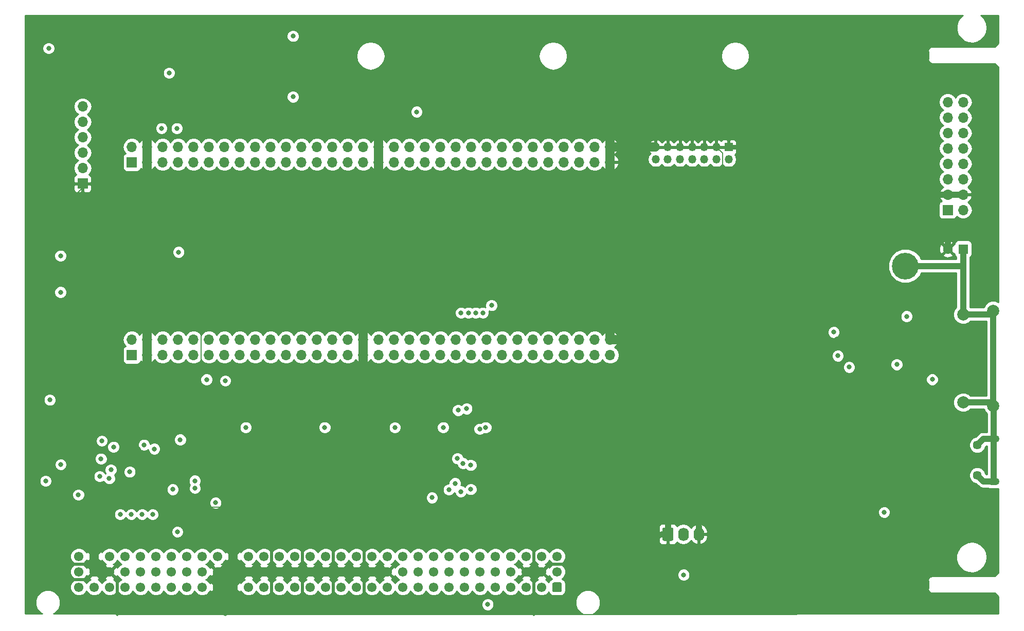
<source format=gbr>
G04 #@! TF.GenerationSoftware,KiCad,Pcbnew,5.0.2+dfsg1-1~bpo9+1*
G04 #@! TF.CreationDate,2022-10-01T08:37:02+02:00*
G04 #@! TF.ProjectId,nubus-to-ztex,6e756275-732d-4746-9f2d-7a7465782e6b,rev?*
G04 #@! TF.SameCoordinates,Original*
G04 #@! TF.FileFunction,Copper,L2,Inr*
G04 #@! TF.FilePolarity,Positive*
%FSLAX46Y46*%
G04 Gerber Fmt 4.6, Leading zero omitted, Abs format (unit mm)*
G04 Created by KiCad (PCBNEW 5.0.2+dfsg1-1~bpo9+1) date Sat Oct  1 08:37:02 2022*
%MOMM*%
%LPD*%
G01*
G04 APERTURE LIST*
G04 #@! TA.AperFunction,ViaPad*
%ADD10C,4.400000*%
G04 #@! TD*
G04 #@! TA.AperFunction,ViaPad*
%ADD11R,1.700000X1.700000*%
G04 #@! TD*
G04 #@! TA.AperFunction,ViaPad*
%ADD12O,1.700000X1.700000*%
G04 #@! TD*
G04 #@! TA.AperFunction,ViaPad*
%ADD13C,1.450000*%
G04 #@! TD*
G04 #@! TA.AperFunction,ViaPad*
%ADD14O,1.900000X1.200000*%
G04 #@! TD*
G04 #@! TA.AperFunction,Conductor*
%ADD15C,0.100000*%
G04 #@! TD*
G04 #@! TA.AperFunction,ViaPad*
%ADD16C,1.740000*%
G04 #@! TD*
G04 #@! TA.AperFunction,ViaPad*
%ADD17O,1.740000X2.200000*%
G04 #@! TD*
G04 #@! TA.AperFunction,ViaPad*
%ADD18R,1.350000X1.350000*%
G04 #@! TD*
G04 #@! TA.AperFunction,ViaPad*
%ADD19O,1.350000X1.350000*%
G04 #@! TD*
G04 #@! TA.AperFunction,ViaPad*
%ADD20C,2.000000*%
G04 #@! TD*
G04 #@! TA.AperFunction,ViaPad*
%ADD21R,1.600000X1.600000*%
G04 #@! TD*
G04 #@! TA.AperFunction,ViaPad*
%ADD22C,1.600000*%
G04 #@! TD*
G04 #@! TA.AperFunction,ViaPad*
%ADD23C,1.550000*%
G04 #@! TD*
G04 #@! TA.AperFunction,ViaPad*
%ADD24C,0.800000*%
G04 #@! TD*
G04 #@! TA.AperFunction,Conductor*
%ADD25C,1.500000*%
G04 #@! TD*
G04 #@! TA.AperFunction,Conductor*
%ADD26C,0.152400*%
G04 #@! TD*
G04 #@! TA.AperFunction,Conductor*
%ADD27C,1.000000*%
G04 #@! TD*
G04 #@! TA.AperFunction,Conductor*
%ADD28C,0.500000*%
G04 #@! TD*
G04 #@! TA.AperFunction,Conductor*
%ADD29C,0.800000*%
G04 #@! TD*
G04 #@! TA.AperFunction,Conductor*
%ADD30C,0.254000*%
G04 #@! TD*
G04 APERTURE END LIST*
D10*
G04 #@! TO.N,SHIELD*
G04 #@! TO.C,H1*
X257350000Y-47090000D03*
G04 #@! TD*
D11*
G04 #@! TO.N,+3V3*
G04 #@! TO.C,J8*
X264310000Y-37854999D03*
D12*
X266850000Y-37854999D03*
G04 #@! TO.N,GND*
X264310000Y-35314999D03*
X266850000Y-35314999D03*
G04 #@! TO.N,PMOD-5*
X264310000Y-32774999D03*
G04 #@! TO.N,PMOD-6*
X266850000Y-32774999D03*
G04 #@! TO.N,PMOD-7*
X264310000Y-30234999D03*
G04 #@! TO.N,PMOD-8*
X266850000Y-30234999D03*
G04 #@! TO.N,PMOD-9*
X264310000Y-27694999D03*
G04 #@! TO.N,PMOD-10*
X266850000Y-27694999D03*
G04 #@! TO.N,PMOD-11*
X264310000Y-25154999D03*
G04 #@! TO.N,PMOD-12*
X266850000Y-25154999D03*
G04 #@! TO.N,PMOD-13*
X264310000Y-22614999D03*
G04 #@! TO.N,PMOD-14*
X266850000Y-22614999D03*
G04 #@! TO.N,PMOD-15*
X264310000Y-20074999D03*
G04 #@! TO.N,PMOD-16*
X266850000Y-20074999D03*
G04 #@! TD*
D13*
G04 #@! TO.N,SHIELD*
G04 #@! TO.C,J6*
X269197500Y-81570000D03*
X269197500Y-76570000D03*
D14*
X271897500Y-82570000D03*
X271897500Y-75570000D03*
G04 #@! TD*
D15*
G04 #@! TO.N,GND*
G04 #@! TO.C,J7*
G36*
X218884505Y-90171204D02*
X218908773Y-90174804D01*
X218932572Y-90180765D01*
X218955671Y-90189030D01*
X218977850Y-90199520D01*
X218998893Y-90212132D01*
X219018599Y-90226747D01*
X219036777Y-90243223D01*
X219053253Y-90261401D01*
X219067868Y-90281107D01*
X219080480Y-90302150D01*
X219090970Y-90324329D01*
X219099235Y-90347428D01*
X219105196Y-90371227D01*
X219108796Y-90395495D01*
X219110000Y-90419999D01*
X219110000Y-92120001D01*
X219108796Y-92144505D01*
X219105196Y-92168773D01*
X219099235Y-92192572D01*
X219090970Y-92215671D01*
X219080480Y-92237850D01*
X219067868Y-92258893D01*
X219053253Y-92278599D01*
X219036777Y-92296777D01*
X219018599Y-92313253D01*
X218998893Y-92327868D01*
X218977850Y-92340480D01*
X218955671Y-92350970D01*
X218932572Y-92359235D01*
X218908773Y-92365196D01*
X218884505Y-92368796D01*
X218860001Y-92370000D01*
X217619999Y-92370000D01*
X217595495Y-92368796D01*
X217571227Y-92365196D01*
X217547428Y-92359235D01*
X217524329Y-92350970D01*
X217502150Y-92340480D01*
X217481107Y-92327868D01*
X217461401Y-92313253D01*
X217443223Y-92296777D01*
X217426747Y-92278599D01*
X217412132Y-92258893D01*
X217399520Y-92237850D01*
X217389030Y-92215671D01*
X217380765Y-92192572D01*
X217374804Y-92168773D01*
X217371204Y-92144505D01*
X217370000Y-92120001D01*
X217370000Y-90419999D01*
X217371204Y-90395495D01*
X217374804Y-90371227D01*
X217380765Y-90347428D01*
X217389030Y-90324329D01*
X217399520Y-90302150D01*
X217412132Y-90281107D01*
X217426747Y-90261401D01*
X217443223Y-90243223D01*
X217461401Y-90226747D01*
X217481107Y-90212132D01*
X217502150Y-90199520D01*
X217524329Y-90189030D01*
X217547428Y-90180765D01*
X217571227Y-90174804D01*
X217595495Y-90171204D01*
X217619999Y-90170000D01*
X218860001Y-90170000D01*
X218884505Y-90171204D01*
X218884505Y-90171204D01*
G37*
D16*
X218240000Y-91270000D03*
D17*
G04 #@! TO.N,+5V*
X220780000Y-91270000D03*
G04 #@! TO.N,GND*
X223320000Y-91270000D03*
G04 #@! TD*
D11*
G04 #@! TO.N,Net-(JCD1-Pad1)*
G04 #@! TO.C,JCD1*
X130000000Y-30000000D03*
D12*
G04 #@! TO.N,Net-(JCD1-Pad2)*
X130000000Y-27460000D03*
G04 #@! TO.N,GND*
X132540000Y-30000000D03*
X132540000Y-27460000D03*
G04 #@! TO.N,LED1*
X135080000Y-30000000D03*
G04 #@! TO.N,LED0*
X135080000Y-27460000D03*
G04 #@! TO.N,~ID3_3V3*
X137620000Y-30000000D03*
G04 #@! TO.N,~ID2_3V3*
X137620000Y-27460000D03*
G04 #@! TO.N,~ID0_3V3*
X140160000Y-30000000D03*
G04 #@! TO.N,~ID1_3V3*
X140160000Y-27460000D03*
G04 #@! TO.N,~ARB3_3V3*
X142700000Y-30000000D03*
G04 #@! TO.N,~ARB2_3V3*
X142700000Y-27460000D03*
G04 #@! TO.N,~ARB0_3V3*
X145240000Y-30000000D03*
G04 #@! TO.N,~ARB1_3V3*
X145240000Y-27460000D03*
G04 #@! TO.N,TMx_oe_n*
X147780000Y-30000000D03*
G04 #@! TO.N,~CLK2X_3V3*
X147780000Y-27460000D03*
G04 #@! TO.N,TM1_n_o*
X150320000Y-30000000D03*
G04 #@! TO.N,SD_D2*
X150320000Y-27460000D03*
G04 #@! TO.N,TM0_n_o*
X152860000Y-30000000D03*
G04 #@! TO.N,SD_D3*
X152860000Y-27460000D03*
G04 #@! TO.N,TM2_oe_n*
X155400000Y-30000000D03*
G04 #@! TO.N,SD_CMD*
X155400000Y-27460000D03*
G04 #@! TO.N,TM2_o_n*
X157940000Y-30000000D03*
G04 #@! TO.N,SD_CLK*
X157940000Y-27460000D03*
G04 #@! TO.N,~TM1_3V3*
X160480000Y-30000000D03*
G04 #@! TO.N,SD_D0*
X160480000Y-27460000D03*
G04 #@! TO.N,~TM0_3V3*
X163020000Y-30000000D03*
G04 #@! TO.N,SD_D1*
X163020000Y-27460000D03*
G04 #@! TO.N,~TM2_3V3*
X165560000Y-30000000D03*
G04 #@! TO.N,~RESET_3V3*
X165560000Y-27460000D03*
G04 #@! TO.N,+3V3*
X168100000Y-30000000D03*
X168100000Y-27460000D03*
G04 #@! TO.N,GND*
X170640000Y-30000000D03*
X170640000Y-27460000D03*
G04 #@! TO.N,+3V3*
X173180000Y-30000000D03*
X173180000Y-27460000D03*
G04 #@! TO.N,HDMI_HPD_A*
X175720000Y-30000000D03*
G04 #@! TO.N,PMOD-15*
X175720000Y-27460000D03*
G04 #@! TO.N,HDMI_SDA_A*
X178260000Y-30000000D03*
G04 #@! TO.N,PMOD-16*
X178260000Y-27460000D03*
G04 #@! TO.N,HDMI_SCL_A*
X180800000Y-30000000D03*
G04 #@! TO.N,PMOD-13*
X180800000Y-27460000D03*
G04 #@! TO.N,HDMI_CEC_A*
X183340000Y-30000000D03*
G04 #@! TO.N,PMOD-14*
X183340000Y-27460000D03*
G04 #@! TO.N,HDMI_CLK-*
X185880000Y-30000000D03*
G04 #@! TO.N,PMOD-11*
X185880000Y-27460000D03*
G04 #@! TO.N,HDMI_CLK+*
X188420000Y-30000000D03*
G04 #@! TO.N,PMOD-12*
X188420000Y-27460000D03*
G04 #@! TO.N,HDMI_D0+*
X190960000Y-30000000D03*
G04 #@! TO.N,PMOD-9*
X190960000Y-27460000D03*
G04 #@! TO.N,HDMI_D0-*
X193500000Y-30000000D03*
G04 #@! TO.N,PMOD-10*
X193500000Y-27460000D03*
G04 #@! TO.N,HDMI_D1+*
X196040000Y-30000000D03*
G04 #@! TO.N,PMOD-7*
X196040000Y-27460000D03*
G04 #@! TO.N,HDMI_D1-*
X198580000Y-30000000D03*
G04 #@! TO.N,PMOD-8*
X198580000Y-27460000D03*
G04 #@! TO.N,HDMI_D2-*
X201120000Y-30000000D03*
G04 #@! TO.N,PMOD-5*
X201120000Y-27460000D03*
G04 #@! TO.N,HDMI_D2+*
X203660000Y-30000000D03*
G04 #@! TO.N,PMOD-6*
X203660000Y-27460000D03*
G04 #@! TO.N,FPGA_JTAG_TDO*
X206200000Y-30000000D03*
G04 #@! TO.N,FPGA_JTAG_TMS*
X206200000Y-27460000D03*
G04 #@! TO.N,GND*
X208740000Y-30000000D03*
X208740000Y-27460000D03*
G04 #@! TD*
D18*
G04 #@! TO.N,GND*
G04 #@! TO.C,J1*
X228230000Y-27500000D03*
D19*
G04 #@! TO.N,/B2B/JTAG_VIO*
X228230000Y-29500000D03*
G04 #@! TO.N,GND*
X226230000Y-27500000D03*
G04 #@! TO.N,FPGA_JTAG_TMS*
X226230000Y-29500000D03*
G04 #@! TO.N,GND*
X224230000Y-27500000D03*
G04 #@! TO.N,FPGA_JTAG_TCK*
X224230000Y-29500000D03*
G04 #@! TO.N,GND*
X222230000Y-27500000D03*
G04 #@! TO.N,FPGA_JTAG_TDO*
X222230000Y-29500000D03*
G04 #@! TO.N,GND*
X220230000Y-27500000D03*
G04 #@! TO.N,FPGA_JTAG_TDI*
X220230000Y-29500000D03*
G04 #@! TO.N,GND*
X218230000Y-27500000D03*
G04 #@! TO.N,Net-(J1-Pad12)*
X218230000Y-29500000D03*
G04 #@! TO.N,GND*
X216230000Y-27500000D03*
G04 #@! TO.N,Net-(J1-Pad14)*
X216230000Y-29500000D03*
G04 #@! TD*
D20*
G04 #@! TO.N,SHIELD*
G04 #@! TO.C,J5*
X271800000Y-70150000D03*
X271800000Y-54450000D03*
X266850000Y-69550000D03*
X266850000Y-55050000D03*
G04 #@! TD*
D21*
G04 #@! TO.N,SHIELD*
G04 #@! TO.C,C39*
X266850000Y-44280000D03*
D22*
G04 #@! TO.N,GND*
X264350000Y-44280000D03*
G04 #@! TD*
D15*
G04 #@! TO.N,-12V*
G04 #@! TO.C,J4*
G36*
X200549505Y-99226204D02*
X200573773Y-99229804D01*
X200597572Y-99235765D01*
X200620671Y-99244030D01*
X200642850Y-99254520D01*
X200663893Y-99267132D01*
X200683599Y-99281747D01*
X200701777Y-99298223D01*
X200718253Y-99316401D01*
X200732868Y-99336107D01*
X200745480Y-99357150D01*
X200755970Y-99379329D01*
X200764235Y-99402428D01*
X200770196Y-99426227D01*
X200773796Y-99450495D01*
X200775000Y-99474999D01*
X200775000Y-100525001D01*
X200773796Y-100549505D01*
X200770196Y-100573773D01*
X200764235Y-100597572D01*
X200755970Y-100620671D01*
X200745480Y-100642850D01*
X200732868Y-100663893D01*
X200718253Y-100683599D01*
X200701777Y-100701777D01*
X200683599Y-100718253D01*
X200663893Y-100732868D01*
X200642850Y-100745480D01*
X200620671Y-100755970D01*
X200597572Y-100764235D01*
X200573773Y-100770196D01*
X200549505Y-100773796D01*
X200525001Y-100775000D01*
X199474999Y-100775000D01*
X199450495Y-100773796D01*
X199426227Y-100770196D01*
X199402428Y-100764235D01*
X199379329Y-100755970D01*
X199357150Y-100745480D01*
X199336107Y-100732868D01*
X199316401Y-100718253D01*
X199298223Y-100701777D01*
X199281747Y-100683599D01*
X199267132Y-100663893D01*
X199254520Y-100642850D01*
X199244030Y-100620671D01*
X199235765Y-100597572D01*
X199229804Y-100573773D01*
X199226204Y-100549505D01*
X199225000Y-100525001D01*
X199225000Y-99474999D01*
X199226204Y-99450495D01*
X199229804Y-99426227D01*
X199235765Y-99402428D01*
X199244030Y-99379329D01*
X199254520Y-99357150D01*
X199267132Y-99336107D01*
X199281747Y-99316401D01*
X199298223Y-99298223D01*
X199316401Y-99281747D01*
X199336107Y-99267132D01*
X199357150Y-99254520D01*
X199379329Y-99244030D01*
X199402428Y-99235765D01*
X199426227Y-99229804D01*
X199450495Y-99226204D01*
X199474999Y-99225000D01*
X200525001Y-99225000D01*
X200549505Y-99226204D01*
X200549505Y-99226204D01*
G37*
D23*
X200000000Y-100000000D03*
G04 #@! TO.N,SB0_5V*
X197460000Y-100000000D03*
G04 #@! TO.N,~SPV_5V*
X194920000Y-100000000D03*
G04 #@! TO.N,~SP_5V*
X192380000Y-100000000D03*
G04 #@! TO.N,~TM1_5V*
X189840000Y-100000000D03*
G04 #@! TO.N,~AD1_5V*
X187300000Y-100000000D03*
G04 #@! TO.N,~AD3_5V*
X184760000Y-100000000D03*
G04 #@! TO.N,~AD5_5V*
X182220000Y-100000000D03*
G04 #@! TO.N,~AD7_5V*
X179680000Y-100000000D03*
G04 #@! TO.N,~AD9_5V*
X177140000Y-100000000D03*
G04 #@! TO.N,~AD11_5V*
X174600000Y-100000000D03*
G04 #@! TO.N,~AD13_5V*
X172060000Y-100000000D03*
G04 #@! TO.N,~AD15_5V*
X169520000Y-100000000D03*
G04 #@! TO.N,~AD17_5V*
X166980000Y-100000000D03*
G04 #@! TO.N,~AD19_5V*
X164440000Y-100000000D03*
G04 #@! TO.N,~AD21_5V*
X161900000Y-100000000D03*
G04 #@! TO.N,~AD23_5V*
X159360000Y-100000000D03*
G04 #@! TO.N,~AD25_5V*
X156820000Y-100000000D03*
G04 #@! TO.N,~AD27_5V*
X154280000Y-100000000D03*
G04 #@! TO.N,~AD29_5V*
X151740000Y-100000000D03*
G04 #@! TO.N,~AD31_5V*
X149200000Y-100000000D03*
G04 #@! TO.N,GND*
X146660000Y-100000000D03*
X144120000Y-100000000D03*
G04 #@! TO.N,~ARB1_5V*
X141580000Y-100000000D03*
G04 #@! TO.N,~ARB3_5V*
X139040000Y-100000000D03*
G04 #@! TO.N,~ID1_5V*
X136500000Y-100000000D03*
G04 #@! TO.N,~ID3_5V*
X133960000Y-100000000D03*
G04 #@! TO.N,~ACK_5V*
X131420000Y-100000000D03*
G04 #@! TO.N,+5V*
X128880000Y-100000000D03*
G04 #@! TO.N,~RQST_5V*
X126340000Y-100000000D03*
G04 #@! TO.N,~NMRQ_5V*
X123800000Y-100000000D03*
G04 #@! TO.N,+12V*
X121260000Y-100000000D03*
G04 #@! TO.N,-12V*
X200000000Y-97460000D03*
G04 #@! TO.N,GND*
X197460000Y-97460000D03*
X194920000Y-97460000D03*
G04 #@! TO.N,+5V*
X192380000Y-97460000D03*
X189840000Y-97460000D03*
X187300000Y-97460000D03*
X184760000Y-97460000D03*
G04 #@! TO.N,~TM2_5V*
X182220000Y-97460000D03*
G04 #@! TO.N,~CM0_5V*
X179680000Y-97460000D03*
G04 #@! TO.N,~CM1_5V*
X177140000Y-97460000D03*
G04 #@! TO.N,~CM2_5V*
X174600000Y-97460000D03*
G04 #@! TO.N,GND*
X172060000Y-97460000D03*
X169520000Y-97460000D03*
X166980000Y-97460000D03*
X164440000Y-97460000D03*
X161900000Y-97460000D03*
X159360000Y-97460000D03*
X156820000Y-97460000D03*
X154280000Y-97460000D03*
X151740000Y-97460000D03*
X149200000Y-97460000D03*
X146660000Y-97460000D03*
X144120000Y-97460000D03*
G04 #@! TO.N,~CLK2X_5V*
X141580000Y-97460000D03*
G04 #@! TO.N,STDBYPWR*
X139040000Y-97460000D03*
G04 #@! TO.N,~CLK2XEN_5V*
X136500000Y-97460000D03*
G04 #@! TO.N,~CBUSY_5V*
X133960000Y-97460000D03*
G04 #@! TO.N,+5V*
X131420000Y-97460000D03*
X128880000Y-97460000D03*
G04 #@! TO.N,GND*
X126340000Y-97460000D03*
X123800000Y-97460000D03*
G04 #@! TO.N,+12V*
X121260000Y-97460000D03*
G04 #@! TO.N,~RESET_5V*
X200000000Y-94920000D03*
G04 #@! TO.N,SB1_5V*
X197460000Y-94920000D03*
G04 #@! TO.N,+5V*
X194920000Y-94920000D03*
X192380000Y-94920000D03*
G04 #@! TO.N,~TM0_5V*
X189840000Y-94920000D03*
G04 #@! TO.N,~AD0_5V*
X187300000Y-94920000D03*
G04 #@! TO.N,~AD2_5V*
X184760000Y-94920000D03*
G04 #@! TO.N,~AD4_5V*
X182220000Y-94920000D03*
G04 #@! TO.N,~AD6_5V*
X179680000Y-94920000D03*
G04 #@! TO.N,~AD8_5V*
X177140000Y-94920000D03*
G04 #@! TO.N,~AD10_5V*
X174600000Y-94920000D03*
G04 #@! TO.N,~AD12_5V*
X172060000Y-94920000D03*
G04 #@! TO.N,~AD14_5V*
X169520000Y-94920000D03*
G04 #@! TO.N,~AD16_5V*
X166980000Y-94920000D03*
G04 #@! TO.N,~AD18_5V*
X164440000Y-94920000D03*
G04 #@! TO.N,~AD20_5V*
X161900000Y-94920000D03*
G04 #@! TO.N,~AD22_5V*
X159360000Y-94920000D03*
G04 #@! TO.N,~AD24_5V*
X156820000Y-94920000D03*
G04 #@! TO.N,~AD26_5V*
X154280000Y-94920000D03*
G04 #@! TO.N,~AD28_5V*
X151740000Y-94920000D03*
G04 #@! TO.N,~AD30_5V*
X149200000Y-94920000D03*
G04 #@! TO.N,GND*
X146660000Y-94920000D03*
G04 #@! TO.N,~PFW_5V*
X144120000Y-94920000D03*
G04 #@! TO.N,~ARB0_5V*
X141580000Y-94920000D03*
G04 #@! TO.N,~ARB2_5V*
X139040000Y-94920000D03*
G04 #@! TO.N,~ID0_5V*
X136500000Y-94920000D03*
G04 #@! TO.N,~ID2_5V*
X133960000Y-94920000D03*
G04 #@! TO.N,~START_5V*
X131420000Y-94920000D03*
G04 #@! TO.N,+5V*
X128880000Y-94920000D03*
X126340000Y-94920000D03*
G04 #@! TO.N,GND*
X123800000Y-94920000D03*
G04 #@! TO.N,~CLK_5V*
X121260000Y-94920000D03*
G04 #@! TD*
D12*
G04 #@! TO.N,Net-(J3-Pad6)*
G04 #@! TO.C,J3*
X121900000Y-20800000D03*
G04 #@! TO.N,LED0*
X121900000Y-23340000D03*
G04 #@! TO.N,LED1*
X121900000Y-25880000D03*
G04 #@! TO.N,Net-(J3-Pad3)*
X121900000Y-28420000D03*
G04 #@! TO.N,Net-(J3-Pad2)*
X121900000Y-30960000D03*
D11*
G04 #@! TO.N,GND*
X121900000Y-33500000D03*
G04 #@! TD*
D12*
G04 #@! TO.N,GND*
G04 #@! TO.C,JAB1*
X208740000Y-59210000D03*
G04 #@! TO.N,/B2B/JTAG_VIO*
X208740000Y-61750000D03*
G04 #@! TO.N,FPGA_JTAG_TCK*
X206200000Y-59210000D03*
G04 #@! TO.N,FPGA_JTAG_TDI*
X206200000Y-61750000D03*
G04 #@! TO.N,USBH0_D-*
X203660000Y-59210000D03*
G04 #@! TO.N,USBH0_D+*
X203660000Y-61750000D03*
G04 #@! TO.N,~AD0_3V3*
X201120000Y-59210000D03*
G04 #@! TO.N,~AD1_3V3*
X201120000Y-61750000D03*
G04 #@! TO.N,~AD2_3V3*
X198580000Y-59210000D03*
G04 #@! TO.N,~AD3_3V3*
X198580000Y-61750000D03*
G04 #@! TO.N,~AD4_3V3*
X196040000Y-59210000D03*
G04 #@! TO.N,~AD5_3V3*
X196040000Y-61750000D03*
G04 #@! TO.N,~AD6_3V3*
X193500000Y-59210000D03*
G04 #@! TO.N,~AD7_3V3*
X193500000Y-61750000D03*
G04 #@! TO.N,~AD8_3V3*
X190960000Y-59210000D03*
G04 #@! TO.N,~AD9_3V3*
X190960000Y-61750000D03*
G04 #@! TO.N,~AD10_3V3*
X188420000Y-59210000D03*
G04 #@! TO.N,~AD11_3V3*
X188420000Y-61750000D03*
G04 #@! TO.N,~AD12_3V3*
X185880000Y-59210000D03*
G04 #@! TO.N,~AD13_3V3*
X185880000Y-61750000D03*
G04 #@! TO.N,~AD14_3V3*
X183340000Y-59210000D03*
G04 #@! TO.N,~AD15_3V3*
X183340000Y-61750000D03*
G04 #@! TO.N,~AD16_3V3*
X180800000Y-59210000D03*
G04 #@! TO.N,~AD17_3V3*
X180800000Y-61750000D03*
G04 #@! TO.N,~AD18_3V3*
X178260000Y-59210000D03*
G04 #@! TO.N,~AD19_3V3*
X178260000Y-61750000D03*
G04 #@! TO.N,~AD20_3V3*
X175720000Y-59210000D03*
G04 #@! TO.N,~AD21_3V3*
X175720000Y-61750000D03*
G04 #@! TO.N,~AD22_3V3*
X173180000Y-59210000D03*
G04 #@! TO.N,~AD23_3V3*
X173180000Y-61750000D03*
G04 #@! TO.N,+3V3*
X170640000Y-59210000D03*
X170640000Y-61750000D03*
G04 #@! TO.N,GND*
X168100000Y-59210000D03*
X168100000Y-61750000D03*
G04 #@! TO.N,+3V3*
X165560000Y-59210000D03*
X165560000Y-61750000D03*
G04 #@! TO.N,~AD24_3V3*
X163020000Y-59210000D03*
G04 #@! TO.N,NUBUS_OE*
X163020000Y-61750000D03*
G04 #@! TO.N,~AD26_3V3*
X160480000Y-59210000D03*
G04 #@! TO.N,~AD25_3V3*
X160480000Y-61750000D03*
G04 #@! TO.N,~AD28_3V3*
X157940000Y-59210000D03*
G04 #@! TO.N,~AD27_3V3*
X157940000Y-61750000D03*
G04 #@! TO.N,~AD30_3V3*
X155400000Y-59210000D03*
G04 #@! TO.N,~AD29_3V3*
X155400000Y-61750000D03*
G04 #@! TO.N,~CLK_3V3*
X152860000Y-59210000D03*
G04 #@! TO.N,~AD31_3V3*
X152860000Y-61750000D03*
G04 #@! TO.N,ARB1_o_n*
X150320000Y-59210000D03*
G04 #@! TO.N,NUBUS_AD_DIR*
X150320000Y-61750000D03*
G04 #@! TO.N,ARB2_o_n*
X147780000Y-59210000D03*
G04 #@! TO.N,ARB3_o_n*
X147780000Y-61750000D03*
G04 #@! TO.N,ACK_o_n*
X145240000Y-59210000D03*
G04 #@! TO.N,ARB0_o_n*
X145240000Y-61750000D03*
G04 #@! TO.N,ACK_oe_n*
X142700000Y-59210000D03*
G04 #@! TO.N,START_o_n*
X142700000Y-61750000D03*
G04 #@! TO.N,RQST_o_n*
X140160000Y-59210000D03*
G04 #@! TO.N,START_oe_n*
X140160000Y-61750000D03*
G04 #@! TO.N,~ACK_3V3*
X137620000Y-59210000D03*
G04 #@! TO.N,~START_3V3*
X137620000Y-61750000D03*
G04 #@! TO.N,~RQST_3V3*
X135080000Y-59210000D03*
G04 #@! TO.N,~NMRQ_3V3*
X135080000Y-61750000D03*
G04 #@! TO.N,GND*
X132540000Y-59210000D03*
X132540000Y-61750000D03*
G04 #@! TO.N,+5V*
X130000000Y-59210000D03*
D11*
X130000000Y-61750000D03*
G04 #@! TD*
D24*
G04 #@! TO.N,GND*
X226300000Y-31900000D03*
X137500000Y-89312500D03*
X256220000Y-61875000D03*
X252900000Y-82730000D03*
X262640000Y-79355000D03*
X149900000Y-71000000D03*
X117200000Y-84780000D03*
X189500000Y-71000000D03*
X115200000Y-87480000D03*
X145400000Y-88100000D03*
X139300000Y-87450000D03*
X155357500Y-79750000D03*
X148200000Y-86800000D03*
X256010000Y-87920000D03*
X179857500Y-79750000D03*
X115200000Y-90730000D03*
X264200000Y-67357500D03*
X145300000Y-90050000D03*
X194857500Y-79750000D03*
X168357500Y-79750000D03*
X163000000Y-71000000D03*
X267730000Y-79355000D03*
X267720000Y-77180000D03*
X268000000Y-65550000D03*
X174500000Y-71000000D03*
X268000000Y-58050000D03*
X255500000Y-58625000D03*
X255040000Y-53812500D03*
X115200000Y-89430000D03*
X116300000Y-16437500D03*
X246062500Y-59100000D03*
X268000000Y-61050000D03*
X244180000Y-99750000D03*
X236450000Y-82730000D03*
X158100000Y-92000000D03*
X196200000Y-92480000D03*
X123800000Y-93000000D03*
X139252400Y-47600000D03*
X145125000Y-50200000D03*
X187000000Y-83100000D03*
X168650000Y-91575000D03*
X118534670Y-98720000D03*
X168357500Y-78180000D03*
X115670000Y-40410000D03*
X158730000Y-9200000D03*
X158127500Y-19200000D03*
X147900000Y-8080000D03*
X149555000Y-18100000D03*
X163305000Y-18100000D03*
X165000000Y-8080000D03*
X186786371Y-50762953D03*
X181586371Y-48162953D03*
X135250000Y-70800000D03*
X131100000Y-77215000D03*
X190611371Y-50675453D03*
X181586371Y-53962953D03*
X127900000Y-72015000D03*
X132800000Y-79640000D03*
X152880000Y-42180000D03*
X194880000Y-35760000D03*
X168820000Y-45760000D03*
X203510000Y-96190000D03*
X207500000Y-71000000D03*
X245700000Y-19170000D03*
X203660000Y-19170000D03*
X228090000Y-60250000D03*
X209140000Y-49610000D03*
X179800000Y-92480000D03*
X176480000Y-33630000D03*
X140070000Y-65480000D03*
X140070000Y-71650000D03*
X183850000Y-73462500D03*
G04 #@! TO.N,+3V3*
X161750000Y-73687500D03*
X176885673Y-21678535D03*
X188250000Y-73687500D03*
X136727523Y-83900000D03*
X137700000Y-44789641D03*
X126287500Y-82100000D03*
X248080000Y-63750000D03*
X257550000Y-55387500D03*
X156530000Y-19200000D03*
X156530000Y-9200000D03*
X115812500Y-82500000D03*
X148750000Y-73687500D03*
X140387500Y-83700000D03*
X118300000Y-79800000D03*
X143787500Y-86100000D03*
X245550000Y-57975000D03*
X137500000Y-90887500D03*
X116300000Y-11212500D03*
X116500000Y-69150000D03*
X173300000Y-73700000D03*
X118265134Y-45400000D03*
X121200000Y-84780000D03*
X181250000Y-73687500D03*
X118265134Y-51400000D03*
X136140000Y-15272793D03*
X189211371Y-53562953D03*
X129652500Y-81000000D03*
X179412661Y-85255497D03*
G04 #@! TO.N,+5V*
X253850000Y-87660000D03*
X246230000Y-61872500D03*
X131697842Y-88000000D03*
X129897842Y-88000000D03*
X128097842Y-88000000D03*
X133421568Y-88014972D03*
X220840000Y-97970000D03*
X188575000Y-102850000D03*
G04 #@! TO.N,~RESET_5V*
X187800000Y-54800000D03*
G04 #@! TO.N,~TM1_5V*
X184200000Y-54800000D03*
X183600000Y-78800000D03*
X184150000Y-84250000D03*
G04 #@! TO.N,~TM2_5V*
X186600000Y-54800000D03*
X187263411Y-73930000D03*
G04 #@! TO.N,~TM0_5V*
X185400000Y-54800000D03*
X185800000Y-83875000D03*
X185800000Y-79900000D03*
G04 #@! TO.N,~CLK_3V3*
X137965000Y-75700000D03*
G04 #@! TO.N,~CLK2X_5V*
X132000000Y-76565000D03*
G04 #@! TO.N,~START_3V3*
X137410000Y-24400000D03*
G04 #@! TO.N,~ACK_3V3*
X134880000Y-24400000D03*
G04 #@! TO.N,~CLK2X_3V3*
X133700000Y-77215000D03*
G04 #@! TO.N,ARB1_o_n*
X145387500Y-66000000D03*
G04 #@! TO.N,ARB3_o_n*
X140375000Y-82475000D03*
G04 #@! TO.N,ARB2_o_n*
X142300000Y-65800000D03*
G04 #@! TO.N,RQST_o_n*
X125066330Y-75900000D03*
G04 #@! TO.N,START_o_n*
X126550000Y-80675000D03*
G04 #@! TO.N,START_oe_n*
X124712500Y-81750000D03*
G04 #@! TO.N,ACK_o_n*
X126975000Y-76905000D03*
G04 #@! TO.N,ACK_oe_n*
X124925000Y-78850000D03*
G04 #@! TO.N,TMx_oe_n*
X182200161Y-83950161D03*
G04 #@! TO.N,TM1_n_o*
X183200000Y-82900000D03*
G04 #@! TO.N,TM0_n_o*
X184500000Y-79600000D03*
G04 #@! TO.N,TM2_o_n*
X185110000Y-70590000D03*
G04 #@! TO.N,TM2_oe_n*
X183710000Y-70850000D03*
G04 #@! TO.N,/hdmi/HDMI_5V*
X261760000Y-65782500D03*
X255920000Y-63320000D03*
G04 #@! TD*
D25*
G04 #@! TO.N,GND*
X146660000Y-97460000D02*
X146660000Y-94920000D01*
D26*
X226230000Y-27500000D02*
X228230000Y-27500000D01*
D27*
X223320000Y-91270000D02*
X223320000Y-90017600D01*
D25*
X208740000Y-59210000D02*
X208740000Y-58007919D01*
D28*
X222362400Y-89060000D02*
X218800000Y-89060000D01*
D26*
X256010000Y-87920000D02*
X244180000Y-99750000D01*
X115200000Y-89430000D02*
X115200000Y-87480000D01*
D25*
X164440000Y-97460000D02*
X166980000Y-97460000D01*
X123800000Y-97460000D02*
X123800000Y-94920000D01*
D26*
X132540000Y-23462500D02*
X132540000Y-23660000D01*
D28*
X144120000Y-103230000D02*
X145390000Y-104500000D01*
D25*
X124896015Y-97460000D02*
X126340000Y-97460000D01*
D26*
X216230000Y-27500000D02*
X218230000Y-27500000D01*
D25*
X144120000Y-100000000D02*
X144120000Y-97460000D01*
D26*
X196170000Y-97490000D02*
X196200000Y-97460000D01*
X196170000Y-104500000D02*
X145390000Y-104500000D01*
X198500000Y-104500000D02*
X196170000Y-104500000D01*
D25*
X208740000Y-27460000D02*
X216190000Y-27460000D01*
D26*
X149900000Y-71000000D02*
X163000000Y-71000000D01*
D28*
X146660000Y-103230000D02*
X145390000Y-104500000D01*
X198730000Y-96190000D02*
X203510000Y-96190000D01*
D26*
X148200000Y-86800000D02*
X139950000Y-86800000D01*
X239420000Y-104510000D02*
X198510000Y-104510000D01*
D29*
X168100000Y-56480000D02*
X168820000Y-55760000D01*
D25*
X146660000Y-100000000D02*
X144120000Y-100000000D01*
D26*
X224230000Y-27500000D02*
X226230000Y-27500000D01*
D25*
X132540000Y-30000000D02*
X132540000Y-33600000D01*
D28*
X217270000Y-91270000D02*
X212350000Y-96190000D01*
D27*
X218240000Y-89620000D02*
X218240000Y-91270000D01*
D26*
X170640000Y-31202081D02*
X170688000Y-31250081D01*
D28*
X218800000Y-89060000D02*
X218240000Y-89620000D01*
D26*
X131600000Y-65900000D02*
X132540000Y-64960000D01*
X256220000Y-61875000D02*
X256220000Y-59345000D01*
D25*
X159360000Y-97460000D02*
X161900000Y-97460000D01*
D26*
X218230000Y-27500000D02*
X220230000Y-27500000D01*
X255040000Y-58165000D02*
X255500000Y-58625000D01*
X256010000Y-87920000D02*
X256010000Y-85840000D01*
X139300000Y-87450000D02*
X137500000Y-89250000D01*
X127500000Y-65900000D02*
X131600000Y-65900000D01*
X146660000Y-93260000D02*
X146660000Y-91410000D01*
D25*
X132540000Y-61750000D02*
X132540000Y-64960000D01*
D28*
X196170000Y-97490000D02*
X196170000Y-104500000D01*
D26*
X155357500Y-79750000D02*
X168357500Y-79750000D01*
X267730000Y-77190000D02*
X267720000Y-77180000D01*
X216190000Y-27460000D02*
X216230000Y-27500000D01*
X220230000Y-27500000D02*
X222230000Y-27500000D01*
D28*
X118534670Y-98720000D02*
X118534670Y-98720000D01*
D26*
X262640000Y-79355000D02*
X256275000Y-79355000D01*
X268000000Y-65550000D02*
X268000000Y-58050000D01*
D25*
X168100000Y-59210000D02*
X168100000Y-56480000D01*
X144120000Y-97460000D02*
X146660000Y-97460000D01*
D26*
X132440000Y-33500000D02*
X132540000Y-33600000D01*
D25*
X132540000Y-27460000D02*
X132540000Y-23660000D01*
D26*
X163000000Y-71000000D02*
X168100000Y-71000000D01*
X145390000Y-104500000D02*
X127600000Y-104500000D01*
X222230000Y-27500000D02*
X224230000Y-27500000D01*
D29*
X168820000Y-42180000D02*
X170640000Y-40360000D01*
D25*
X123800000Y-97460000D02*
X124896015Y-97460000D01*
D26*
X168357500Y-74270000D02*
X168357500Y-78180000D01*
X145300000Y-88200000D02*
X145400000Y-88100000D01*
D27*
X218240000Y-91270000D02*
X217270000Y-91270000D01*
D26*
X256220000Y-59345000D02*
X255500000Y-58625000D01*
D25*
X168100000Y-59210000D02*
X168100000Y-61750000D01*
X146660000Y-100000000D02*
X146660000Y-97460000D01*
X169520000Y-97460000D02*
X172060000Y-97460000D01*
D26*
X256275000Y-79355000D02*
X252900000Y-82730000D01*
D25*
X170640000Y-27460000D02*
X170640000Y-30000000D01*
X197460000Y-97460000D02*
X196200000Y-97460000D01*
X196200000Y-97460000D02*
X194920000Y-97460000D01*
D26*
X115200000Y-87480000D02*
X115200000Y-86780000D01*
D25*
X168100000Y-61750000D02*
X168100000Y-71000000D01*
D26*
X228692400Y-82730000D02*
X222362400Y-89060000D01*
D25*
X146660000Y-100000000D02*
X146660000Y-103230000D01*
X132540000Y-27460000D02*
X132540000Y-30000000D01*
X146660000Y-97460000D02*
X149200000Y-97460000D01*
D26*
X146660000Y-91410000D02*
X145300000Y-90050000D01*
D28*
X127600000Y-98720000D02*
X127600000Y-104500000D01*
D26*
X168100000Y-74012500D02*
X168357500Y-74270000D01*
D28*
X197460000Y-97460000D02*
X198730000Y-96190000D01*
D26*
X121900000Y-33500000D02*
X132440000Y-33500000D01*
X146900000Y-88100000D02*
X148200000Y-86800000D01*
X145300000Y-90050000D02*
X145300000Y-88200000D01*
D25*
X144120000Y-100000000D02*
X144120000Y-103230000D01*
D26*
X115200000Y-86780000D02*
X117200000Y-84780000D01*
X223320000Y-91040000D02*
X223320000Y-91270000D01*
D29*
X168100000Y-71000000D02*
X168100000Y-74012500D01*
D26*
X227402600Y-27500000D02*
X228230000Y-27500000D01*
X255040000Y-53812500D02*
X255040000Y-58165000D01*
D28*
X223320000Y-90017600D02*
X222362400Y-89060000D01*
D26*
X137500000Y-89250000D02*
X137500000Y-89312500D01*
D28*
X126340000Y-97460000D02*
X127600000Y-98720000D01*
D26*
X145400000Y-88100000D02*
X146900000Y-88100000D01*
X252900000Y-82730000D02*
X236450000Y-82730000D01*
X202250000Y-71000000D02*
X202400000Y-71000000D01*
X262640000Y-79355000D02*
X267730000Y-79355000D01*
D25*
X123800000Y-94920000D02*
X123800000Y-93000000D01*
X146660000Y-94920000D02*
X146660000Y-92000000D01*
D26*
X256010000Y-85840000D02*
X252900000Y-82730000D01*
D28*
X196200000Y-97460000D02*
X196200000Y-92480000D01*
D25*
X208740000Y-59210000D02*
X210000000Y-59210000D01*
D26*
X115200000Y-90730000D02*
X115200000Y-89430000D01*
X170640000Y-30000000D02*
X170640000Y-31202081D01*
X127499999Y-65900001D02*
X127500000Y-65900000D01*
X139950000Y-86800000D02*
X139300000Y-87450000D01*
X267730000Y-79355000D02*
X267730000Y-77190000D01*
D25*
X132540000Y-61750000D02*
X132540000Y-59210000D01*
D26*
X198510000Y-104510000D02*
X198500000Y-104500000D01*
X210000000Y-59210000D02*
X211060000Y-59210000D01*
X211060000Y-59210000D02*
X212100000Y-60250000D01*
X212100000Y-66400000D02*
X207500000Y-71000000D01*
D25*
X156820000Y-97460000D02*
X158100000Y-97460000D01*
X158100000Y-97460000D02*
X159360000Y-97460000D01*
X208740000Y-30000000D02*
X208740000Y-27460000D01*
D26*
X240200000Y-27500000D02*
X240200000Y-27500000D01*
D29*
X228230000Y-27500000D02*
X240200000Y-27500000D01*
D26*
X115200000Y-90730000D02*
X115200000Y-95425330D01*
X196200000Y-81092500D02*
X194857500Y-79750000D01*
X196200000Y-82592500D02*
X196200000Y-81092500D01*
X179857500Y-79750000D02*
X168357500Y-79750000D01*
X125317500Y-16437500D02*
X132540000Y-23660000D01*
X116300000Y-16437500D02*
X125317500Y-16437500D01*
D25*
X149200000Y-97460000D02*
X151740000Y-97460000D01*
D28*
X158100000Y-97460000D02*
X158100000Y-92000000D01*
X123800000Y-97460000D02*
X122530000Y-96190000D01*
X122530000Y-96190000D02*
X119480000Y-96190000D01*
D26*
X119480000Y-96190000D02*
X115964670Y-96190000D01*
X115964670Y-96190000D02*
X118534670Y-98760000D01*
X115200000Y-95425330D02*
X115964670Y-96190000D01*
D28*
X123800000Y-97460000D02*
X122540000Y-98720000D01*
D26*
X244180000Y-99750000D02*
X239420000Y-104510000D01*
X236450000Y-82730000D02*
X228692400Y-82730000D01*
X212100000Y-60250000D02*
X212100000Y-66400000D01*
D28*
X196200000Y-89100000D02*
X196200000Y-82592500D01*
X196200000Y-92480000D02*
X196200000Y-89100000D01*
D26*
X255025000Y-59100000D02*
X255500000Y-58625000D01*
X246062500Y-59100000D02*
X255025000Y-59100000D01*
X168720000Y-52600000D02*
X168820000Y-52500000D01*
D29*
X168820000Y-52500000D02*
X168820000Y-45760000D01*
X168820000Y-55760000D02*
X168820000Y-52500000D01*
D26*
X155250000Y-79750000D02*
X155357500Y-79750000D01*
X148200000Y-86800000D02*
X155250000Y-79750000D01*
X123500000Y-65900000D02*
X127500000Y-65900000D01*
X117200000Y-72200000D02*
X117200000Y-72200000D01*
X117200000Y-84780000D02*
X117200000Y-72200000D01*
X208740000Y-57660000D02*
X208740000Y-58007919D01*
X142525000Y-47600000D02*
X139252400Y-47600000D01*
X145125000Y-50200000D02*
X142525000Y-47600000D01*
X139252400Y-47600000D02*
X132540000Y-47600000D01*
D25*
X208740000Y-27460000D02*
X208740000Y-24760000D01*
X208740000Y-30000000D02*
X208740000Y-32560000D01*
D26*
X187000000Y-83100000D02*
X191507500Y-83100000D01*
X191507500Y-83100000D02*
X194857500Y-79750000D01*
D25*
X166980000Y-97460000D02*
X168250000Y-97460000D01*
D28*
X168250000Y-97460000D02*
X168250000Y-92250000D01*
D25*
X168250000Y-97460000D02*
X169520000Y-97460000D01*
D28*
X168250000Y-97460000D02*
X168250000Y-102000000D01*
D26*
X132410000Y-52390000D02*
X132540000Y-52520000D01*
D25*
X132540000Y-52520000D02*
X132540000Y-59210000D01*
X132540000Y-47600000D02*
X132540000Y-52520000D01*
X170640000Y-27460000D02*
X170640000Y-21315000D01*
X161900000Y-97460000D02*
X163175000Y-97460000D01*
D28*
X163175000Y-97460000D02*
X163175000Y-91975000D01*
D25*
X163175000Y-97460000D02*
X164440000Y-97460000D01*
D28*
X163175000Y-97460000D02*
X163175000Y-102425000D01*
D25*
X154280000Y-97460000D02*
X156820000Y-97460000D01*
X151740000Y-97460000D02*
X153025000Y-97460000D01*
D28*
X153025000Y-97460000D02*
X153025000Y-92075000D01*
D25*
X153025000Y-97460000D02*
X154280000Y-97460000D01*
D28*
X153025000Y-97460000D02*
X153025000Y-102475000D01*
X168250001Y-91974999D02*
X168650000Y-91575000D01*
X168250000Y-92250000D02*
X168250001Y-91974999D01*
X118534670Y-98720000D02*
X122540000Y-98720000D01*
X158100000Y-97460000D02*
X158100000Y-102800000D01*
D26*
X117200000Y-72200000D02*
X123500000Y-65900000D01*
X168357500Y-78180000D02*
X168357500Y-79750000D01*
X267320001Y-76780001D02*
X267720000Y-77180000D01*
X263800001Y-73260001D02*
X267320001Y-76780001D01*
X263800001Y-67757499D02*
X263800001Y-73260001D01*
X264200000Y-67357500D02*
X263800001Y-67757499D01*
X266007500Y-65550000D02*
X268000000Y-65550000D01*
X264200000Y-67357500D02*
X266007500Y-65550000D01*
X203560000Y-71047500D02*
X203560000Y-71000000D01*
X194857500Y-79750000D02*
X203560000Y-71047500D01*
X203560000Y-71000000D02*
X207500000Y-71000000D01*
X202250000Y-71000000D02*
X203560000Y-71000000D01*
D27*
X264310000Y-35314999D02*
X260280000Y-35314999D01*
X264310000Y-35314999D02*
X266850000Y-35314999D01*
X264350000Y-44280000D02*
X264350000Y-42330000D01*
D26*
X121900000Y-34180000D02*
X121900000Y-33500000D01*
X115670000Y-40410000D02*
X121900000Y-34180000D01*
X255040000Y-53812500D02*
X251700000Y-50472500D01*
X251700000Y-43894999D02*
X260280000Y-35314999D01*
X251700000Y-50472500D02*
X251700000Y-43894999D01*
X260280000Y-38260000D02*
X260280000Y-35314999D01*
X264350000Y-42330000D02*
X260280000Y-38260000D01*
X226230000Y-27500000D02*
X227230000Y-28500000D01*
X227230000Y-30970000D02*
X226300000Y-31900000D01*
X227230000Y-28500000D02*
X227230000Y-30970000D01*
X159227500Y-18100000D02*
X163305000Y-18100000D01*
X158127500Y-19200000D02*
X159227500Y-18100000D01*
X149555000Y-18100000D02*
X159227500Y-18100000D01*
X158730000Y-8110000D02*
X158760000Y-8080000D01*
X158760000Y-8080000D02*
X147900000Y-8080000D01*
X158730000Y-9200000D02*
X158730000Y-8110000D01*
X165000000Y-8080000D02*
X158760000Y-8080000D01*
X138100000Y-18100000D02*
X132540000Y-23660000D01*
X149555000Y-18100000D02*
X138100000Y-18100000D01*
X147900000Y-16445000D02*
X149555000Y-18100000D01*
X147900000Y-8080000D02*
X147900000Y-16445000D01*
X166520000Y-21315000D02*
X163305000Y-18100000D01*
X170640000Y-21315000D02*
X166520000Y-21315000D01*
X131237500Y-77352500D02*
X131100000Y-77215000D01*
X135250000Y-70800000D02*
X135250000Y-73065000D01*
X135250000Y-67670000D02*
X132540000Y-64960000D01*
X135250000Y-70800000D02*
X135250000Y-67670000D01*
X134035000Y-72015000D02*
X135250000Y-70800000D01*
X127900000Y-72015000D02*
X134035000Y-72015000D01*
X132950000Y-42180000D02*
X132540000Y-42590000D01*
D28*
X168820000Y-42180000D02*
X152880000Y-42180000D01*
D25*
X132540000Y-42590000D02*
X132540000Y-47600000D01*
X132540000Y-33600000D02*
X132540000Y-42590000D01*
D28*
X152880000Y-42180000D02*
X132950000Y-42180000D01*
D26*
X208740000Y-32560000D02*
X198080000Y-32560000D01*
X198080000Y-32560000D02*
X194880000Y-35760000D01*
X194880000Y-35760000D02*
X194750000Y-35890000D01*
D29*
X168820000Y-45760000D02*
X168820000Y-42180000D01*
D28*
X203510000Y-96190000D02*
X212350000Y-96190000D01*
D26*
X207500000Y-71000000D02*
X207500000Y-71000000D01*
X232520000Y-35180000D02*
X240200000Y-27500000D01*
X231220000Y-35180000D02*
X232520000Y-35180000D01*
X240200000Y-27500000D02*
X240200000Y-24670000D01*
X240200000Y-24670000D02*
X245700000Y-19170000D01*
X245700000Y-19170000D02*
X245700000Y-19170000D01*
X260280000Y-33750000D02*
X245700000Y-19170000D01*
X260280000Y-35314999D02*
X260280000Y-33750000D01*
X172785000Y-19170000D02*
X170640000Y-21315000D01*
X245700000Y-19170000D02*
X203660000Y-19170000D01*
X203660000Y-19170000D02*
X172785000Y-19170000D01*
X244912500Y-60250000D02*
X246062500Y-59100000D01*
X212100000Y-60250000D02*
X228090000Y-60250000D01*
X228090000Y-60250000D02*
X244912500Y-60250000D01*
X213140000Y-53260000D02*
X212790000Y-53260000D01*
X231220000Y-35180000D02*
X213140000Y-53260000D01*
X213140000Y-53260000D02*
X208740000Y-57660000D01*
X212790000Y-53260000D02*
X209140000Y-49610000D01*
X209140000Y-49610000D02*
X209140000Y-49610000D01*
X132800000Y-84612500D02*
X137500000Y-89312500D01*
X132800000Y-79640000D02*
X132800000Y-84612500D01*
X169049999Y-91974999D02*
X168650000Y-91575000D01*
X169555000Y-92480000D02*
X169049999Y-91974999D01*
X196200000Y-92480000D02*
X179800000Y-92480000D01*
X179800000Y-92480000D02*
X169555000Y-92480000D01*
X181586371Y-53962953D02*
X181586371Y-48162953D01*
X184786371Y-50762953D02*
X181586371Y-53962953D01*
X186786371Y-50762953D02*
X184786371Y-50762953D01*
X186873871Y-50675453D02*
X186786371Y-50762953D01*
X190611371Y-50675453D02*
X186873871Y-50675453D01*
X170617047Y-53962953D02*
X181586371Y-53962953D01*
X168820000Y-55760000D02*
X170617047Y-53962953D01*
X170640000Y-33630000D02*
X176480000Y-33630000D01*
D25*
X170640000Y-40360000D02*
X170640000Y-33630000D01*
X170640000Y-33630000D02*
X170640000Y-30000000D01*
D26*
X176480000Y-33630000D02*
X176480000Y-33630000D01*
X135649999Y-70400001D02*
X135649999Y-69900001D01*
X135250000Y-70800000D02*
X135649999Y-70400001D01*
X135649999Y-69900001D02*
X140070000Y-65480000D01*
X140070000Y-65480000D02*
X140070000Y-65480000D01*
X140070000Y-65480000D02*
X140070000Y-71650000D01*
X137360000Y-79640000D02*
X132800000Y-79640000D01*
X140070000Y-76930000D02*
X137360000Y-79640000D01*
X140070000Y-71650000D02*
X140070000Y-76930000D01*
X186312500Y-71000000D02*
X189500000Y-71000000D01*
X183850000Y-73462500D02*
X186312500Y-71000000D01*
X189500000Y-71000000D02*
X202250000Y-71000000D01*
X140070000Y-65480000D02*
X141430000Y-64120000D01*
X141430000Y-53895000D02*
X145125000Y-50200000D01*
X141430000Y-64120000D02*
X141430000Y-53895000D01*
D27*
G04 #@! TO.N,SHIELD*
X271200000Y-55050000D02*
X271800000Y-54450000D01*
X266850000Y-55050000D02*
X271200000Y-55050000D01*
X271800000Y-54450000D02*
X271800000Y-70150000D01*
X271200000Y-69550000D02*
X271800000Y-70150000D01*
X266850000Y-69550000D02*
X271200000Y-69550000D01*
X270197500Y-82570000D02*
X269197500Y-81570000D01*
X271897500Y-82570000D02*
X270197500Y-82570000D01*
X270197500Y-75570000D02*
X271897500Y-75570000D01*
X269197500Y-76570000D02*
X270197500Y-75570000D01*
X271897500Y-82570000D02*
X271897500Y-75570000D01*
D26*
X271897500Y-71247500D02*
X271887500Y-71237500D01*
X266840000Y-55040000D02*
X266850000Y-55050000D01*
D27*
X271897500Y-70247500D02*
X271800000Y-70150000D01*
X271897500Y-75570000D02*
X271897500Y-70247500D01*
X266850000Y-47080000D02*
X266850000Y-44280000D01*
X266850000Y-55050000D02*
X266850000Y-47080000D01*
X266840000Y-47090000D02*
X257350000Y-47090000D01*
D26*
X266850000Y-47080000D02*
X266840000Y-47090000D01*
G04 #@! TD*
D30*
G04 #@! TO.N,GND*
G36*
X266388733Y-6127278D02*
X265970788Y-6752778D01*
X265755240Y-7473520D01*
X265761148Y-8225779D01*
X265987990Y-8943046D01*
X266415709Y-9561904D01*
X267006490Y-10027638D01*
X267708098Y-10299069D01*
X268458502Y-10352201D01*
X269191355Y-10182335D01*
X269841864Y-9804489D01*
X270352514Y-9252071D01*
X270678156Y-8573922D01*
X270790000Y-7830000D01*
X270789688Y-7790260D01*
X270666173Y-7048187D01*
X270329919Y-6375237D01*
X269810655Y-5830908D01*
X269773321Y-5810000D01*
X272620000Y-5810000D01*
X272620001Y-10385908D01*
X272085910Y-10920000D01*
X261869926Y-10920000D01*
X261800000Y-10906091D01*
X261730075Y-10920000D01*
X261730074Y-10920000D01*
X261522972Y-10961195D01*
X261288119Y-11118119D01*
X261131195Y-11352972D01*
X261076091Y-11630000D01*
X261090001Y-11699930D01*
X261090000Y-12960074D01*
X261076091Y-13030000D01*
X261131195Y-13307028D01*
X261288119Y-13541881D01*
X261522972Y-13698805D01*
X261800000Y-13753909D01*
X261869925Y-13740000D01*
X272085910Y-13740000D01*
X272620001Y-14274093D01*
X272620001Y-53019944D01*
X272125222Y-52815000D01*
X271474778Y-52815000D01*
X270873847Y-53063914D01*
X270413914Y-53523847D01*
X270251893Y-53915000D01*
X268027239Y-53915000D01*
X267985000Y-53872761D01*
X267985000Y-47151510D01*
X267997235Y-47090000D01*
X267985000Y-47028490D01*
X267985000Y-45619868D01*
X268107809Y-45537809D01*
X268248157Y-45327765D01*
X268297440Y-45080000D01*
X268297440Y-43480000D01*
X268248157Y-43232235D01*
X268107809Y-43022191D01*
X267897765Y-42881843D01*
X267650000Y-42832560D01*
X266050000Y-42832560D01*
X265802235Y-42881843D01*
X265592191Y-43022191D01*
X265451843Y-43232235D01*
X265405307Y-43466187D01*
X265357745Y-43451861D01*
X264529605Y-44280000D01*
X265357745Y-45108139D01*
X265405307Y-45093813D01*
X265451843Y-45327765D01*
X265592191Y-45537809D01*
X265715001Y-45619868D01*
X265715000Y-45955000D01*
X259948450Y-45955000D01*
X259753397Y-45484101D01*
X259557041Y-45287745D01*
X263521861Y-45287745D01*
X263595995Y-45533864D01*
X264133223Y-45726965D01*
X264703454Y-45699778D01*
X265104005Y-45533864D01*
X265178139Y-45287745D01*
X264350000Y-44459605D01*
X263521861Y-45287745D01*
X259557041Y-45287745D01*
X258955899Y-44686603D01*
X257913917Y-44255000D01*
X256786083Y-44255000D01*
X255744101Y-44686603D01*
X254946603Y-45484101D01*
X254515000Y-46526083D01*
X254515000Y-47653917D01*
X254946603Y-48695899D01*
X255744101Y-49493397D01*
X256786083Y-49925000D01*
X257913917Y-49925000D01*
X258955899Y-49493397D01*
X259753397Y-48695899D01*
X259948450Y-48225000D01*
X265715001Y-48225000D01*
X265715000Y-53872761D01*
X265463914Y-54123847D01*
X265215000Y-54724778D01*
X265215000Y-55375222D01*
X265463914Y-55976153D01*
X265923847Y-56436086D01*
X266524778Y-56685000D01*
X267175222Y-56685000D01*
X267776153Y-56436086D01*
X268027239Y-56185000D01*
X270665000Y-56185000D01*
X270665001Y-68415000D01*
X268027239Y-68415000D01*
X267776153Y-68163914D01*
X267175222Y-67915000D01*
X266524778Y-67915000D01*
X265923847Y-68163914D01*
X265463914Y-68623847D01*
X265215000Y-69224778D01*
X265215000Y-69875222D01*
X265463914Y-70476153D01*
X265923847Y-70936086D01*
X266524778Y-71185000D01*
X267175222Y-71185000D01*
X267776153Y-70936086D01*
X268027239Y-70685000D01*
X270251893Y-70685000D01*
X270413914Y-71076153D01*
X270762501Y-71424740D01*
X270762500Y-74435000D01*
X270309283Y-74435000D01*
X270197500Y-74412765D01*
X270085717Y-74435000D01*
X269754645Y-74500854D01*
X269379211Y-74751711D01*
X269315891Y-74846477D01*
X268952368Y-75210000D01*
X268926979Y-75210000D01*
X268427122Y-75417048D01*
X268044548Y-75799622D01*
X267837500Y-76299479D01*
X267837500Y-76840521D01*
X268044548Y-77340378D01*
X268427122Y-77722952D01*
X268926979Y-77930000D01*
X269468021Y-77930000D01*
X269967878Y-77722952D01*
X270350452Y-77340378D01*
X270557500Y-76840521D01*
X270557500Y-76815132D01*
X270667632Y-76705000D01*
X270762501Y-76705000D01*
X270762500Y-81435000D01*
X270667632Y-81435000D01*
X270557500Y-81324868D01*
X270557500Y-81299479D01*
X270350452Y-80799622D01*
X269967878Y-80417048D01*
X269468021Y-80210000D01*
X268926979Y-80210000D01*
X268427122Y-80417048D01*
X268044548Y-80799622D01*
X267837500Y-81299479D01*
X267837500Y-81840521D01*
X268044548Y-82340378D01*
X268427122Y-82722952D01*
X268926979Y-82930000D01*
X268952368Y-82930000D01*
X269315891Y-83293523D01*
X269379211Y-83388289D01*
X269473976Y-83451609D01*
X269754645Y-83639146D01*
X270197500Y-83727235D01*
X270309283Y-83705000D01*
X271023207Y-83705000D01*
X271065627Y-83733344D01*
X271425864Y-83805000D01*
X272369136Y-83805000D01*
X272620000Y-83755100D01*
X272620000Y-97635908D01*
X272085910Y-98170000D01*
X261869926Y-98170000D01*
X261800000Y-98156091D01*
X261730075Y-98170000D01*
X261730074Y-98170000D01*
X261522972Y-98211195D01*
X261288119Y-98368119D01*
X261131195Y-98602972D01*
X261076091Y-98880000D01*
X261090001Y-98949930D01*
X261090000Y-100210074D01*
X261076091Y-100280000D01*
X261131195Y-100557028D01*
X261288119Y-100791881D01*
X261522972Y-100948805D01*
X261800000Y-101003909D01*
X261869925Y-100990000D01*
X272085910Y-100990000D01*
X272620001Y-101524092D01*
X272620000Y-104370000D01*
X206045029Y-104370000D01*
X206246896Y-104286384D01*
X206826384Y-103706896D01*
X207140000Y-102949760D01*
X207140000Y-102130240D01*
X206826384Y-101373104D01*
X206246896Y-100793616D01*
X205489760Y-100480000D01*
X204670240Y-100480000D01*
X203913104Y-100793616D01*
X203333616Y-101373104D01*
X203020000Y-102130240D01*
X203020000Y-102949760D01*
X203333616Y-103706896D01*
X203913104Y-104286384D01*
X204114971Y-104370000D01*
X117145029Y-104370000D01*
X117346896Y-104286384D01*
X117926384Y-103706896D01*
X118240000Y-102949760D01*
X118240000Y-102644126D01*
X187540000Y-102644126D01*
X187540000Y-103055874D01*
X187697569Y-103436280D01*
X187988720Y-103727431D01*
X188369126Y-103885000D01*
X188780874Y-103885000D01*
X189161280Y-103727431D01*
X189452431Y-103436280D01*
X189610000Y-103055874D01*
X189610000Y-102644126D01*
X189452431Y-102263720D01*
X189161280Y-101972569D01*
X188780874Y-101815000D01*
X188369126Y-101815000D01*
X187988720Y-101972569D01*
X187697569Y-102263720D01*
X187540000Y-102644126D01*
X118240000Y-102644126D01*
X118240000Y-102130240D01*
X117926384Y-101373104D01*
X117346896Y-100793616D01*
X116589760Y-100480000D01*
X115770240Y-100480000D01*
X115013104Y-100793616D01*
X114433616Y-101373104D01*
X114120000Y-102130240D01*
X114120000Y-102949760D01*
X114433616Y-103706896D01*
X115013104Y-104286384D01*
X115214971Y-104370000D01*
X112440000Y-104370000D01*
X112440000Y-94639533D01*
X119850000Y-94639533D01*
X119850000Y-95200467D01*
X120064659Y-95718701D01*
X120461299Y-96115341D01*
X120641542Y-96190000D01*
X120461299Y-96264659D01*
X120064659Y-96661299D01*
X119850000Y-97179533D01*
X119850000Y-97740467D01*
X120064659Y-98258701D01*
X120461299Y-98655341D01*
X120641542Y-98730000D01*
X120461299Y-98804659D01*
X120064659Y-99201299D01*
X119850000Y-99719533D01*
X119850000Y-100280467D01*
X120064659Y-100798701D01*
X120461299Y-101195341D01*
X120979533Y-101410000D01*
X121540467Y-101410000D01*
X122058701Y-101195341D01*
X122455341Y-100798701D01*
X122530000Y-100618458D01*
X122604659Y-100798701D01*
X123001299Y-101195341D01*
X123519533Y-101410000D01*
X124080467Y-101410000D01*
X124598701Y-101195341D01*
X124995341Y-100798701D01*
X125070000Y-100618458D01*
X125144659Y-100798701D01*
X125541299Y-101195341D01*
X126059533Y-101410000D01*
X126620467Y-101410000D01*
X127138701Y-101195341D01*
X127535341Y-100798701D01*
X127610000Y-100618458D01*
X127684659Y-100798701D01*
X128081299Y-101195341D01*
X128599533Y-101410000D01*
X129160467Y-101410000D01*
X129678701Y-101195341D01*
X130075341Y-100798701D01*
X130150000Y-100618458D01*
X130224659Y-100798701D01*
X130621299Y-101195341D01*
X131139533Y-101410000D01*
X131700467Y-101410000D01*
X132218701Y-101195341D01*
X132615341Y-100798701D01*
X132690000Y-100618458D01*
X132764659Y-100798701D01*
X133161299Y-101195341D01*
X133679533Y-101410000D01*
X134240467Y-101410000D01*
X134758701Y-101195341D01*
X135155341Y-100798701D01*
X135230000Y-100618458D01*
X135304659Y-100798701D01*
X135701299Y-101195341D01*
X136219533Y-101410000D01*
X136780467Y-101410000D01*
X137298701Y-101195341D01*
X137695341Y-100798701D01*
X137770000Y-100618458D01*
X137844659Y-100798701D01*
X138241299Y-101195341D01*
X138759533Y-101410000D01*
X139320467Y-101410000D01*
X139838701Y-101195341D01*
X140235341Y-100798701D01*
X140310000Y-100618458D01*
X140384659Y-100798701D01*
X140781299Y-101195341D01*
X141299533Y-101410000D01*
X141860467Y-101410000D01*
X142378701Y-101195341D01*
X142584409Y-100989633D01*
X143309972Y-100989633D01*
X143381035Y-101233163D01*
X143909197Y-101422084D01*
X144469451Y-101394506D01*
X144858965Y-101233163D01*
X144930028Y-100989633D01*
X145849972Y-100989633D01*
X145921035Y-101233163D01*
X146449197Y-101422084D01*
X147009451Y-101394506D01*
X147398965Y-101233163D01*
X147470028Y-100989633D01*
X146660000Y-100179605D01*
X145849972Y-100989633D01*
X144930028Y-100989633D01*
X144120000Y-100179605D01*
X143309972Y-100989633D01*
X142584409Y-100989633D01*
X142775341Y-100798701D01*
X142843461Y-100634246D01*
X142886837Y-100738965D01*
X143130367Y-100810028D01*
X143940395Y-100000000D01*
X144299605Y-100000000D01*
X145109633Y-100810028D01*
X145353163Y-100738965D01*
X145387303Y-100643521D01*
X145426837Y-100738965D01*
X145670367Y-100810028D01*
X146480395Y-100000000D01*
X145670367Y-99189972D01*
X145426837Y-99261035D01*
X145392697Y-99356479D01*
X145353163Y-99261035D01*
X145109633Y-99189972D01*
X144299605Y-100000000D01*
X143940395Y-100000000D01*
X143130367Y-99189972D01*
X142886837Y-99261035D01*
X142846637Y-99373422D01*
X142775341Y-99201299D01*
X142378701Y-98804659D01*
X142198458Y-98730000D01*
X142378701Y-98655341D01*
X142584409Y-98449633D01*
X143309972Y-98449633D01*
X143381035Y-98693163D01*
X143476479Y-98727303D01*
X143381035Y-98766837D01*
X143309972Y-99010367D01*
X144120000Y-99820395D01*
X144930028Y-99010367D01*
X144858965Y-98766837D01*
X144763521Y-98732697D01*
X144858965Y-98693163D01*
X144930028Y-98449633D01*
X145849972Y-98449633D01*
X145921035Y-98693163D01*
X146016479Y-98727303D01*
X145921035Y-98766837D01*
X145849972Y-99010367D01*
X146660000Y-99820395D01*
X147470028Y-99010367D01*
X147398965Y-98766837D01*
X147303521Y-98732697D01*
X147398965Y-98693163D01*
X147470028Y-98449633D01*
X146660000Y-97639605D01*
X145849972Y-98449633D01*
X144930028Y-98449633D01*
X144120000Y-97639605D01*
X143309972Y-98449633D01*
X142584409Y-98449633D01*
X142775341Y-98258701D01*
X142843461Y-98094246D01*
X142886837Y-98198965D01*
X143130367Y-98270028D01*
X143940395Y-97460000D01*
X144299605Y-97460000D01*
X145109633Y-98270028D01*
X145353163Y-98198965D01*
X145387303Y-98103521D01*
X145426837Y-98198965D01*
X145670367Y-98270028D01*
X146480395Y-97460000D01*
X146839605Y-97460000D01*
X147649633Y-98270028D01*
X147893163Y-98198965D01*
X147927303Y-98103521D01*
X147966837Y-98198965D01*
X148210367Y-98270028D01*
X149020395Y-97460000D01*
X149379605Y-97460000D01*
X150189633Y-98270028D01*
X150433163Y-98198965D01*
X150467303Y-98103521D01*
X150506837Y-98198965D01*
X150750367Y-98270028D01*
X151560395Y-97460000D01*
X151919605Y-97460000D01*
X152729633Y-98270028D01*
X152973163Y-98198965D01*
X153007303Y-98103521D01*
X153046837Y-98198965D01*
X153290367Y-98270028D01*
X154100395Y-97460000D01*
X154459605Y-97460000D01*
X155269633Y-98270028D01*
X155513163Y-98198965D01*
X155547303Y-98103521D01*
X155586837Y-98198965D01*
X155830367Y-98270028D01*
X156640395Y-97460000D01*
X156999605Y-97460000D01*
X157809633Y-98270028D01*
X158053163Y-98198965D01*
X158087303Y-98103521D01*
X158126837Y-98198965D01*
X158370367Y-98270028D01*
X159180395Y-97460000D01*
X159539605Y-97460000D01*
X160349633Y-98270028D01*
X160593163Y-98198965D01*
X160627303Y-98103521D01*
X160666837Y-98198965D01*
X160910367Y-98270028D01*
X161720395Y-97460000D01*
X162079605Y-97460000D01*
X162889633Y-98270028D01*
X163133163Y-98198965D01*
X163167303Y-98103521D01*
X163206837Y-98198965D01*
X163450367Y-98270028D01*
X164260395Y-97460000D01*
X164619605Y-97460000D01*
X165429633Y-98270028D01*
X165673163Y-98198965D01*
X165707303Y-98103521D01*
X165746837Y-98198965D01*
X165990367Y-98270028D01*
X166800395Y-97460000D01*
X167159605Y-97460000D01*
X167969633Y-98270028D01*
X168213163Y-98198965D01*
X168247303Y-98103521D01*
X168286837Y-98198965D01*
X168530367Y-98270028D01*
X169340395Y-97460000D01*
X169699605Y-97460000D01*
X170509633Y-98270028D01*
X170753163Y-98198965D01*
X170787303Y-98103521D01*
X170826837Y-98198965D01*
X171070367Y-98270028D01*
X171880395Y-97460000D01*
X171070367Y-96649972D01*
X170826837Y-96721035D01*
X170792697Y-96816479D01*
X170753163Y-96721035D01*
X170509633Y-96649972D01*
X169699605Y-97460000D01*
X169340395Y-97460000D01*
X168530367Y-96649972D01*
X168286837Y-96721035D01*
X168252697Y-96816479D01*
X168213163Y-96721035D01*
X167969633Y-96649972D01*
X167159605Y-97460000D01*
X166800395Y-97460000D01*
X165990367Y-96649972D01*
X165746837Y-96721035D01*
X165712697Y-96816479D01*
X165673163Y-96721035D01*
X165429633Y-96649972D01*
X164619605Y-97460000D01*
X164260395Y-97460000D01*
X163450367Y-96649972D01*
X163206837Y-96721035D01*
X163172697Y-96816479D01*
X163133163Y-96721035D01*
X162889633Y-96649972D01*
X162079605Y-97460000D01*
X161720395Y-97460000D01*
X160910367Y-96649972D01*
X160666837Y-96721035D01*
X160632697Y-96816479D01*
X160593163Y-96721035D01*
X160349633Y-96649972D01*
X159539605Y-97460000D01*
X159180395Y-97460000D01*
X158370367Y-96649972D01*
X158126837Y-96721035D01*
X158092697Y-96816479D01*
X158053163Y-96721035D01*
X157809633Y-96649972D01*
X156999605Y-97460000D01*
X156640395Y-97460000D01*
X155830367Y-96649972D01*
X155586837Y-96721035D01*
X155552697Y-96816479D01*
X155513163Y-96721035D01*
X155269633Y-96649972D01*
X154459605Y-97460000D01*
X154100395Y-97460000D01*
X153290367Y-96649972D01*
X153046837Y-96721035D01*
X153012697Y-96816479D01*
X152973163Y-96721035D01*
X152729633Y-96649972D01*
X151919605Y-97460000D01*
X151560395Y-97460000D01*
X150750367Y-96649972D01*
X150506837Y-96721035D01*
X150472697Y-96816479D01*
X150433163Y-96721035D01*
X150189633Y-96649972D01*
X149379605Y-97460000D01*
X149020395Y-97460000D01*
X148210367Y-96649972D01*
X147966837Y-96721035D01*
X147932697Y-96816479D01*
X147893163Y-96721035D01*
X147649633Y-96649972D01*
X146839605Y-97460000D01*
X146480395Y-97460000D01*
X145670367Y-96649972D01*
X145426837Y-96721035D01*
X145392697Y-96816479D01*
X145353163Y-96721035D01*
X145109633Y-96649972D01*
X144299605Y-97460000D01*
X143940395Y-97460000D01*
X143130367Y-96649972D01*
X142886837Y-96721035D01*
X142846637Y-96833422D01*
X142775341Y-96661299D01*
X142378701Y-96264659D01*
X142198458Y-96190000D01*
X142378701Y-96115341D01*
X142775341Y-95718701D01*
X142850000Y-95538458D01*
X142924659Y-95718701D01*
X143321299Y-96115341D01*
X143485754Y-96183461D01*
X143381035Y-96226837D01*
X143309972Y-96470367D01*
X144120000Y-97280395D01*
X144930028Y-96470367D01*
X144858965Y-96226837D01*
X144746578Y-96186637D01*
X144918701Y-96115341D01*
X145124409Y-95909633D01*
X145849972Y-95909633D01*
X145921035Y-96153163D01*
X146016479Y-96187303D01*
X145921035Y-96226837D01*
X145849972Y-96470367D01*
X146660000Y-97280395D01*
X147470028Y-96470367D01*
X147398965Y-96226837D01*
X147303521Y-96192697D01*
X147398965Y-96153163D01*
X147470028Y-95909633D01*
X146660000Y-95099605D01*
X145849972Y-95909633D01*
X145124409Y-95909633D01*
X145315341Y-95718701D01*
X145383461Y-95554246D01*
X145426837Y-95658965D01*
X145670367Y-95730028D01*
X146480395Y-94920000D01*
X146839605Y-94920000D01*
X147649633Y-95730028D01*
X147893163Y-95658965D01*
X147933363Y-95546578D01*
X148004659Y-95718701D01*
X148401299Y-96115341D01*
X148565754Y-96183461D01*
X148461035Y-96226837D01*
X148389972Y-96470367D01*
X149200000Y-97280395D01*
X150010028Y-96470367D01*
X149938965Y-96226837D01*
X149826578Y-96186637D01*
X149998701Y-96115341D01*
X150395341Y-95718701D01*
X150470000Y-95538458D01*
X150544659Y-95718701D01*
X150941299Y-96115341D01*
X151105754Y-96183461D01*
X151001035Y-96226837D01*
X150929972Y-96470367D01*
X151740000Y-97280395D01*
X152550028Y-96470367D01*
X152478965Y-96226837D01*
X152366578Y-96186637D01*
X152538701Y-96115341D01*
X152935341Y-95718701D01*
X153010000Y-95538458D01*
X153084659Y-95718701D01*
X153481299Y-96115341D01*
X153645754Y-96183461D01*
X153541035Y-96226837D01*
X153469972Y-96470367D01*
X154280000Y-97280395D01*
X155090028Y-96470367D01*
X155018965Y-96226837D01*
X154906578Y-96186637D01*
X155078701Y-96115341D01*
X155475341Y-95718701D01*
X155550000Y-95538458D01*
X155624659Y-95718701D01*
X156021299Y-96115341D01*
X156185754Y-96183461D01*
X156081035Y-96226837D01*
X156009972Y-96470367D01*
X156820000Y-97280395D01*
X157630028Y-96470367D01*
X157558965Y-96226837D01*
X157446578Y-96186637D01*
X157618701Y-96115341D01*
X158015341Y-95718701D01*
X158090000Y-95538458D01*
X158164659Y-95718701D01*
X158561299Y-96115341D01*
X158725754Y-96183461D01*
X158621035Y-96226837D01*
X158549972Y-96470367D01*
X159360000Y-97280395D01*
X160170028Y-96470367D01*
X160098965Y-96226837D01*
X159986578Y-96186637D01*
X160158701Y-96115341D01*
X160555341Y-95718701D01*
X160630000Y-95538458D01*
X160704659Y-95718701D01*
X161101299Y-96115341D01*
X161265754Y-96183461D01*
X161161035Y-96226837D01*
X161089972Y-96470367D01*
X161900000Y-97280395D01*
X162710028Y-96470367D01*
X162638965Y-96226837D01*
X162526578Y-96186637D01*
X162698701Y-96115341D01*
X163095341Y-95718701D01*
X163170000Y-95538458D01*
X163244659Y-95718701D01*
X163641299Y-96115341D01*
X163805754Y-96183461D01*
X163701035Y-96226837D01*
X163629972Y-96470367D01*
X164440000Y-97280395D01*
X165250028Y-96470367D01*
X165178965Y-96226837D01*
X165066578Y-96186637D01*
X165238701Y-96115341D01*
X165635341Y-95718701D01*
X165710000Y-95538458D01*
X165784659Y-95718701D01*
X166181299Y-96115341D01*
X166345754Y-96183461D01*
X166241035Y-96226837D01*
X166169972Y-96470367D01*
X166980000Y-97280395D01*
X167790028Y-96470367D01*
X167718965Y-96226837D01*
X167606578Y-96186637D01*
X167778701Y-96115341D01*
X168175341Y-95718701D01*
X168250000Y-95538458D01*
X168324659Y-95718701D01*
X168721299Y-96115341D01*
X168885754Y-96183461D01*
X168781035Y-96226837D01*
X168709972Y-96470367D01*
X169520000Y-97280395D01*
X170330028Y-96470367D01*
X170258965Y-96226837D01*
X170146578Y-96186637D01*
X170318701Y-96115341D01*
X170715341Y-95718701D01*
X170790000Y-95538458D01*
X170864659Y-95718701D01*
X171261299Y-96115341D01*
X171425754Y-96183461D01*
X171321035Y-96226837D01*
X171249972Y-96470367D01*
X172060000Y-97280395D01*
X172870028Y-96470367D01*
X172798965Y-96226837D01*
X172686578Y-96186637D01*
X172858701Y-96115341D01*
X173255341Y-95718701D01*
X173330000Y-95538458D01*
X173404659Y-95718701D01*
X173801299Y-96115341D01*
X173981542Y-96190000D01*
X173801299Y-96264659D01*
X173404659Y-96661299D01*
X173336539Y-96825754D01*
X173293163Y-96721035D01*
X173049633Y-96649972D01*
X172239605Y-97460000D01*
X173049633Y-98270028D01*
X173293163Y-98198965D01*
X173333363Y-98086578D01*
X173404659Y-98258701D01*
X173801299Y-98655341D01*
X173981542Y-98730000D01*
X173801299Y-98804659D01*
X173404659Y-99201299D01*
X173330000Y-99381542D01*
X173255341Y-99201299D01*
X172858701Y-98804659D01*
X172694246Y-98736539D01*
X172798965Y-98693163D01*
X172870028Y-98449633D01*
X172060000Y-97639605D01*
X171249972Y-98449633D01*
X171321035Y-98693163D01*
X171433422Y-98733363D01*
X171261299Y-98804659D01*
X170864659Y-99201299D01*
X170790000Y-99381542D01*
X170715341Y-99201299D01*
X170318701Y-98804659D01*
X170154246Y-98736539D01*
X170258965Y-98693163D01*
X170330028Y-98449633D01*
X169520000Y-97639605D01*
X168709972Y-98449633D01*
X168781035Y-98693163D01*
X168893422Y-98733363D01*
X168721299Y-98804659D01*
X168324659Y-99201299D01*
X168250000Y-99381542D01*
X168175341Y-99201299D01*
X167778701Y-98804659D01*
X167614246Y-98736539D01*
X167718965Y-98693163D01*
X167790028Y-98449633D01*
X166980000Y-97639605D01*
X166169972Y-98449633D01*
X166241035Y-98693163D01*
X166353422Y-98733363D01*
X166181299Y-98804659D01*
X165784659Y-99201299D01*
X165710000Y-99381542D01*
X165635341Y-99201299D01*
X165238701Y-98804659D01*
X165074246Y-98736539D01*
X165178965Y-98693163D01*
X165250028Y-98449633D01*
X164440000Y-97639605D01*
X163629972Y-98449633D01*
X163701035Y-98693163D01*
X163813422Y-98733363D01*
X163641299Y-98804659D01*
X163244659Y-99201299D01*
X163170000Y-99381542D01*
X163095341Y-99201299D01*
X162698701Y-98804659D01*
X162534246Y-98736539D01*
X162638965Y-98693163D01*
X162710028Y-98449633D01*
X161900000Y-97639605D01*
X161089972Y-98449633D01*
X161161035Y-98693163D01*
X161273422Y-98733363D01*
X161101299Y-98804659D01*
X160704659Y-99201299D01*
X160630000Y-99381542D01*
X160555341Y-99201299D01*
X160158701Y-98804659D01*
X159994246Y-98736539D01*
X160098965Y-98693163D01*
X160170028Y-98449633D01*
X159360000Y-97639605D01*
X158549972Y-98449633D01*
X158621035Y-98693163D01*
X158733422Y-98733363D01*
X158561299Y-98804659D01*
X158164659Y-99201299D01*
X158090000Y-99381542D01*
X158015341Y-99201299D01*
X157618701Y-98804659D01*
X157454246Y-98736539D01*
X157558965Y-98693163D01*
X157630028Y-98449633D01*
X156820000Y-97639605D01*
X156009972Y-98449633D01*
X156081035Y-98693163D01*
X156193422Y-98733363D01*
X156021299Y-98804659D01*
X155624659Y-99201299D01*
X155550000Y-99381542D01*
X155475341Y-99201299D01*
X155078701Y-98804659D01*
X154914246Y-98736539D01*
X155018965Y-98693163D01*
X155090028Y-98449633D01*
X154280000Y-97639605D01*
X153469972Y-98449633D01*
X153541035Y-98693163D01*
X153653422Y-98733363D01*
X153481299Y-98804659D01*
X153084659Y-99201299D01*
X153010000Y-99381542D01*
X152935341Y-99201299D01*
X152538701Y-98804659D01*
X152374246Y-98736539D01*
X152478965Y-98693163D01*
X152550028Y-98449633D01*
X151740000Y-97639605D01*
X150929972Y-98449633D01*
X151001035Y-98693163D01*
X151113422Y-98733363D01*
X150941299Y-98804659D01*
X150544659Y-99201299D01*
X150470000Y-99381542D01*
X150395341Y-99201299D01*
X149998701Y-98804659D01*
X149834246Y-98736539D01*
X149938965Y-98693163D01*
X150010028Y-98449633D01*
X149200000Y-97639605D01*
X148389972Y-98449633D01*
X148461035Y-98693163D01*
X148573422Y-98733363D01*
X148401299Y-98804659D01*
X148004659Y-99201299D01*
X147936539Y-99365754D01*
X147893163Y-99261035D01*
X147649633Y-99189972D01*
X146839605Y-100000000D01*
X147649633Y-100810028D01*
X147893163Y-100738965D01*
X147933363Y-100626578D01*
X148004659Y-100798701D01*
X148401299Y-101195341D01*
X148919533Y-101410000D01*
X149480467Y-101410000D01*
X149998701Y-101195341D01*
X150395341Y-100798701D01*
X150470000Y-100618458D01*
X150544659Y-100798701D01*
X150941299Y-101195341D01*
X151459533Y-101410000D01*
X152020467Y-101410000D01*
X152538701Y-101195341D01*
X152935341Y-100798701D01*
X153010000Y-100618458D01*
X153084659Y-100798701D01*
X153481299Y-101195341D01*
X153999533Y-101410000D01*
X154560467Y-101410000D01*
X155078701Y-101195341D01*
X155475341Y-100798701D01*
X155550000Y-100618458D01*
X155624659Y-100798701D01*
X156021299Y-101195341D01*
X156539533Y-101410000D01*
X157100467Y-101410000D01*
X157618701Y-101195341D01*
X158015341Y-100798701D01*
X158090000Y-100618458D01*
X158164659Y-100798701D01*
X158561299Y-101195341D01*
X159079533Y-101410000D01*
X159640467Y-101410000D01*
X160158701Y-101195341D01*
X160555341Y-100798701D01*
X160630000Y-100618458D01*
X160704659Y-100798701D01*
X161101299Y-101195341D01*
X161619533Y-101410000D01*
X162180467Y-101410000D01*
X162698701Y-101195341D01*
X163095341Y-100798701D01*
X163170000Y-100618458D01*
X163244659Y-100798701D01*
X163641299Y-101195341D01*
X164159533Y-101410000D01*
X164720467Y-101410000D01*
X165238701Y-101195341D01*
X165635341Y-100798701D01*
X165710000Y-100618458D01*
X165784659Y-100798701D01*
X166181299Y-101195341D01*
X166699533Y-101410000D01*
X167260467Y-101410000D01*
X167778701Y-101195341D01*
X168175341Y-100798701D01*
X168250000Y-100618458D01*
X168324659Y-100798701D01*
X168721299Y-101195341D01*
X169239533Y-101410000D01*
X169800467Y-101410000D01*
X170318701Y-101195341D01*
X170715341Y-100798701D01*
X170790000Y-100618458D01*
X170864659Y-100798701D01*
X171261299Y-101195341D01*
X171779533Y-101410000D01*
X172340467Y-101410000D01*
X172858701Y-101195341D01*
X173255341Y-100798701D01*
X173330000Y-100618458D01*
X173404659Y-100798701D01*
X173801299Y-101195341D01*
X174319533Y-101410000D01*
X174880467Y-101410000D01*
X175398701Y-101195341D01*
X175795341Y-100798701D01*
X175870000Y-100618458D01*
X175944659Y-100798701D01*
X176341299Y-101195341D01*
X176859533Y-101410000D01*
X177420467Y-101410000D01*
X177938701Y-101195341D01*
X178335341Y-100798701D01*
X178410000Y-100618458D01*
X178484659Y-100798701D01*
X178881299Y-101195341D01*
X179399533Y-101410000D01*
X179960467Y-101410000D01*
X180478701Y-101195341D01*
X180875341Y-100798701D01*
X180950000Y-100618458D01*
X181024659Y-100798701D01*
X181421299Y-101195341D01*
X181939533Y-101410000D01*
X182500467Y-101410000D01*
X183018701Y-101195341D01*
X183415341Y-100798701D01*
X183490000Y-100618458D01*
X183564659Y-100798701D01*
X183961299Y-101195341D01*
X184479533Y-101410000D01*
X185040467Y-101410000D01*
X185558701Y-101195341D01*
X185955341Y-100798701D01*
X186030000Y-100618458D01*
X186104659Y-100798701D01*
X186501299Y-101195341D01*
X187019533Y-101410000D01*
X187580467Y-101410000D01*
X188098701Y-101195341D01*
X188495341Y-100798701D01*
X188570000Y-100618458D01*
X188644659Y-100798701D01*
X189041299Y-101195341D01*
X189559533Y-101410000D01*
X190120467Y-101410000D01*
X190638701Y-101195341D01*
X191035341Y-100798701D01*
X191110000Y-100618458D01*
X191184659Y-100798701D01*
X191581299Y-101195341D01*
X192099533Y-101410000D01*
X192660467Y-101410000D01*
X193178701Y-101195341D01*
X193575341Y-100798701D01*
X193650000Y-100618458D01*
X193724659Y-100798701D01*
X194121299Y-101195341D01*
X194639533Y-101410000D01*
X195200467Y-101410000D01*
X195718701Y-101195341D01*
X196115341Y-100798701D01*
X196190000Y-100618458D01*
X196264659Y-100798701D01*
X196661299Y-101195341D01*
X197179533Y-101410000D01*
X197740467Y-101410000D01*
X198258701Y-101195341D01*
X198635874Y-100818168D01*
X198645873Y-100868436D01*
X198840414Y-101159586D01*
X199131564Y-101354127D01*
X199474999Y-101422440D01*
X200525001Y-101422440D01*
X200868436Y-101354127D01*
X201159586Y-101159586D01*
X201354127Y-100868436D01*
X201422440Y-100525001D01*
X201422440Y-99474999D01*
X201354127Y-99131564D01*
X201159586Y-98840414D01*
X200868436Y-98645873D01*
X200818168Y-98635874D01*
X201195341Y-98258701D01*
X201400200Y-97764126D01*
X219805000Y-97764126D01*
X219805000Y-98175874D01*
X219962569Y-98556280D01*
X220253720Y-98847431D01*
X220634126Y-99005000D01*
X221045874Y-99005000D01*
X221426280Y-98847431D01*
X221717431Y-98556280D01*
X221875000Y-98175874D01*
X221875000Y-97764126D01*
X221717431Y-97383720D01*
X221426280Y-97092569D01*
X221045874Y-96935000D01*
X220634126Y-96935000D01*
X220253720Y-97092569D01*
X219962569Y-97383720D01*
X219805000Y-97764126D01*
X201400200Y-97764126D01*
X201410000Y-97740467D01*
X201410000Y-97179533D01*
X201195341Y-96661299D01*
X200798701Y-96264659D01*
X200618458Y-96190000D01*
X200798701Y-96115341D01*
X201195341Y-95718701D01*
X201410000Y-95200467D01*
X201410000Y-94719997D01*
X265730490Y-94719997D01*
X265736456Y-95479690D01*
X265965540Y-96204045D01*
X266397485Y-96829018D01*
X266994103Y-97299354D01*
X267702644Y-97573467D01*
X268460463Y-97627124D01*
X269200558Y-97455579D01*
X269857495Y-97074000D01*
X270373191Y-96516123D01*
X270702051Y-95831273D01*
X270815000Y-95080000D01*
X270814685Y-95039868D01*
X270689949Y-94290462D01*
X270350373Y-93610862D01*
X269825978Y-93061154D01*
X269163128Y-92689941D01*
X268420430Y-92530042D01*
X267663547Y-92595595D01*
X266959399Y-92880804D01*
X266370243Y-93360453D01*
X265948167Y-93992134D01*
X265730490Y-94719997D01*
X201410000Y-94719997D01*
X201410000Y-94639533D01*
X201195341Y-94121299D01*
X200798701Y-93724659D01*
X200280467Y-93510000D01*
X199719533Y-93510000D01*
X199201299Y-93724659D01*
X198804659Y-94121299D01*
X198730000Y-94301542D01*
X198655341Y-94121299D01*
X198258701Y-93724659D01*
X197740467Y-93510000D01*
X197179533Y-93510000D01*
X196661299Y-93724659D01*
X196264659Y-94121299D01*
X196190000Y-94301542D01*
X196115341Y-94121299D01*
X195718701Y-93724659D01*
X195200467Y-93510000D01*
X194639533Y-93510000D01*
X194121299Y-93724659D01*
X193724659Y-94121299D01*
X193650000Y-94301542D01*
X193575341Y-94121299D01*
X193178701Y-93724659D01*
X192660467Y-93510000D01*
X192099533Y-93510000D01*
X191581299Y-93724659D01*
X191184659Y-94121299D01*
X191110000Y-94301542D01*
X191035341Y-94121299D01*
X190638701Y-93724659D01*
X190120467Y-93510000D01*
X189559533Y-93510000D01*
X189041299Y-93724659D01*
X188644659Y-94121299D01*
X188570000Y-94301542D01*
X188495341Y-94121299D01*
X188098701Y-93724659D01*
X187580467Y-93510000D01*
X187019533Y-93510000D01*
X186501299Y-93724659D01*
X186104659Y-94121299D01*
X186030000Y-94301542D01*
X185955341Y-94121299D01*
X185558701Y-93724659D01*
X185040467Y-93510000D01*
X184479533Y-93510000D01*
X183961299Y-93724659D01*
X183564659Y-94121299D01*
X183490000Y-94301542D01*
X183415341Y-94121299D01*
X183018701Y-93724659D01*
X182500467Y-93510000D01*
X181939533Y-93510000D01*
X181421299Y-93724659D01*
X181024659Y-94121299D01*
X180950000Y-94301542D01*
X180875341Y-94121299D01*
X180478701Y-93724659D01*
X179960467Y-93510000D01*
X179399533Y-93510000D01*
X178881299Y-93724659D01*
X178484659Y-94121299D01*
X178410000Y-94301542D01*
X178335341Y-94121299D01*
X177938701Y-93724659D01*
X177420467Y-93510000D01*
X176859533Y-93510000D01*
X176341299Y-93724659D01*
X175944659Y-94121299D01*
X175870000Y-94301542D01*
X175795341Y-94121299D01*
X175398701Y-93724659D01*
X174880467Y-93510000D01*
X174319533Y-93510000D01*
X173801299Y-93724659D01*
X173404659Y-94121299D01*
X173330000Y-94301542D01*
X173255341Y-94121299D01*
X172858701Y-93724659D01*
X172340467Y-93510000D01*
X171779533Y-93510000D01*
X171261299Y-93724659D01*
X170864659Y-94121299D01*
X170790000Y-94301542D01*
X170715341Y-94121299D01*
X170318701Y-93724659D01*
X169800467Y-93510000D01*
X169239533Y-93510000D01*
X168721299Y-93724659D01*
X168324659Y-94121299D01*
X168250000Y-94301542D01*
X168175341Y-94121299D01*
X167778701Y-93724659D01*
X167260467Y-93510000D01*
X166699533Y-93510000D01*
X166181299Y-93724659D01*
X165784659Y-94121299D01*
X165710000Y-94301542D01*
X165635341Y-94121299D01*
X165238701Y-93724659D01*
X164720467Y-93510000D01*
X164159533Y-93510000D01*
X163641299Y-93724659D01*
X163244659Y-94121299D01*
X163170000Y-94301542D01*
X163095341Y-94121299D01*
X162698701Y-93724659D01*
X162180467Y-93510000D01*
X161619533Y-93510000D01*
X161101299Y-93724659D01*
X160704659Y-94121299D01*
X160630000Y-94301542D01*
X160555341Y-94121299D01*
X160158701Y-93724659D01*
X159640467Y-93510000D01*
X159079533Y-93510000D01*
X158561299Y-93724659D01*
X158164659Y-94121299D01*
X158090000Y-94301542D01*
X158015341Y-94121299D01*
X157618701Y-93724659D01*
X157100467Y-93510000D01*
X156539533Y-93510000D01*
X156021299Y-93724659D01*
X155624659Y-94121299D01*
X155550000Y-94301542D01*
X155475341Y-94121299D01*
X155078701Y-93724659D01*
X154560467Y-93510000D01*
X153999533Y-93510000D01*
X153481299Y-93724659D01*
X153084659Y-94121299D01*
X153010000Y-94301542D01*
X152935341Y-94121299D01*
X152538701Y-93724659D01*
X152020467Y-93510000D01*
X151459533Y-93510000D01*
X150941299Y-93724659D01*
X150544659Y-94121299D01*
X150470000Y-94301542D01*
X150395341Y-94121299D01*
X149998701Y-93724659D01*
X149480467Y-93510000D01*
X148919533Y-93510000D01*
X148401299Y-93724659D01*
X148004659Y-94121299D01*
X147936539Y-94285754D01*
X147893163Y-94181035D01*
X147649633Y-94109972D01*
X146839605Y-94920000D01*
X146480395Y-94920000D01*
X145670367Y-94109972D01*
X145426837Y-94181035D01*
X145386637Y-94293422D01*
X145315341Y-94121299D01*
X145124409Y-93930367D01*
X145849972Y-93930367D01*
X146660000Y-94740395D01*
X147470028Y-93930367D01*
X147398965Y-93686837D01*
X146870803Y-93497916D01*
X146310549Y-93525494D01*
X145921035Y-93686837D01*
X145849972Y-93930367D01*
X145124409Y-93930367D01*
X144918701Y-93724659D01*
X144400467Y-93510000D01*
X143839533Y-93510000D01*
X143321299Y-93724659D01*
X142924659Y-94121299D01*
X142850000Y-94301542D01*
X142775341Y-94121299D01*
X142378701Y-93724659D01*
X141860467Y-93510000D01*
X141299533Y-93510000D01*
X140781299Y-93724659D01*
X140384659Y-94121299D01*
X140310000Y-94301542D01*
X140235341Y-94121299D01*
X139838701Y-93724659D01*
X139320467Y-93510000D01*
X138759533Y-93510000D01*
X138241299Y-93724659D01*
X137844659Y-94121299D01*
X137770000Y-94301542D01*
X137695341Y-94121299D01*
X137298701Y-93724659D01*
X136780467Y-93510000D01*
X136219533Y-93510000D01*
X135701299Y-93724659D01*
X135304659Y-94121299D01*
X135230000Y-94301542D01*
X135155341Y-94121299D01*
X134758701Y-93724659D01*
X134240467Y-93510000D01*
X133679533Y-93510000D01*
X133161299Y-93724659D01*
X132764659Y-94121299D01*
X132690000Y-94301542D01*
X132615341Y-94121299D01*
X132218701Y-93724659D01*
X131700467Y-93510000D01*
X131139533Y-93510000D01*
X130621299Y-93724659D01*
X130224659Y-94121299D01*
X130150000Y-94301542D01*
X130075341Y-94121299D01*
X129678701Y-93724659D01*
X129160467Y-93510000D01*
X128599533Y-93510000D01*
X128081299Y-93724659D01*
X127684659Y-94121299D01*
X127610000Y-94301542D01*
X127535341Y-94121299D01*
X127138701Y-93724659D01*
X126620467Y-93510000D01*
X126059533Y-93510000D01*
X125541299Y-93724659D01*
X125144659Y-94121299D01*
X125076539Y-94285754D01*
X125033163Y-94181035D01*
X124789633Y-94109972D01*
X123979605Y-94920000D01*
X124789633Y-95730028D01*
X125033163Y-95658965D01*
X125073363Y-95546578D01*
X125144659Y-95718701D01*
X125541299Y-96115341D01*
X125705754Y-96183461D01*
X125601035Y-96226837D01*
X125529972Y-96470367D01*
X126340000Y-97280395D01*
X127150028Y-96470367D01*
X127078965Y-96226837D01*
X126966578Y-96186637D01*
X127138701Y-96115341D01*
X127535341Y-95718701D01*
X127610000Y-95538458D01*
X127684659Y-95718701D01*
X128081299Y-96115341D01*
X128261542Y-96190000D01*
X128081299Y-96264659D01*
X127684659Y-96661299D01*
X127616539Y-96825754D01*
X127573163Y-96721035D01*
X127329633Y-96649972D01*
X126519605Y-97460000D01*
X127329633Y-98270028D01*
X127573163Y-98198965D01*
X127613363Y-98086578D01*
X127684659Y-98258701D01*
X128081299Y-98655341D01*
X128261542Y-98730000D01*
X128081299Y-98804659D01*
X127684659Y-99201299D01*
X127610000Y-99381542D01*
X127535341Y-99201299D01*
X127138701Y-98804659D01*
X126974246Y-98736539D01*
X127078965Y-98693163D01*
X127150028Y-98449633D01*
X126340000Y-97639605D01*
X125529972Y-98449633D01*
X125601035Y-98693163D01*
X125713422Y-98733363D01*
X125541299Y-98804659D01*
X125144659Y-99201299D01*
X125070000Y-99381542D01*
X124995341Y-99201299D01*
X124598701Y-98804659D01*
X124434246Y-98736539D01*
X124538965Y-98693163D01*
X124610028Y-98449633D01*
X123800000Y-97639605D01*
X122989972Y-98449633D01*
X123061035Y-98693163D01*
X123173422Y-98733363D01*
X123001299Y-98804659D01*
X122604659Y-99201299D01*
X122530000Y-99381542D01*
X122455341Y-99201299D01*
X122058701Y-98804659D01*
X121878458Y-98730000D01*
X122058701Y-98655341D01*
X122455341Y-98258701D01*
X122523461Y-98094246D01*
X122566837Y-98198965D01*
X122810367Y-98270028D01*
X123620395Y-97460000D01*
X123979605Y-97460000D01*
X124789633Y-98270028D01*
X125033163Y-98198965D01*
X125067303Y-98103521D01*
X125106837Y-98198965D01*
X125350367Y-98270028D01*
X126160395Y-97460000D01*
X125350367Y-96649972D01*
X125106837Y-96721035D01*
X125072697Y-96816479D01*
X125033163Y-96721035D01*
X124789633Y-96649972D01*
X123979605Y-97460000D01*
X123620395Y-97460000D01*
X122810367Y-96649972D01*
X122566837Y-96721035D01*
X122526637Y-96833422D01*
X122455341Y-96661299D01*
X122058701Y-96264659D01*
X121878458Y-96190000D01*
X122058701Y-96115341D01*
X122264409Y-95909633D01*
X122989972Y-95909633D01*
X123061035Y-96153163D01*
X123156479Y-96187303D01*
X123061035Y-96226837D01*
X122989972Y-96470367D01*
X123800000Y-97280395D01*
X124610028Y-96470367D01*
X124538965Y-96226837D01*
X124443521Y-96192697D01*
X124538965Y-96153163D01*
X124610028Y-95909633D01*
X123800000Y-95099605D01*
X122989972Y-95909633D01*
X122264409Y-95909633D01*
X122455341Y-95718701D01*
X122523461Y-95554246D01*
X122566837Y-95658965D01*
X122810367Y-95730028D01*
X123620395Y-94920000D01*
X122810367Y-94109972D01*
X122566837Y-94181035D01*
X122526637Y-94293422D01*
X122455341Y-94121299D01*
X122264409Y-93930367D01*
X122989972Y-93930367D01*
X123800000Y-94740395D01*
X124610028Y-93930367D01*
X124538965Y-93686837D01*
X124010803Y-93497916D01*
X123450549Y-93525494D01*
X123061035Y-93686837D01*
X122989972Y-93930367D01*
X122264409Y-93930367D01*
X122058701Y-93724659D01*
X121540467Y-93510000D01*
X120979533Y-93510000D01*
X120461299Y-93724659D01*
X120064659Y-94121299D01*
X119850000Y-94639533D01*
X112440000Y-94639533D01*
X112440000Y-90681626D01*
X136465000Y-90681626D01*
X136465000Y-91093374D01*
X136622569Y-91473780D01*
X136913720Y-91764931D01*
X137294126Y-91922500D01*
X137705874Y-91922500D01*
X138086280Y-91764931D01*
X138295461Y-91555750D01*
X216735000Y-91555750D01*
X216735000Y-92496310D01*
X216831673Y-92729699D01*
X217010302Y-92908327D01*
X217243691Y-93005000D01*
X217954250Y-93005000D01*
X218113000Y-92846250D01*
X218113000Y-91397000D01*
X216893750Y-91397000D01*
X216735000Y-91555750D01*
X138295461Y-91555750D01*
X138377431Y-91473780D01*
X138535000Y-91093374D01*
X138535000Y-90681626D01*
X138377431Y-90301220D01*
X138119901Y-90043690D01*
X216735000Y-90043690D01*
X216735000Y-90984250D01*
X216893750Y-91143000D01*
X218113000Y-91143000D01*
X218113000Y-89693750D01*
X218367000Y-89693750D01*
X218367000Y-91143000D01*
X218387000Y-91143000D01*
X218387000Y-91397000D01*
X218367000Y-91397000D01*
X218367000Y-92846250D01*
X218525750Y-93005000D01*
X219236309Y-93005000D01*
X219469698Y-92908327D01*
X219648327Y-92729699D01*
X219705364Y-92591999D01*
X220192779Y-92917678D01*
X220780000Y-93034484D01*
X221367222Y-92917678D01*
X221865044Y-92585044D01*
X222057159Y-92297522D01*
X222349509Y-92660533D01*
X222867500Y-92943584D01*
X222959969Y-92961302D01*
X223193000Y-92840246D01*
X223193000Y-91397000D01*
X223447000Y-91397000D01*
X223447000Y-92840246D01*
X223680031Y-92961302D01*
X223772500Y-92943584D01*
X224290491Y-92660533D01*
X224660734Y-92200802D01*
X224826862Y-91634380D01*
X224670582Y-91397000D01*
X223447000Y-91397000D01*
X223193000Y-91397000D01*
X223173000Y-91397000D01*
X223173000Y-91143000D01*
X223193000Y-91143000D01*
X223193000Y-89699754D01*
X223447000Y-89699754D01*
X223447000Y-91143000D01*
X224670582Y-91143000D01*
X224826862Y-90905620D01*
X224660734Y-90339198D01*
X224290491Y-89879467D01*
X223772500Y-89596416D01*
X223680031Y-89578698D01*
X223447000Y-89699754D01*
X223193000Y-89699754D01*
X222959969Y-89578698D01*
X222867500Y-89596416D01*
X222349509Y-89879467D01*
X222057160Y-90242477D01*
X221865044Y-89954956D01*
X221367221Y-89622322D01*
X220780000Y-89505516D01*
X220192778Y-89622322D01*
X219705364Y-89948001D01*
X219648327Y-89810301D01*
X219469698Y-89631673D01*
X219236309Y-89535000D01*
X218525750Y-89535000D01*
X218367000Y-89693750D01*
X218113000Y-89693750D01*
X217954250Y-89535000D01*
X217243691Y-89535000D01*
X217010302Y-89631673D01*
X216831673Y-89810301D01*
X216735000Y-90043690D01*
X138119901Y-90043690D01*
X138086280Y-90010069D01*
X137705874Y-89852500D01*
X137294126Y-89852500D01*
X136913720Y-90010069D01*
X136622569Y-90301220D01*
X136465000Y-90681626D01*
X112440000Y-90681626D01*
X112440000Y-87794126D01*
X127062842Y-87794126D01*
X127062842Y-88205874D01*
X127220411Y-88586280D01*
X127511562Y-88877431D01*
X127891968Y-89035000D01*
X128303716Y-89035000D01*
X128684122Y-88877431D01*
X128975273Y-88586280D01*
X128997842Y-88531794D01*
X129020411Y-88586280D01*
X129311562Y-88877431D01*
X129691968Y-89035000D01*
X130103716Y-89035000D01*
X130484122Y-88877431D01*
X130775273Y-88586280D01*
X130797842Y-88531794D01*
X130820411Y-88586280D01*
X131111562Y-88877431D01*
X131491968Y-89035000D01*
X131903716Y-89035000D01*
X132284122Y-88877431D01*
X132552219Y-88609334D01*
X132835288Y-88892403D01*
X133215694Y-89049972D01*
X133627442Y-89049972D01*
X134007848Y-88892403D01*
X134298999Y-88601252D01*
X134456568Y-88220846D01*
X134456568Y-87809098D01*
X134309535Y-87454126D01*
X252815000Y-87454126D01*
X252815000Y-87865874D01*
X252972569Y-88246280D01*
X253263720Y-88537431D01*
X253644126Y-88695000D01*
X254055874Y-88695000D01*
X254436280Y-88537431D01*
X254727431Y-88246280D01*
X254885000Y-87865874D01*
X254885000Y-87454126D01*
X254727431Y-87073720D01*
X254436280Y-86782569D01*
X254055874Y-86625000D01*
X253644126Y-86625000D01*
X253263720Y-86782569D01*
X252972569Y-87073720D01*
X252815000Y-87454126D01*
X134309535Y-87454126D01*
X134298999Y-87428692D01*
X134007848Y-87137541D01*
X133627442Y-86979972D01*
X133215694Y-86979972D01*
X132835288Y-87137541D01*
X132567191Y-87405638D01*
X132284122Y-87122569D01*
X131903716Y-86965000D01*
X131491968Y-86965000D01*
X131111562Y-87122569D01*
X130820411Y-87413720D01*
X130797842Y-87468206D01*
X130775273Y-87413720D01*
X130484122Y-87122569D01*
X130103716Y-86965000D01*
X129691968Y-86965000D01*
X129311562Y-87122569D01*
X129020411Y-87413720D01*
X128997842Y-87468206D01*
X128975273Y-87413720D01*
X128684122Y-87122569D01*
X128303716Y-86965000D01*
X127891968Y-86965000D01*
X127511562Y-87122569D01*
X127220411Y-87413720D01*
X127062842Y-87794126D01*
X112440000Y-87794126D01*
X112440000Y-85894126D01*
X142752500Y-85894126D01*
X142752500Y-86305874D01*
X142910069Y-86686280D01*
X143201220Y-86977431D01*
X143581626Y-87135000D01*
X143993374Y-87135000D01*
X144373780Y-86977431D01*
X144664931Y-86686280D01*
X144822500Y-86305874D01*
X144822500Y-85894126D01*
X144664931Y-85513720D01*
X144373780Y-85222569D01*
X143993374Y-85065000D01*
X143581626Y-85065000D01*
X143201220Y-85222569D01*
X142910069Y-85513720D01*
X142752500Y-85894126D01*
X112440000Y-85894126D01*
X112440000Y-84574126D01*
X120165000Y-84574126D01*
X120165000Y-84985874D01*
X120322569Y-85366280D01*
X120613720Y-85657431D01*
X120994126Y-85815000D01*
X121405874Y-85815000D01*
X121786280Y-85657431D01*
X122077431Y-85366280D01*
X122208594Y-85049623D01*
X178377661Y-85049623D01*
X178377661Y-85461371D01*
X178535230Y-85841777D01*
X178826381Y-86132928D01*
X179206787Y-86290497D01*
X179618535Y-86290497D01*
X179998941Y-86132928D01*
X180290092Y-85841777D01*
X180447661Y-85461371D01*
X180447661Y-85049623D01*
X180290092Y-84669217D01*
X179998941Y-84378066D01*
X179618535Y-84220497D01*
X179206787Y-84220497D01*
X178826381Y-84378066D01*
X178535230Y-84669217D01*
X178377661Y-85049623D01*
X122208594Y-85049623D01*
X122235000Y-84985874D01*
X122235000Y-84574126D01*
X122077431Y-84193720D01*
X121786280Y-83902569D01*
X121405874Y-83745000D01*
X120994126Y-83745000D01*
X120613720Y-83902569D01*
X120322569Y-84193720D01*
X120165000Y-84574126D01*
X112440000Y-84574126D01*
X112440000Y-83694126D01*
X135692523Y-83694126D01*
X135692523Y-84105874D01*
X135850092Y-84486280D01*
X136141243Y-84777431D01*
X136521649Y-84935000D01*
X136933397Y-84935000D01*
X137313803Y-84777431D01*
X137604954Y-84486280D01*
X137762523Y-84105874D01*
X137762523Y-83694126D01*
X137604954Y-83313720D01*
X137313803Y-83022569D01*
X136933397Y-82865000D01*
X136521649Y-82865000D01*
X136141243Y-83022569D01*
X135850092Y-83313720D01*
X135692523Y-83694126D01*
X112440000Y-83694126D01*
X112440000Y-82294126D01*
X114777500Y-82294126D01*
X114777500Y-82705874D01*
X114935069Y-83086280D01*
X115226220Y-83377431D01*
X115606626Y-83535000D01*
X116018374Y-83535000D01*
X116398780Y-83377431D01*
X116689931Y-83086280D01*
X116847500Y-82705874D01*
X116847500Y-82294126D01*
X116689931Y-81913720D01*
X116398780Y-81622569D01*
X116209402Y-81544126D01*
X123677500Y-81544126D01*
X123677500Y-81955874D01*
X123835069Y-82336280D01*
X124126220Y-82627431D01*
X124506626Y-82785000D01*
X124918374Y-82785000D01*
X125298780Y-82627431D01*
X125360237Y-82565974D01*
X125410069Y-82686280D01*
X125701220Y-82977431D01*
X126081626Y-83135000D01*
X126493374Y-83135000D01*
X126873780Y-82977431D01*
X127164931Y-82686280D01*
X127322500Y-82305874D01*
X127322500Y-82269126D01*
X139340000Y-82269126D01*
X139340000Y-82680874D01*
X139497569Y-83061280D01*
X139530039Y-83093750D01*
X139510069Y-83113720D01*
X139352500Y-83494126D01*
X139352500Y-83905874D01*
X139510069Y-84286280D01*
X139801220Y-84577431D01*
X140181626Y-84735000D01*
X140593374Y-84735000D01*
X140973780Y-84577431D01*
X141264931Y-84286280D01*
X141422500Y-83905874D01*
X141422500Y-83744287D01*
X181165161Y-83744287D01*
X181165161Y-84156035D01*
X181322730Y-84536441D01*
X181613881Y-84827592D01*
X181994287Y-84985161D01*
X182406035Y-84985161D01*
X182786441Y-84827592D01*
X183077592Y-84536441D01*
X183115000Y-84446130D01*
X183115000Y-84455874D01*
X183272569Y-84836280D01*
X183563720Y-85127431D01*
X183944126Y-85285000D01*
X184355874Y-85285000D01*
X184736280Y-85127431D01*
X185027431Y-84836280D01*
X185106552Y-84645263D01*
X185213720Y-84752431D01*
X185594126Y-84910000D01*
X186005874Y-84910000D01*
X186386280Y-84752431D01*
X186677431Y-84461280D01*
X186835000Y-84080874D01*
X186835000Y-83669126D01*
X186677431Y-83288720D01*
X186386280Y-82997569D01*
X186005874Y-82840000D01*
X185594126Y-82840000D01*
X185213720Y-82997569D01*
X184922569Y-83288720D01*
X184843448Y-83479737D01*
X184736280Y-83372569D01*
X184355874Y-83215000D01*
X184189799Y-83215000D01*
X184235000Y-83105874D01*
X184235000Y-82694126D01*
X184077431Y-82313720D01*
X183786280Y-82022569D01*
X183405874Y-81865000D01*
X182994126Y-81865000D01*
X182613720Y-82022569D01*
X182322569Y-82313720D01*
X182165000Y-82694126D01*
X182165000Y-82915161D01*
X181994287Y-82915161D01*
X181613881Y-83072730D01*
X181322730Y-83363881D01*
X181165161Y-83744287D01*
X141422500Y-83744287D01*
X141422500Y-83494126D01*
X141264931Y-83113720D01*
X141232461Y-83081250D01*
X141252431Y-83061280D01*
X141410000Y-82680874D01*
X141410000Y-82269126D01*
X141252431Y-81888720D01*
X140961280Y-81597569D01*
X140580874Y-81440000D01*
X140169126Y-81440000D01*
X139788720Y-81597569D01*
X139497569Y-81888720D01*
X139340000Y-82269126D01*
X127322500Y-82269126D01*
X127322500Y-81894126D01*
X127167878Y-81520833D01*
X127427431Y-81261280D01*
X127585000Y-80880874D01*
X127585000Y-80794126D01*
X128617500Y-80794126D01*
X128617500Y-81205874D01*
X128775069Y-81586280D01*
X129066220Y-81877431D01*
X129446626Y-82035000D01*
X129858374Y-82035000D01*
X130238780Y-81877431D01*
X130529931Y-81586280D01*
X130687500Y-81205874D01*
X130687500Y-80794126D01*
X130529931Y-80413720D01*
X130238780Y-80122569D01*
X129858374Y-79965000D01*
X129446626Y-79965000D01*
X129066220Y-80122569D01*
X128775069Y-80413720D01*
X128617500Y-80794126D01*
X127585000Y-80794126D01*
X127585000Y-80469126D01*
X127427431Y-80088720D01*
X127136280Y-79797569D01*
X126755874Y-79640000D01*
X126344126Y-79640000D01*
X125963720Y-79797569D01*
X125672569Y-80088720D01*
X125515000Y-80469126D01*
X125515000Y-80880874D01*
X125669622Y-81254167D01*
X125639763Y-81284026D01*
X125589931Y-81163720D01*
X125298780Y-80872569D01*
X124918374Y-80715000D01*
X124506626Y-80715000D01*
X124126220Y-80872569D01*
X123835069Y-81163720D01*
X123677500Y-81544126D01*
X116209402Y-81544126D01*
X116018374Y-81465000D01*
X115606626Y-81465000D01*
X115226220Y-81622569D01*
X114935069Y-81913720D01*
X114777500Y-82294126D01*
X112440000Y-82294126D01*
X112440000Y-79594126D01*
X117265000Y-79594126D01*
X117265000Y-80005874D01*
X117422569Y-80386280D01*
X117713720Y-80677431D01*
X118094126Y-80835000D01*
X118505874Y-80835000D01*
X118886280Y-80677431D01*
X119177431Y-80386280D01*
X119335000Y-80005874D01*
X119335000Y-79594126D01*
X119177431Y-79213720D01*
X118886280Y-78922569D01*
X118505874Y-78765000D01*
X118094126Y-78765000D01*
X117713720Y-78922569D01*
X117422569Y-79213720D01*
X117265000Y-79594126D01*
X112440000Y-79594126D01*
X112440000Y-78644126D01*
X123890000Y-78644126D01*
X123890000Y-79055874D01*
X124047569Y-79436280D01*
X124338720Y-79727431D01*
X124719126Y-79885000D01*
X125130874Y-79885000D01*
X125511280Y-79727431D01*
X125802431Y-79436280D01*
X125960000Y-79055874D01*
X125960000Y-78644126D01*
X125939290Y-78594126D01*
X182565000Y-78594126D01*
X182565000Y-79005874D01*
X182722569Y-79386280D01*
X183013720Y-79677431D01*
X183394126Y-79835000D01*
X183477064Y-79835000D01*
X183622569Y-80186280D01*
X183913720Y-80477431D01*
X184294126Y-80635000D01*
X184705874Y-80635000D01*
X184964262Y-80527973D01*
X185213720Y-80777431D01*
X185594126Y-80935000D01*
X186005874Y-80935000D01*
X186386280Y-80777431D01*
X186677431Y-80486280D01*
X186835000Y-80105874D01*
X186835000Y-79694126D01*
X186677431Y-79313720D01*
X186386280Y-79022569D01*
X186005874Y-78865000D01*
X185594126Y-78865000D01*
X185335738Y-78972027D01*
X185086280Y-78722569D01*
X184705874Y-78565000D01*
X184622936Y-78565000D01*
X184477431Y-78213720D01*
X184186280Y-77922569D01*
X183805874Y-77765000D01*
X183394126Y-77765000D01*
X183013720Y-77922569D01*
X182722569Y-78213720D01*
X182565000Y-78594126D01*
X125939290Y-78594126D01*
X125802431Y-78263720D01*
X125511280Y-77972569D01*
X125130874Y-77815000D01*
X124719126Y-77815000D01*
X124338720Y-77972569D01*
X124047569Y-78263720D01*
X123890000Y-78644126D01*
X112440000Y-78644126D01*
X112440000Y-75694126D01*
X124031330Y-75694126D01*
X124031330Y-76105874D01*
X124188899Y-76486280D01*
X124480050Y-76777431D01*
X124860456Y-76935000D01*
X125272204Y-76935000D01*
X125652610Y-76777431D01*
X125730915Y-76699126D01*
X125940000Y-76699126D01*
X125940000Y-77110874D01*
X126097569Y-77491280D01*
X126388720Y-77782431D01*
X126769126Y-77940000D01*
X127180874Y-77940000D01*
X127561280Y-77782431D01*
X127852431Y-77491280D01*
X128010000Y-77110874D01*
X128010000Y-76699126D01*
X127869168Y-76359126D01*
X130965000Y-76359126D01*
X130965000Y-76770874D01*
X131122569Y-77151280D01*
X131413720Y-77442431D01*
X131794126Y-77600000D01*
X132205874Y-77600000D01*
X132586280Y-77442431D01*
X132665000Y-77363711D01*
X132665000Y-77420874D01*
X132822569Y-77801280D01*
X133113720Y-78092431D01*
X133494126Y-78250000D01*
X133905874Y-78250000D01*
X134286280Y-78092431D01*
X134577431Y-77801280D01*
X134735000Y-77420874D01*
X134735000Y-77009126D01*
X134577431Y-76628720D01*
X134286280Y-76337569D01*
X133905874Y-76180000D01*
X133494126Y-76180000D01*
X133113720Y-76337569D01*
X133035000Y-76416289D01*
X133035000Y-76359126D01*
X132877431Y-75978720D01*
X132586280Y-75687569D01*
X132205874Y-75530000D01*
X131794126Y-75530000D01*
X131413720Y-75687569D01*
X131122569Y-75978720D01*
X130965000Y-76359126D01*
X127869168Y-76359126D01*
X127852431Y-76318720D01*
X127561280Y-76027569D01*
X127180874Y-75870000D01*
X126769126Y-75870000D01*
X126388720Y-76027569D01*
X126097569Y-76318720D01*
X125940000Y-76699126D01*
X125730915Y-76699126D01*
X125943761Y-76486280D01*
X126101330Y-76105874D01*
X126101330Y-75694126D01*
X126018488Y-75494126D01*
X136930000Y-75494126D01*
X136930000Y-75905874D01*
X137087569Y-76286280D01*
X137378720Y-76577431D01*
X137759126Y-76735000D01*
X138170874Y-76735000D01*
X138551280Y-76577431D01*
X138842431Y-76286280D01*
X139000000Y-75905874D01*
X139000000Y-75494126D01*
X138842431Y-75113720D01*
X138551280Y-74822569D01*
X138170874Y-74665000D01*
X137759126Y-74665000D01*
X137378720Y-74822569D01*
X137087569Y-75113720D01*
X136930000Y-75494126D01*
X126018488Y-75494126D01*
X125943761Y-75313720D01*
X125652610Y-75022569D01*
X125272204Y-74865000D01*
X124860456Y-74865000D01*
X124480050Y-75022569D01*
X124188899Y-75313720D01*
X124031330Y-75694126D01*
X112440000Y-75694126D01*
X112440000Y-73481626D01*
X147715000Y-73481626D01*
X147715000Y-73893374D01*
X147872569Y-74273780D01*
X148163720Y-74564931D01*
X148544126Y-74722500D01*
X148955874Y-74722500D01*
X149336280Y-74564931D01*
X149627431Y-74273780D01*
X149785000Y-73893374D01*
X149785000Y-73481626D01*
X160715000Y-73481626D01*
X160715000Y-73893374D01*
X160872569Y-74273780D01*
X161163720Y-74564931D01*
X161544126Y-74722500D01*
X161955874Y-74722500D01*
X162336280Y-74564931D01*
X162627431Y-74273780D01*
X162785000Y-73893374D01*
X162785000Y-73494126D01*
X172265000Y-73494126D01*
X172265000Y-73905874D01*
X172422569Y-74286280D01*
X172713720Y-74577431D01*
X173094126Y-74735000D01*
X173505874Y-74735000D01*
X173886280Y-74577431D01*
X174177431Y-74286280D01*
X174335000Y-73905874D01*
X174335000Y-73494126D01*
X174329823Y-73481626D01*
X180215000Y-73481626D01*
X180215000Y-73893374D01*
X180372569Y-74273780D01*
X180663720Y-74564931D01*
X181044126Y-74722500D01*
X181455874Y-74722500D01*
X181836280Y-74564931D01*
X182127431Y-74273780D01*
X182285000Y-73893374D01*
X182285000Y-73724126D01*
X186228411Y-73724126D01*
X186228411Y-74135874D01*
X186385980Y-74516280D01*
X186677131Y-74807431D01*
X187057537Y-74965000D01*
X187469285Y-74965000D01*
X187849691Y-74807431D01*
X187966695Y-74690427D01*
X188044126Y-74722500D01*
X188455874Y-74722500D01*
X188836280Y-74564931D01*
X189127431Y-74273780D01*
X189285000Y-73893374D01*
X189285000Y-73481626D01*
X189127431Y-73101220D01*
X188836280Y-72810069D01*
X188455874Y-72652500D01*
X188044126Y-72652500D01*
X187663720Y-72810069D01*
X187546716Y-72927073D01*
X187469285Y-72895000D01*
X187057537Y-72895000D01*
X186677131Y-73052569D01*
X186385980Y-73343720D01*
X186228411Y-73724126D01*
X182285000Y-73724126D01*
X182285000Y-73481626D01*
X182127431Y-73101220D01*
X181836280Y-72810069D01*
X181455874Y-72652500D01*
X181044126Y-72652500D01*
X180663720Y-72810069D01*
X180372569Y-73101220D01*
X180215000Y-73481626D01*
X174329823Y-73481626D01*
X174177431Y-73113720D01*
X173886280Y-72822569D01*
X173505874Y-72665000D01*
X173094126Y-72665000D01*
X172713720Y-72822569D01*
X172422569Y-73113720D01*
X172265000Y-73494126D01*
X162785000Y-73494126D01*
X162785000Y-73481626D01*
X162627431Y-73101220D01*
X162336280Y-72810069D01*
X161955874Y-72652500D01*
X161544126Y-72652500D01*
X161163720Y-72810069D01*
X160872569Y-73101220D01*
X160715000Y-73481626D01*
X149785000Y-73481626D01*
X149627431Y-73101220D01*
X149336280Y-72810069D01*
X148955874Y-72652500D01*
X148544126Y-72652500D01*
X148163720Y-72810069D01*
X147872569Y-73101220D01*
X147715000Y-73481626D01*
X112440000Y-73481626D01*
X112440000Y-70644126D01*
X182675000Y-70644126D01*
X182675000Y-71055874D01*
X182832569Y-71436280D01*
X183123720Y-71727431D01*
X183504126Y-71885000D01*
X183915874Y-71885000D01*
X184296280Y-71727431D01*
X184546743Y-71476968D01*
X184904126Y-71625000D01*
X185315874Y-71625000D01*
X185696280Y-71467431D01*
X185987431Y-71176280D01*
X186145000Y-70795874D01*
X186145000Y-70384126D01*
X185987431Y-70003720D01*
X185696280Y-69712569D01*
X185315874Y-69555000D01*
X184904126Y-69555000D01*
X184523720Y-69712569D01*
X184273257Y-69963032D01*
X183915874Y-69815000D01*
X183504126Y-69815000D01*
X183123720Y-69972569D01*
X182832569Y-70263720D01*
X182675000Y-70644126D01*
X112440000Y-70644126D01*
X112440000Y-68944126D01*
X115465000Y-68944126D01*
X115465000Y-69355874D01*
X115622569Y-69736280D01*
X115913720Y-70027431D01*
X116294126Y-70185000D01*
X116705874Y-70185000D01*
X117086280Y-70027431D01*
X117377431Y-69736280D01*
X117535000Y-69355874D01*
X117535000Y-68944126D01*
X117377431Y-68563720D01*
X117086280Y-68272569D01*
X116705874Y-68115000D01*
X116294126Y-68115000D01*
X115913720Y-68272569D01*
X115622569Y-68563720D01*
X115465000Y-68944126D01*
X112440000Y-68944126D01*
X112440000Y-65594126D01*
X141265000Y-65594126D01*
X141265000Y-66005874D01*
X141422569Y-66386280D01*
X141713720Y-66677431D01*
X142094126Y-66835000D01*
X142505874Y-66835000D01*
X142886280Y-66677431D01*
X143177431Y-66386280D01*
X143335000Y-66005874D01*
X143335000Y-65794126D01*
X144352500Y-65794126D01*
X144352500Y-66205874D01*
X144510069Y-66586280D01*
X144801220Y-66877431D01*
X145181626Y-67035000D01*
X145593374Y-67035000D01*
X145973780Y-66877431D01*
X146264931Y-66586280D01*
X146422500Y-66205874D01*
X146422500Y-65794126D01*
X146332409Y-65576626D01*
X260725000Y-65576626D01*
X260725000Y-65988374D01*
X260882569Y-66368780D01*
X261173720Y-66659931D01*
X261554126Y-66817500D01*
X261965874Y-66817500D01*
X262346280Y-66659931D01*
X262637431Y-66368780D01*
X262795000Y-65988374D01*
X262795000Y-65576626D01*
X262637431Y-65196220D01*
X262346280Y-64905069D01*
X261965874Y-64747500D01*
X261554126Y-64747500D01*
X261173720Y-64905069D01*
X260882569Y-65196220D01*
X260725000Y-65576626D01*
X146332409Y-65576626D01*
X146264931Y-65413720D01*
X145973780Y-65122569D01*
X145593374Y-64965000D01*
X145181626Y-64965000D01*
X144801220Y-65122569D01*
X144510069Y-65413720D01*
X144352500Y-65794126D01*
X143335000Y-65794126D01*
X143335000Y-65594126D01*
X143177431Y-65213720D01*
X142886280Y-64922569D01*
X142505874Y-64765000D01*
X142094126Y-64765000D01*
X141713720Y-64922569D01*
X141422569Y-65213720D01*
X141265000Y-65594126D01*
X112440000Y-65594126D01*
X112440000Y-63544126D01*
X247045000Y-63544126D01*
X247045000Y-63955874D01*
X247202569Y-64336280D01*
X247493720Y-64627431D01*
X247874126Y-64785000D01*
X248285874Y-64785000D01*
X248666280Y-64627431D01*
X248957431Y-64336280D01*
X249115000Y-63955874D01*
X249115000Y-63544126D01*
X248957431Y-63163720D01*
X248907837Y-63114126D01*
X254885000Y-63114126D01*
X254885000Y-63525874D01*
X255042569Y-63906280D01*
X255333720Y-64197431D01*
X255714126Y-64355000D01*
X256125874Y-64355000D01*
X256506280Y-64197431D01*
X256797431Y-63906280D01*
X256955000Y-63525874D01*
X256955000Y-63114126D01*
X256797431Y-62733720D01*
X256506280Y-62442569D01*
X256125874Y-62285000D01*
X255714126Y-62285000D01*
X255333720Y-62442569D01*
X255042569Y-62733720D01*
X254885000Y-63114126D01*
X248907837Y-63114126D01*
X248666280Y-62872569D01*
X248285874Y-62715000D01*
X247874126Y-62715000D01*
X247493720Y-62872569D01*
X247202569Y-63163720D01*
X247045000Y-63544126D01*
X112440000Y-63544126D01*
X112440000Y-59210000D01*
X128485908Y-59210000D01*
X128601161Y-59789418D01*
X128929375Y-60280625D01*
X128947619Y-60292816D01*
X128902235Y-60301843D01*
X128692191Y-60442191D01*
X128551843Y-60652235D01*
X128502560Y-60900000D01*
X128502560Y-62600000D01*
X128551843Y-62847765D01*
X128692191Y-63057809D01*
X128902235Y-63198157D01*
X129150000Y-63247440D01*
X130850000Y-63247440D01*
X131097765Y-63198157D01*
X131307809Y-63057809D01*
X131448157Y-62847765D01*
X131468739Y-62744292D01*
X131773076Y-63021645D01*
X132183110Y-63191476D01*
X132413000Y-63070155D01*
X132413000Y-61877000D01*
X132393000Y-61877000D01*
X132393000Y-61623000D01*
X132413000Y-61623000D01*
X132413000Y-59337000D01*
X132393000Y-59337000D01*
X132393000Y-59083000D01*
X132413000Y-59083000D01*
X132413000Y-57889845D01*
X132667000Y-57889845D01*
X132667000Y-59083000D01*
X132687000Y-59083000D01*
X132687000Y-59337000D01*
X132667000Y-59337000D01*
X132667000Y-61623000D01*
X132687000Y-61623000D01*
X132687000Y-61877000D01*
X132667000Y-61877000D01*
X132667000Y-63070155D01*
X132896890Y-63191476D01*
X133306924Y-63021645D01*
X133735183Y-62631358D01*
X133796157Y-62501522D01*
X134009375Y-62820625D01*
X134500582Y-63148839D01*
X134933744Y-63235000D01*
X135226256Y-63235000D01*
X135659418Y-63148839D01*
X136150625Y-62820625D01*
X136350000Y-62522239D01*
X136549375Y-62820625D01*
X137040582Y-63148839D01*
X137473744Y-63235000D01*
X137766256Y-63235000D01*
X138199418Y-63148839D01*
X138690625Y-62820625D01*
X138890000Y-62522239D01*
X139089375Y-62820625D01*
X139580582Y-63148839D01*
X140013744Y-63235000D01*
X140306256Y-63235000D01*
X140739418Y-63148839D01*
X141230625Y-62820625D01*
X141430000Y-62522239D01*
X141629375Y-62820625D01*
X142120582Y-63148839D01*
X142553744Y-63235000D01*
X142846256Y-63235000D01*
X143279418Y-63148839D01*
X143770625Y-62820625D01*
X143970000Y-62522239D01*
X144169375Y-62820625D01*
X144660582Y-63148839D01*
X145093744Y-63235000D01*
X145386256Y-63235000D01*
X145819418Y-63148839D01*
X146310625Y-62820625D01*
X146510000Y-62522239D01*
X146709375Y-62820625D01*
X147200582Y-63148839D01*
X147633744Y-63235000D01*
X147926256Y-63235000D01*
X148359418Y-63148839D01*
X148850625Y-62820625D01*
X149050000Y-62522239D01*
X149249375Y-62820625D01*
X149740582Y-63148839D01*
X150173744Y-63235000D01*
X150466256Y-63235000D01*
X150899418Y-63148839D01*
X151390625Y-62820625D01*
X151590000Y-62522239D01*
X151789375Y-62820625D01*
X152280582Y-63148839D01*
X152713744Y-63235000D01*
X153006256Y-63235000D01*
X153439418Y-63148839D01*
X153930625Y-62820625D01*
X154130000Y-62522239D01*
X154329375Y-62820625D01*
X154820582Y-63148839D01*
X155253744Y-63235000D01*
X155546256Y-63235000D01*
X155979418Y-63148839D01*
X156470625Y-62820625D01*
X156670000Y-62522239D01*
X156869375Y-62820625D01*
X157360582Y-63148839D01*
X157793744Y-63235000D01*
X158086256Y-63235000D01*
X158519418Y-63148839D01*
X159010625Y-62820625D01*
X159210000Y-62522239D01*
X159409375Y-62820625D01*
X159900582Y-63148839D01*
X160333744Y-63235000D01*
X160626256Y-63235000D01*
X161059418Y-63148839D01*
X161550625Y-62820625D01*
X161750000Y-62522239D01*
X161949375Y-62820625D01*
X162440582Y-63148839D01*
X162873744Y-63235000D01*
X163166256Y-63235000D01*
X163599418Y-63148839D01*
X164090625Y-62820625D01*
X164290000Y-62522239D01*
X164489375Y-62820625D01*
X164980582Y-63148839D01*
X165413744Y-63235000D01*
X165706256Y-63235000D01*
X166139418Y-63148839D01*
X166630625Y-62820625D01*
X166843843Y-62501522D01*
X166904817Y-62631358D01*
X167333076Y-63021645D01*
X167743110Y-63191476D01*
X167973000Y-63070155D01*
X167973000Y-61877000D01*
X167953000Y-61877000D01*
X167953000Y-61623000D01*
X167973000Y-61623000D01*
X167973000Y-59337000D01*
X167953000Y-59337000D01*
X167953000Y-59083000D01*
X167973000Y-59083000D01*
X167973000Y-57889845D01*
X168227000Y-57889845D01*
X168227000Y-59083000D01*
X168247000Y-59083000D01*
X168247000Y-59337000D01*
X168227000Y-59337000D01*
X168227000Y-61623000D01*
X168247000Y-61623000D01*
X168247000Y-61877000D01*
X168227000Y-61877000D01*
X168227000Y-63070155D01*
X168456890Y-63191476D01*
X168866924Y-63021645D01*
X169295183Y-62631358D01*
X169356157Y-62501522D01*
X169569375Y-62820625D01*
X170060582Y-63148839D01*
X170493744Y-63235000D01*
X170786256Y-63235000D01*
X171219418Y-63148839D01*
X171710625Y-62820625D01*
X171910000Y-62522239D01*
X172109375Y-62820625D01*
X172600582Y-63148839D01*
X173033744Y-63235000D01*
X173326256Y-63235000D01*
X173759418Y-63148839D01*
X174250625Y-62820625D01*
X174450000Y-62522239D01*
X174649375Y-62820625D01*
X175140582Y-63148839D01*
X175573744Y-63235000D01*
X175866256Y-63235000D01*
X176299418Y-63148839D01*
X176790625Y-62820625D01*
X176990000Y-62522239D01*
X177189375Y-62820625D01*
X177680582Y-63148839D01*
X178113744Y-63235000D01*
X178406256Y-63235000D01*
X178839418Y-63148839D01*
X179330625Y-62820625D01*
X179530000Y-62522239D01*
X179729375Y-62820625D01*
X180220582Y-63148839D01*
X180653744Y-63235000D01*
X180946256Y-63235000D01*
X181379418Y-63148839D01*
X181870625Y-62820625D01*
X182070000Y-62522239D01*
X182269375Y-62820625D01*
X182760582Y-63148839D01*
X183193744Y-63235000D01*
X183486256Y-63235000D01*
X183919418Y-63148839D01*
X184410625Y-62820625D01*
X184610000Y-62522239D01*
X184809375Y-62820625D01*
X185300582Y-63148839D01*
X185733744Y-63235000D01*
X186026256Y-63235000D01*
X186459418Y-63148839D01*
X186950625Y-62820625D01*
X187150000Y-62522239D01*
X187349375Y-62820625D01*
X187840582Y-63148839D01*
X188273744Y-63235000D01*
X188566256Y-63235000D01*
X188999418Y-63148839D01*
X189490625Y-62820625D01*
X189690000Y-62522239D01*
X189889375Y-62820625D01*
X190380582Y-63148839D01*
X190813744Y-63235000D01*
X191106256Y-63235000D01*
X191539418Y-63148839D01*
X192030625Y-62820625D01*
X192230000Y-62522239D01*
X192429375Y-62820625D01*
X192920582Y-63148839D01*
X193353744Y-63235000D01*
X193646256Y-63235000D01*
X194079418Y-63148839D01*
X194570625Y-62820625D01*
X194770000Y-62522239D01*
X194969375Y-62820625D01*
X195460582Y-63148839D01*
X195893744Y-63235000D01*
X196186256Y-63235000D01*
X196619418Y-63148839D01*
X197110625Y-62820625D01*
X197310000Y-62522239D01*
X197509375Y-62820625D01*
X198000582Y-63148839D01*
X198433744Y-63235000D01*
X198726256Y-63235000D01*
X199159418Y-63148839D01*
X199650625Y-62820625D01*
X199850000Y-62522239D01*
X200049375Y-62820625D01*
X200540582Y-63148839D01*
X200973744Y-63235000D01*
X201266256Y-63235000D01*
X201699418Y-63148839D01*
X202190625Y-62820625D01*
X202390000Y-62522239D01*
X202589375Y-62820625D01*
X203080582Y-63148839D01*
X203513744Y-63235000D01*
X203806256Y-63235000D01*
X204239418Y-63148839D01*
X204730625Y-62820625D01*
X204930000Y-62522239D01*
X205129375Y-62820625D01*
X205620582Y-63148839D01*
X206053744Y-63235000D01*
X206346256Y-63235000D01*
X206779418Y-63148839D01*
X207270625Y-62820625D01*
X207470000Y-62522239D01*
X207669375Y-62820625D01*
X208160582Y-63148839D01*
X208593744Y-63235000D01*
X208886256Y-63235000D01*
X209319418Y-63148839D01*
X209810625Y-62820625D01*
X210138839Y-62329418D01*
X210254092Y-61750000D01*
X210237508Y-61666626D01*
X245195000Y-61666626D01*
X245195000Y-62078374D01*
X245352569Y-62458780D01*
X245643720Y-62749931D01*
X246024126Y-62907500D01*
X246435874Y-62907500D01*
X246816280Y-62749931D01*
X247107431Y-62458780D01*
X247265000Y-62078374D01*
X247265000Y-61666626D01*
X247107431Y-61286220D01*
X246816280Y-60995069D01*
X246435874Y-60837500D01*
X246024126Y-60837500D01*
X245643720Y-60995069D01*
X245352569Y-61286220D01*
X245195000Y-61666626D01*
X210237508Y-61666626D01*
X210138839Y-61170582D01*
X209810625Y-60679375D01*
X209510214Y-60478647D01*
X209935183Y-60091358D01*
X210181486Y-59566892D01*
X210060819Y-59337000D01*
X208867000Y-59337000D01*
X208867000Y-59357000D01*
X208613000Y-59357000D01*
X208613000Y-59337000D01*
X208593000Y-59337000D01*
X208593000Y-59083000D01*
X208613000Y-59083000D01*
X208613000Y-57889845D01*
X208867000Y-57889845D01*
X208867000Y-59083000D01*
X210060819Y-59083000D01*
X210181486Y-58853108D01*
X209935183Y-58328642D01*
X209506924Y-57938355D01*
X209098344Y-57769126D01*
X244515000Y-57769126D01*
X244515000Y-58180874D01*
X244672569Y-58561280D01*
X244963720Y-58852431D01*
X245344126Y-59010000D01*
X245755874Y-59010000D01*
X246136280Y-58852431D01*
X246427431Y-58561280D01*
X246585000Y-58180874D01*
X246585000Y-57769126D01*
X246427431Y-57388720D01*
X246136280Y-57097569D01*
X245755874Y-56940000D01*
X245344126Y-56940000D01*
X244963720Y-57097569D01*
X244672569Y-57388720D01*
X244515000Y-57769126D01*
X209098344Y-57769126D01*
X209096890Y-57768524D01*
X208867000Y-57889845D01*
X208613000Y-57889845D01*
X208383110Y-57768524D01*
X207973076Y-57938355D01*
X207544817Y-58328642D01*
X207483843Y-58458478D01*
X207270625Y-58139375D01*
X206779418Y-57811161D01*
X206346256Y-57725000D01*
X206053744Y-57725000D01*
X205620582Y-57811161D01*
X205129375Y-58139375D01*
X204930000Y-58437761D01*
X204730625Y-58139375D01*
X204239418Y-57811161D01*
X203806256Y-57725000D01*
X203513744Y-57725000D01*
X203080582Y-57811161D01*
X202589375Y-58139375D01*
X202390000Y-58437761D01*
X202190625Y-58139375D01*
X201699418Y-57811161D01*
X201266256Y-57725000D01*
X200973744Y-57725000D01*
X200540582Y-57811161D01*
X200049375Y-58139375D01*
X199850000Y-58437761D01*
X199650625Y-58139375D01*
X199159418Y-57811161D01*
X198726256Y-57725000D01*
X198433744Y-57725000D01*
X198000582Y-57811161D01*
X197509375Y-58139375D01*
X197310000Y-58437761D01*
X197110625Y-58139375D01*
X196619418Y-57811161D01*
X196186256Y-57725000D01*
X195893744Y-57725000D01*
X195460582Y-57811161D01*
X194969375Y-58139375D01*
X194770000Y-58437761D01*
X194570625Y-58139375D01*
X194079418Y-57811161D01*
X193646256Y-57725000D01*
X193353744Y-57725000D01*
X192920582Y-57811161D01*
X192429375Y-58139375D01*
X192230000Y-58437761D01*
X192030625Y-58139375D01*
X191539418Y-57811161D01*
X191106256Y-57725000D01*
X190813744Y-57725000D01*
X190380582Y-57811161D01*
X189889375Y-58139375D01*
X189690000Y-58437761D01*
X189490625Y-58139375D01*
X188999418Y-57811161D01*
X188566256Y-57725000D01*
X188273744Y-57725000D01*
X187840582Y-57811161D01*
X187349375Y-58139375D01*
X187150000Y-58437761D01*
X186950625Y-58139375D01*
X186459418Y-57811161D01*
X186026256Y-57725000D01*
X185733744Y-57725000D01*
X185300582Y-57811161D01*
X184809375Y-58139375D01*
X184610000Y-58437761D01*
X184410625Y-58139375D01*
X183919418Y-57811161D01*
X183486256Y-57725000D01*
X183193744Y-57725000D01*
X182760582Y-57811161D01*
X182269375Y-58139375D01*
X182070000Y-58437761D01*
X181870625Y-58139375D01*
X181379418Y-57811161D01*
X180946256Y-57725000D01*
X180653744Y-57725000D01*
X180220582Y-57811161D01*
X179729375Y-58139375D01*
X179530000Y-58437761D01*
X179330625Y-58139375D01*
X178839418Y-57811161D01*
X178406256Y-57725000D01*
X178113744Y-57725000D01*
X177680582Y-57811161D01*
X177189375Y-58139375D01*
X176990000Y-58437761D01*
X176790625Y-58139375D01*
X176299418Y-57811161D01*
X175866256Y-57725000D01*
X175573744Y-57725000D01*
X175140582Y-57811161D01*
X174649375Y-58139375D01*
X174450000Y-58437761D01*
X174250625Y-58139375D01*
X173759418Y-57811161D01*
X173326256Y-57725000D01*
X173033744Y-57725000D01*
X172600582Y-57811161D01*
X172109375Y-58139375D01*
X171910000Y-58437761D01*
X171710625Y-58139375D01*
X171219418Y-57811161D01*
X170786256Y-57725000D01*
X170493744Y-57725000D01*
X170060582Y-57811161D01*
X169569375Y-58139375D01*
X169356157Y-58458478D01*
X169295183Y-58328642D01*
X168866924Y-57938355D01*
X168456890Y-57768524D01*
X168227000Y-57889845D01*
X167973000Y-57889845D01*
X167743110Y-57768524D01*
X167333076Y-57938355D01*
X166904817Y-58328642D01*
X166843843Y-58458478D01*
X166630625Y-58139375D01*
X166139418Y-57811161D01*
X165706256Y-57725000D01*
X165413744Y-57725000D01*
X164980582Y-57811161D01*
X164489375Y-58139375D01*
X164290000Y-58437761D01*
X164090625Y-58139375D01*
X163599418Y-57811161D01*
X163166256Y-57725000D01*
X162873744Y-57725000D01*
X162440582Y-57811161D01*
X161949375Y-58139375D01*
X161750000Y-58437761D01*
X161550625Y-58139375D01*
X161059418Y-57811161D01*
X160626256Y-57725000D01*
X160333744Y-57725000D01*
X159900582Y-57811161D01*
X159409375Y-58139375D01*
X159210000Y-58437761D01*
X159010625Y-58139375D01*
X158519418Y-57811161D01*
X158086256Y-57725000D01*
X157793744Y-57725000D01*
X157360582Y-57811161D01*
X156869375Y-58139375D01*
X156670000Y-58437761D01*
X156470625Y-58139375D01*
X155979418Y-57811161D01*
X155546256Y-57725000D01*
X155253744Y-57725000D01*
X154820582Y-57811161D01*
X154329375Y-58139375D01*
X154130000Y-58437761D01*
X153930625Y-58139375D01*
X153439418Y-57811161D01*
X153006256Y-57725000D01*
X152713744Y-57725000D01*
X152280582Y-57811161D01*
X151789375Y-58139375D01*
X151590000Y-58437761D01*
X151390625Y-58139375D01*
X150899418Y-57811161D01*
X150466256Y-57725000D01*
X150173744Y-57725000D01*
X149740582Y-57811161D01*
X149249375Y-58139375D01*
X149050000Y-58437761D01*
X148850625Y-58139375D01*
X148359418Y-57811161D01*
X147926256Y-57725000D01*
X147633744Y-57725000D01*
X147200582Y-57811161D01*
X146709375Y-58139375D01*
X146510000Y-58437761D01*
X146310625Y-58139375D01*
X145819418Y-57811161D01*
X145386256Y-57725000D01*
X145093744Y-57725000D01*
X144660582Y-57811161D01*
X144169375Y-58139375D01*
X143970000Y-58437761D01*
X143770625Y-58139375D01*
X143279418Y-57811161D01*
X142846256Y-57725000D01*
X142553744Y-57725000D01*
X142120582Y-57811161D01*
X141629375Y-58139375D01*
X141430000Y-58437761D01*
X141230625Y-58139375D01*
X140739418Y-57811161D01*
X140306256Y-57725000D01*
X140013744Y-57725000D01*
X139580582Y-57811161D01*
X139089375Y-58139375D01*
X138890000Y-58437761D01*
X138690625Y-58139375D01*
X138199418Y-57811161D01*
X137766256Y-57725000D01*
X137473744Y-57725000D01*
X137040582Y-57811161D01*
X136549375Y-58139375D01*
X136350000Y-58437761D01*
X136150625Y-58139375D01*
X135659418Y-57811161D01*
X135226256Y-57725000D01*
X134933744Y-57725000D01*
X134500582Y-57811161D01*
X134009375Y-58139375D01*
X133796157Y-58458478D01*
X133735183Y-58328642D01*
X133306924Y-57938355D01*
X132896890Y-57768524D01*
X132667000Y-57889845D01*
X132413000Y-57889845D01*
X132183110Y-57768524D01*
X131773076Y-57938355D01*
X131344817Y-58328642D01*
X131283843Y-58458478D01*
X131070625Y-58139375D01*
X130579418Y-57811161D01*
X130146256Y-57725000D01*
X129853744Y-57725000D01*
X129420582Y-57811161D01*
X128929375Y-58139375D01*
X128601161Y-58630582D01*
X128485908Y-59210000D01*
X112440000Y-59210000D01*
X112440000Y-54594126D01*
X183165000Y-54594126D01*
X183165000Y-55005874D01*
X183322569Y-55386280D01*
X183613720Y-55677431D01*
X183994126Y-55835000D01*
X184405874Y-55835000D01*
X184786280Y-55677431D01*
X184800000Y-55663711D01*
X184813720Y-55677431D01*
X185194126Y-55835000D01*
X185605874Y-55835000D01*
X185986280Y-55677431D01*
X186000000Y-55663711D01*
X186013720Y-55677431D01*
X186394126Y-55835000D01*
X186805874Y-55835000D01*
X187186280Y-55677431D01*
X187200000Y-55663711D01*
X187213720Y-55677431D01*
X187594126Y-55835000D01*
X188005874Y-55835000D01*
X188386280Y-55677431D01*
X188677431Y-55386280D01*
X188762201Y-55181626D01*
X256515000Y-55181626D01*
X256515000Y-55593374D01*
X256672569Y-55973780D01*
X256963720Y-56264931D01*
X257344126Y-56422500D01*
X257755874Y-56422500D01*
X258136280Y-56264931D01*
X258427431Y-55973780D01*
X258585000Y-55593374D01*
X258585000Y-55181626D01*
X258427431Y-54801220D01*
X258136280Y-54510069D01*
X257755874Y-54352500D01*
X257344126Y-54352500D01*
X256963720Y-54510069D01*
X256672569Y-54801220D01*
X256515000Y-55181626D01*
X188762201Y-55181626D01*
X188835000Y-55005874D01*
X188835000Y-54594126D01*
X188801603Y-54513497D01*
X189005497Y-54597953D01*
X189417245Y-54597953D01*
X189797651Y-54440384D01*
X190088802Y-54149233D01*
X190246371Y-53768827D01*
X190246371Y-53357079D01*
X190088802Y-52976673D01*
X189797651Y-52685522D01*
X189417245Y-52527953D01*
X189005497Y-52527953D01*
X188625091Y-52685522D01*
X188333940Y-52976673D01*
X188176371Y-53357079D01*
X188176371Y-53768827D01*
X188209768Y-53849456D01*
X188005874Y-53765000D01*
X187594126Y-53765000D01*
X187213720Y-53922569D01*
X187200000Y-53936289D01*
X187186280Y-53922569D01*
X186805874Y-53765000D01*
X186394126Y-53765000D01*
X186013720Y-53922569D01*
X186000000Y-53936289D01*
X185986280Y-53922569D01*
X185605874Y-53765000D01*
X185194126Y-53765000D01*
X184813720Y-53922569D01*
X184800000Y-53936289D01*
X184786280Y-53922569D01*
X184405874Y-53765000D01*
X183994126Y-53765000D01*
X183613720Y-53922569D01*
X183322569Y-54213720D01*
X183165000Y-54594126D01*
X112440000Y-54594126D01*
X112440000Y-51194126D01*
X117230134Y-51194126D01*
X117230134Y-51605874D01*
X117387703Y-51986280D01*
X117678854Y-52277431D01*
X118059260Y-52435000D01*
X118471008Y-52435000D01*
X118851414Y-52277431D01*
X119142565Y-51986280D01*
X119300134Y-51605874D01*
X119300134Y-51194126D01*
X119142565Y-50813720D01*
X118851414Y-50522569D01*
X118471008Y-50365000D01*
X118059260Y-50365000D01*
X117678854Y-50522569D01*
X117387703Y-50813720D01*
X117230134Y-51194126D01*
X112440000Y-51194126D01*
X112440000Y-45194126D01*
X117230134Y-45194126D01*
X117230134Y-45605874D01*
X117387703Y-45986280D01*
X117678854Y-46277431D01*
X118059260Y-46435000D01*
X118471008Y-46435000D01*
X118851414Y-46277431D01*
X119142565Y-45986280D01*
X119300134Y-45605874D01*
X119300134Y-45194126D01*
X119142565Y-44813720D01*
X118912612Y-44583767D01*
X136665000Y-44583767D01*
X136665000Y-44995515D01*
X136822569Y-45375921D01*
X137113720Y-45667072D01*
X137494126Y-45824641D01*
X137905874Y-45824641D01*
X138286280Y-45667072D01*
X138577431Y-45375921D01*
X138735000Y-44995515D01*
X138735000Y-44583767D01*
X138577431Y-44203361D01*
X138437293Y-44063223D01*
X262903035Y-44063223D01*
X262930222Y-44633454D01*
X263096136Y-45034005D01*
X263342255Y-45108139D01*
X264170395Y-44280000D01*
X263342255Y-43451861D01*
X263096136Y-43525995D01*
X262903035Y-44063223D01*
X138437293Y-44063223D01*
X138286280Y-43912210D01*
X137905874Y-43754641D01*
X137494126Y-43754641D01*
X137113720Y-43912210D01*
X136822569Y-44203361D01*
X136665000Y-44583767D01*
X118912612Y-44583767D01*
X118851414Y-44522569D01*
X118471008Y-44365000D01*
X118059260Y-44365000D01*
X117678854Y-44522569D01*
X117387703Y-44813720D01*
X117230134Y-45194126D01*
X112440000Y-45194126D01*
X112440000Y-43272255D01*
X263521861Y-43272255D01*
X264350000Y-44100395D01*
X265178139Y-43272255D01*
X265104005Y-43026136D01*
X264566777Y-42833035D01*
X263996546Y-42860222D01*
X263595995Y-43026136D01*
X263521861Y-43272255D01*
X112440000Y-43272255D01*
X112440000Y-37004999D01*
X262812560Y-37004999D01*
X262812560Y-38704999D01*
X262861843Y-38952764D01*
X263002191Y-39162808D01*
X263212235Y-39303156D01*
X263460000Y-39352439D01*
X265160000Y-39352439D01*
X265407765Y-39303156D01*
X265617809Y-39162808D01*
X265758157Y-38952764D01*
X265767184Y-38907380D01*
X265779375Y-38925624D01*
X266270582Y-39253838D01*
X266703744Y-39339999D01*
X266996256Y-39339999D01*
X267429418Y-39253838D01*
X267920625Y-38925624D01*
X268248839Y-38434417D01*
X268364092Y-37854999D01*
X268248839Y-37275581D01*
X267920625Y-36784374D01*
X267601522Y-36571156D01*
X267731358Y-36510182D01*
X268121645Y-36081923D01*
X268291476Y-35671889D01*
X268170155Y-35441999D01*
X266977000Y-35441999D01*
X266977000Y-35461999D01*
X266723000Y-35461999D01*
X266723000Y-35441999D01*
X264437000Y-35441999D01*
X264437000Y-35461999D01*
X264183000Y-35461999D01*
X264183000Y-35441999D01*
X262989845Y-35441999D01*
X262868524Y-35671889D01*
X263038355Y-36081923D01*
X263315708Y-36386260D01*
X263212235Y-36406842D01*
X263002191Y-36547190D01*
X262861843Y-36757234D01*
X262812560Y-37004999D01*
X112440000Y-37004999D01*
X112440000Y-33785750D01*
X120415000Y-33785750D01*
X120415000Y-34476310D01*
X120511673Y-34709699D01*
X120690302Y-34888327D01*
X120923691Y-34985000D01*
X121614250Y-34985000D01*
X121773000Y-34826250D01*
X121773000Y-33627000D01*
X122027000Y-33627000D01*
X122027000Y-34826250D01*
X122185750Y-34985000D01*
X122876309Y-34985000D01*
X123109698Y-34888327D01*
X123288327Y-34709699D01*
X123385000Y-34476310D01*
X123385000Y-33785750D01*
X123226250Y-33627000D01*
X122027000Y-33627000D01*
X121773000Y-33627000D01*
X120573750Y-33627000D01*
X120415000Y-33785750D01*
X112440000Y-33785750D01*
X112440000Y-20800000D01*
X120385908Y-20800000D01*
X120501161Y-21379418D01*
X120829375Y-21870625D01*
X121127761Y-22070000D01*
X120829375Y-22269375D01*
X120501161Y-22760582D01*
X120385908Y-23340000D01*
X120501161Y-23919418D01*
X120829375Y-24410625D01*
X121127761Y-24610000D01*
X120829375Y-24809375D01*
X120501161Y-25300582D01*
X120385908Y-25880000D01*
X120501161Y-26459418D01*
X120829375Y-26950625D01*
X121127761Y-27150000D01*
X120829375Y-27349375D01*
X120501161Y-27840582D01*
X120385908Y-28420000D01*
X120501161Y-28999418D01*
X120829375Y-29490625D01*
X121127761Y-29690000D01*
X120829375Y-29889375D01*
X120501161Y-30380582D01*
X120385908Y-30960000D01*
X120501161Y-31539418D01*
X120829375Y-32030625D01*
X120851033Y-32045096D01*
X120690302Y-32111673D01*
X120511673Y-32290301D01*
X120415000Y-32523690D01*
X120415000Y-33214250D01*
X120573750Y-33373000D01*
X121773000Y-33373000D01*
X121773000Y-33353000D01*
X122027000Y-33353000D01*
X122027000Y-33373000D01*
X123226250Y-33373000D01*
X123385000Y-33214250D01*
X123385000Y-32523690D01*
X123288327Y-32290301D01*
X123109698Y-32111673D01*
X122948967Y-32045096D01*
X122970625Y-32030625D01*
X123298839Y-31539418D01*
X123414092Y-30960000D01*
X123298839Y-30380582D01*
X122970625Y-29889375D01*
X122672239Y-29690000D01*
X122970625Y-29490625D01*
X123298839Y-28999418D01*
X123414092Y-28420000D01*
X123298839Y-27840582D01*
X123044543Y-27460000D01*
X128485908Y-27460000D01*
X128601161Y-28039418D01*
X128929375Y-28530625D01*
X128947619Y-28542816D01*
X128902235Y-28551843D01*
X128692191Y-28692191D01*
X128551843Y-28902235D01*
X128502560Y-29150000D01*
X128502560Y-30850000D01*
X128551843Y-31097765D01*
X128692191Y-31307809D01*
X128902235Y-31448157D01*
X129150000Y-31497440D01*
X130850000Y-31497440D01*
X131097765Y-31448157D01*
X131307809Y-31307809D01*
X131448157Y-31097765D01*
X131468739Y-30994292D01*
X131773076Y-31271645D01*
X132183110Y-31441476D01*
X132413000Y-31320155D01*
X132413000Y-30127000D01*
X132393000Y-30127000D01*
X132393000Y-29873000D01*
X132413000Y-29873000D01*
X132413000Y-27587000D01*
X132393000Y-27587000D01*
X132393000Y-27333000D01*
X132413000Y-27333000D01*
X132413000Y-26139845D01*
X132667000Y-26139845D01*
X132667000Y-27333000D01*
X132687000Y-27333000D01*
X132687000Y-27587000D01*
X132667000Y-27587000D01*
X132667000Y-29873000D01*
X132687000Y-29873000D01*
X132687000Y-30127000D01*
X132667000Y-30127000D01*
X132667000Y-31320155D01*
X132896890Y-31441476D01*
X133306924Y-31271645D01*
X133735183Y-30881358D01*
X133796157Y-30751522D01*
X134009375Y-31070625D01*
X134500582Y-31398839D01*
X134933744Y-31485000D01*
X135226256Y-31485000D01*
X135659418Y-31398839D01*
X136150625Y-31070625D01*
X136350000Y-30772239D01*
X136549375Y-31070625D01*
X137040582Y-31398839D01*
X137473744Y-31485000D01*
X137766256Y-31485000D01*
X138199418Y-31398839D01*
X138690625Y-31070625D01*
X138890000Y-30772239D01*
X139089375Y-31070625D01*
X139580582Y-31398839D01*
X140013744Y-31485000D01*
X140306256Y-31485000D01*
X140739418Y-31398839D01*
X141230625Y-31070625D01*
X141430000Y-30772239D01*
X141629375Y-31070625D01*
X142120582Y-31398839D01*
X142553744Y-31485000D01*
X142846256Y-31485000D01*
X143279418Y-31398839D01*
X143770625Y-31070625D01*
X143970000Y-30772239D01*
X144169375Y-31070625D01*
X144660582Y-31398839D01*
X145093744Y-31485000D01*
X145386256Y-31485000D01*
X145819418Y-31398839D01*
X146310625Y-31070625D01*
X146510000Y-30772239D01*
X146709375Y-31070625D01*
X147200582Y-31398839D01*
X147633744Y-31485000D01*
X147926256Y-31485000D01*
X148359418Y-31398839D01*
X148850625Y-31070625D01*
X149050000Y-30772239D01*
X149249375Y-31070625D01*
X149740582Y-31398839D01*
X150173744Y-31485000D01*
X150466256Y-31485000D01*
X150899418Y-31398839D01*
X151390625Y-31070625D01*
X151590000Y-30772239D01*
X151789375Y-31070625D01*
X152280582Y-31398839D01*
X152713744Y-31485000D01*
X153006256Y-31485000D01*
X153439418Y-31398839D01*
X153930625Y-31070625D01*
X154130000Y-30772239D01*
X154329375Y-31070625D01*
X154820582Y-31398839D01*
X155253744Y-31485000D01*
X155546256Y-31485000D01*
X155979418Y-31398839D01*
X156470625Y-31070625D01*
X156670000Y-30772239D01*
X156869375Y-31070625D01*
X157360582Y-31398839D01*
X157793744Y-31485000D01*
X158086256Y-31485000D01*
X158519418Y-31398839D01*
X159010625Y-31070625D01*
X159210000Y-30772239D01*
X159409375Y-31070625D01*
X159900582Y-31398839D01*
X160333744Y-31485000D01*
X160626256Y-31485000D01*
X161059418Y-31398839D01*
X161550625Y-31070625D01*
X161750000Y-30772239D01*
X161949375Y-31070625D01*
X162440582Y-31398839D01*
X162873744Y-31485000D01*
X163166256Y-31485000D01*
X163599418Y-31398839D01*
X164090625Y-31070625D01*
X164290000Y-30772239D01*
X164489375Y-31070625D01*
X164980582Y-31398839D01*
X165413744Y-31485000D01*
X165706256Y-31485000D01*
X166139418Y-31398839D01*
X166630625Y-31070625D01*
X166830000Y-30772239D01*
X167029375Y-31070625D01*
X167520582Y-31398839D01*
X167953744Y-31485000D01*
X168246256Y-31485000D01*
X168679418Y-31398839D01*
X169170625Y-31070625D01*
X169383843Y-30751522D01*
X169444817Y-30881358D01*
X169873076Y-31271645D01*
X170283110Y-31441476D01*
X170513000Y-31320155D01*
X170513000Y-30127000D01*
X170493000Y-30127000D01*
X170493000Y-29873000D01*
X170513000Y-29873000D01*
X170513000Y-27587000D01*
X170493000Y-27587000D01*
X170493000Y-27333000D01*
X170513000Y-27333000D01*
X170513000Y-26139845D01*
X170767000Y-26139845D01*
X170767000Y-27333000D01*
X170787000Y-27333000D01*
X170787000Y-27587000D01*
X170767000Y-27587000D01*
X170767000Y-29873000D01*
X170787000Y-29873000D01*
X170787000Y-30127000D01*
X170767000Y-30127000D01*
X170767000Y-31320155D01*
X170996890Y-31441476D01*
X171406924Y-31271645D01*
X171835183Y-30881358D01*
X171896157Y-30751522D01*
X172109375Y-31070625D01*
X172600582Y-31398839D01*
X173033744Y-31485000D01*
X173326256Y-31485000D01*
X173759418Y-31398839D01*
X174250625Y-31070625D01*
X174450000Y-30772239D01*
X174649375Y-31070625D01*
X175140582Y-31398839D01*
X175573744Y-31485000D01*
X175866256Y-31485000D01*
X176299418Y-31398839D01*
X176790625Y-31070625D01*
X176990000Y-30772239D01*
X177189375Y-31070625D01*
X177680582Y-31398839D01*
X178113744Y-31485000D01*
X178406256Y-31485000D01*
X178839418Y-31398839D01*
X179330625Y-31070625D01*
X179530000Y-30772239D01*
X179729375Y-31070625D01*
X180220582Y-31398839D01*
X180653744Y-31485000D01*
X180946256Y-31485000D01*
X181379418Y-31398839D01*
X181870625Y-31070625D01*
X182070000Y-30772239D01*
X182269375Y-31070625D01*
X182760582Y-31398839D01*
X183193744Y-31485000D01*
X183486256Y-31485000D01*
X183919418Y-31398839D01*
X184410625Y-31070625D01*
X184610000Y-30772239D01*
X184809375Y-31070625D01*
X185300582Y-31398839D01*
X185733744Y-31485000D01*
X186026256Y-31485000D01*
X186459418Y-31398839D01*
X186950625Y-31070625D01*
X187150000Y-30772239D01*
X187349375Y-31070625D01*
X187840582Y-31398839D01*
X188273744Y-31485000D01*
X188566256Y-31485000D01*
X188999418Y-31398839D01*
X189490625Y-31070625D01*
X189690000Y-30772239D01*
X189889375Y-31070625D01*
X190380582Y-31398839D01*
X190813744Y-31485000D01*
X191106256Y-31485000D01*
X191539418Y-31398839D01*
X192030625Y-31070625D01*
X192230000Y-30772239D01*
X192429375Y-31070625D01*
X192920582Y-31398839D01*
X193353744Y-31485000D01*
X193646256Y-31485000D01*
X194079418Y-31398839D01*
X194570625Y-31070625D01*
X194770000Y-30772239D01*
X194969375Y-31070625D01*
X195460582Y-31398839D01*
X195893744Y-31485000D01*
X196186256Y-31485000D01*
X196619418Y-31398839D01*
X197110625Y-31070625D01*
X197310000Y-30772239D01*
X197509375Y-31070625D01*
X198000582Y-31398839D01*
X198433744Y-31485000D01*
X198726256Y-31485000D01*
X199159418Y-31398839D01*
X199650625Y-31070625D01*
X199850000Y-30772239D01*
X200049375Y-31070625D01*
X200540582Y-31398839D01*
X200973744Y-31485000D01*
X201266256Y-31485000D01*
X201699418Y-31398839D01*
X202190625Y-31070625D01*
X202390000Y-30772239D01*
X202589375Y-31070625D01*
X203080582Y-31398839D01*
X203513744Y-31485000D01*
X203806256Y-31485000D01*
X204239418Y-31398839D01*
X204730625Y-31070625D01*
X204930000Y-30772239D01*
X205129375Y-31070625D01*
X205620582Y-31398839D01*
X206053744Y-31485000D01*
X206346256Y-31485000D01*
X206779418Y-31398839D01*
X207270625Y-31070625D01*
X207483843Y-30751522D01*
X207544817Y-30881358D01*
X207973076Y-31271645D01*
X208383110Y-31441476D01*
X208613000Y-31320155D01*
X208613000Y-30127000D01*
X208867000Y-30127000D01*
X208867000Y-31320155D01*
X209096890Y-31441476D01*
X209506924Y-31271645D01*
X209935183Y-30881358D01*
X210181486Y-30356892D01*
X210060819Y-30127000D01*
X208867000Y-30127000D01*
X208613000Y-30127000D01*
X208593000Y-30127000D01*
X208593000Y-29873000D01*
X208613000Y-29873000D01*
X208613000Y-27587000D01*
X208867000Y-27587000D01*
X208867000Y-29873000D01*
X210060819Y-29873000D01*
X210181486Y-29643108D01*
X210114279Y-29500000D01*
X214894336Y-29500000D01*
X214996007Y-30011136D01*
X215285543Y-30444457D01*
X215718864Y-30733993D01*
X216100978Y-30810000D01*
X216359022Y-30810000D01*
X216741136Y-30733993D01*
X217174457Y-30444457D01*
X217230000Y-30361331D01*
X217285543Y-30444457D01*
X217718864Y-30733993D01*
X218100978Y-30810000D01*
X218359022Y-30810000D01*
X218741136Y-30733993D01*
X219174457Y-30444457D01*
X219230000Y-30361331D01*
X219285543Y-30444457D01*
X219718864Y-30733993D01*
X220100978Y-30810000D01*
X220359022Y-30810000D01*
X220741136Y-30733993D01*
X221174457Y-30444457D01*
X221230000Y-30361331D01*
X221285543Y-30444457D01*
X221718864Y-30733993D01*
X222100978Y-30810000D01*
X222359022Y-30810000D01*
X222741136Y-30733993D01*
X223174457Y-30444457D01*
X223230000Y-30361331D01*
X223285543Y-30444457D01*
X223718864Y-30733993D01*
X224100978Y-30810000D01*
X224359022Y-30810000D01*
X224741136Y-30733993D01*
X225174457Y-30444457D01*
X225230000Y-30361331D01*
X225285543Y-30444457D01*
X225718864Y-30733993D01*
X226100978Y-30810000D01*
X226359022Y-30810000D01*
X226741136Y-30733993D01*
X227174457Y-30444457D01*
X227230000Y-30361331D01*
X227285543Y-30444457D01*
X227718864Y-30733993D01*
X228100978Y-30810000D01*
X228359022Y-30810000D01*
X228741136Y-30733993D01*
X229174457Y-30444457D01*
X229463993Y-30011136D01*
X229565664Y-29500000D01*
X229463993Y-28988864D01*
X229273802Y-28704224D01*
X229443327Y-28534698D01*
X229540000Y-28301309D01*
X229540000Y-27785750D01*
X229381250Y-27627000D01*
X228357000Y-27627000D01*
X228357000Y-27647000D01*
X228103000Y-27647000D01*
X228103000Y-27627000D01*
X226357000Y-27627000D01*
X226357000Y-27647000D01*
X226103000Y-27647000D01*
X226103000Y-27627000D01*
X224357000Y-27627000D01*
X224357000Y-27647000D01*
X224103000Y-27647000D01*
X224103000Y-27627000D01*
X222357000Y-27627000D01*
X222357000Y-27647000D01*
X222103000Y-27647000D01*
X222103000Y-27627000D01*
X220357000Y-27627000D01*
X220357000Y-27647000D01*
X220103000Y-27647000D01*
X220103000Y-27627000D01*
X218357000Y-27627000D01*
X218357000Y-27647000D01*
X218103000Y-27647000D01*
X218103000Y-27627000D01*
X216357000Y-27627000D01*
X216357000Y-27647000D01*
X216103000Y-27647000D01*
X216103000Y-27627000D01*
X215084910Y-27627000D01*
X214962080Y-27829402D01*
X215184651Y-28289540D01*
X215398554Y-28480032D01*
X215285543Y-28555543D01*
X214996007Y-28988864D01*
X214894336Y-29500000D01*
X210114279Y-29500000D01*
X209935183Y-29118642D01*
X209508729Y-28730000D01*
X209935183Y-28341358D01*
X210181486Y-27816892D01*
X210060819Y-27587000D01*
X208867000Y-27587000D01*
X208613000Y-27587000D01*
X208593000Y-27587000D01*
X208593000Y-27333000D01*
X208613000Y-27333000D01*
X208613000Y-26139845D01*
X208867000Y-26139845D01*
X208867000Y-27333000D01*
X210060819Y-27333000D01*
X210146061Y-27170598D01*
X214962080Y-27170598D01*
X215084910Y-27373000D01*
X216103000Y-27373000D01*
X216103000Y-26355776D01*
X216357000Y-26355776D01*
X216357000Y-27373000D01*
X218103000Y-27373000D01*
X218103000Y-26355776D01*
X218357000Y-26355776D01*
X218357000Y-27373000D01*
X220103000Y-27373000D01*
X220103000Y-26355776D01*
X220357000Y-26355776D01*
X220357000Y-27373000D01*
X222103000Y-27373000D01*
X222103000Y-26355776D01*
X222357000Y-26355776D01*
X222357000Y-27373000D01*
X224103000Y-27373000D01*
X224103000Y-26355776D01*
X224357000Y-26355776D01*
X224357000Y-27373000D01*
X226103000Y-27373000D01*
X226103000Y-26355776D01*
X226357000Y-26355776D01*
X226357000Y-27373000D01*
X228103000Y-27373000D01*
X228103000Y-26348750D01*
X228357000Y-26348750D01*
X228357000Y-27373000D01*
X229381250Y-27373000D01*
X229540000Y-27214250D01*
X229540000Y-26698691D01*
X229443327Y-26465302D01*
X229264699Y-26286673D01*
X229031310Y-26190000D01*
X228515750Y-26190000D01*
X228357000Y-26348750D01*
X228103000Y-26348750D01*
X227944250Y-26190000D01*
X227428690Y-26190000D01*
X227195301Y-26286673D01*
X227016673Y-26465302D01*
X227012197Y-26476109D01*
X226893633Y-26370522D01*
X226559400Y-26232090D01*
X226357000Y-26355776D01*
X226103000Y-26355776D01*
X225900600Y-26232090D01*
X225566367Y-26370522D01*
X225230000Y-26670074D01*
X224893633Y-26370522D01*
X224559400Y-26232090D01*
X224357000Y-26355776D01*
X224103000Y-26355776D01*
X223900600Y-26232090D01*
X223566367Y-26370522D01*
X223230000Y-26670074D01*
X222893633Y-26370522D01*
X222559400Y-26232090D01*
X222357000Y-26355776D01*
X222103000Y-26355776D01*
X221900600Y-26232090D01*
X221566367Y-26370522D01*
X221230000Y-26670074D01*
X220893633Y-26370522D01*
X220559400Y-26232090D01*
X220357000Y-26355776D01*
X220103000Y-26355776D01*
X219900600Y-26232090D01*
X219566367Y-26370522D01*
X219230000Y-26670074D01*
X218893633Y-26370522D01*
X218559400Y-26232090D01*
X218357000Y-26355776D01*
X218103000Y-26355776D01*
X217900600Y-26232090D01*
X217566367Y-26370522D01*
X217230000Y-26670074D01*
X216893633Y-26370522D01*
X216559400Y-26232090D01*
X216357000Y-26355776D01*
X216103000Y-26355776D01*
X215900600Y-26232090D01*
X215566367Y-26370522D01*
X215184651Y-26710460D01*
X214962080Y-27170598D01*
X210146061Y-27170598D01*
X210181486Y-27103108D01*
X209935183Y-26578642D01*
X209506924Y-26188355D01*
X209096890Y-26018524D01*
X208867000Y-26139845D01*
X208613000Y-26139845D01*
X208383110Y-26018524D01*
X207973076Y-26188355D01*
X207544817Y-26578642D01*
X207483843Y-26708478D01*
X207270625Y-26389375D01*
X206779418Y-26061161D01*
X206346256Y-25975000D01*
X206053744Y-25975000D01*
X205620582Y-26061161D01*
X205129375Y-26389375D01*
X204930000Y-26687761D01*
X204730625Y-26389375D01*
X204239418Y-26061161D01*
X203806256Y-25975000D01*
X203513744Y-25975000D01*
X203080582Y-26061161D01*
X202589375Y-26389375D01*
X202390000Y-26687761D01*
X202190625Y-26389375D01*
X201699418Y-26061161D01*
X201266256Y-25975000D01*
X200973744Y-25975000D01*
X200540582Y-26061161D01*
X200049375Y-26389375D01*
X199850000Y-26687761D01*
X199650625Y-26389375D01*
X199159418Y-26061161D01*
X198726256Y-25975000D01*
X198433744Y-25975000D01*
X198000582Y-26061161D01*
X197509375Y-26389375D01*
X197310000Y-26687761D01*
X197110625Y-26389375D01*
X196619418Y-26061161D01*
X196186256Y-25975000D01*
X195893744Y-25975000D01*
X195460582Y-26061161D01*
X194969375Y-26389375D01*
X194770000Y-26687761D01*
X194570625Y-26389375D01*
X194079418Y-26061161D01*
X193646256Y-25975000D01*
X193353744Y-25975000D01*
X192920582Y-26061161D01*
X192429375Y-26389375D01*
X192230000Y-26687761D01*
X192030625Y-26389375D01*
X191539418Y-26061161D01*
X191106256Y-25975000D01*
X190813744Y-25975000D01*
X190380582Y-26061161D01*
X189889375Y-26389375D01*
X189690000Y-26687761D01*
X189490625Y-26389375D01*
X188999418Y-26061161D01*
X188566256Y-25975000D01*
X188273744Y-25975000D01*
X187840582Y-26061161D01*
X187349375Y-26389375D01*
X187150000Y-26687761D01*
X186950625Y-26389375D01*
X186459418Y-26061161D01*
X186026256Y-25975000D01*
X185733744Y-25975000D01*
X185300582Y-26061161D01*
X184809375Y-26389375D01*
X184610000Y-26687761D01*
X184410625Y-26389375D01*
X183919418Y-26061161D01*
X183486256Y-25975000D01*
X183193744Y-25975000D01*
X182760582Y-26061161D01*
X182269375Y-26389375D01*
X182070000Y-26687761D01*
X181870625Y-26389375D01*
X181379418Y-26061161D01*
X180946256Y-25975000D01*
X180653744Y-25975000D01*
X180220582Y-26061161D01*
X179729375Y-26389375D01*
X179530000Y-26687761D01*
X179330625Y-26389375D01*
X178839418Y-26061161D01*
X178406256Y-25975000D01*
X178113744Y-25975000D01*
X177680582Y-26061161D01*
X177189375Y-26389375D01*
X176990000Y-26687761D01*
X176790625Y-26389375D01*
X176299418Y-26061161D01*
X175866256Y-25975000D01*
X175573744Y-25975000D01*
X175140582Y-26061161D01*
X174649375Y-26389375D01*
X174450000Y-26687761D01*
X174250625Y-26389375D01*
X173759418Y-26061161D01*
X173326256Y-25975000D01*
X173033744Y-25975000D01*
X172600582Y-26061161D01*
X172109375Y-26389375D01*
X171896157Y-26708478D01*
X171835183Y-26578642D01*
X171406924Y-26188355D01*
X170996890Y-26018524D01*
X170767000Y-26139845D01*
X170513000Y-26139845D01*
X170283110Y-26018524D01*
X169873076Y-26188355D01*
X169444817Y-26578642D01*
X169383843Y-26708478D01*
X169170625Y-26389375D01*
X168679418Y-26061161D01*
X168246256Y-25975000D01*
X167953744Y-25975000D01*
X167520582Y-26061161D01*
X167029375Y-26389375D01*
X166830000Y-26687761D01*
X166630625Y-26389375D01*
X166139418Y-26061161D01*
X165706256Y-25975000D01*
X165413744Y-25975000D01*
X164980582Y-26061161D01*
X164489375Y-26389375D01*
X164290000Y-26687761D01*
X164090625Y-26389375D01*
X163599418Y-26061161D01*
X163166256Y-25975000D01*
X162873744Y-25975000D01*
X162440582Y-26061161D01*
X161949375Y-26389375D01*
X161750000Y-26687761D01*
X161550625Y-26389375D01*
X161059418Y-26061161D01*
X160626256Y-25975000D01*
X160333744Y-25975000D01*
X159900582Y-26061161D01*
X159409375Y-26389375D01*
X159210000Y-26687761D01*
X159010625Y-26389375D01*
X158519418Y-26061161D01*
X158086256Y-25975000D01*
X157793744Y-25975000D01*
X157360582Y-26061161D01*
X156869375Y-26389375D01*
X156670000Y-26687761D01*
X156470625Y-26389375D01*
X155979418Y-26061161D01*
X155546256Y-25975000D01*
X155253744Y-25975000D01*
X154820582Y-26061161D01*
X154329375Y-26389375D01*
X154130000Y-26687761D01*
X153930625Y-26389375D01*
X153439418Y-26061161D01*
X153006256Y-25975000D01*
X152713744Y-25975000D01*
X152280582Y-26061161D01*
X151789375Y-26389375D01*
X151590000Y-26687761D01*
X151390625Y-26389375D01*
X150899418Y-26061161D01*
X150466256Y-25975000D01*
X150173744Y-25975000D01*
X149740582Y-26061161D01*
X149249375Y-26389375D01*
X149050000Y-26687761D01*
X148850625Y-26389375D01*
X148359418Y-26061161D01*
X147926256Y-25975000D01*
X147633744Y-25975000D01*
X147200582Y-26061161D01*
X146709375Y-26389375D01*
X146510000Y-26687761D01*
X146310625Y-26389375D01*
X145819418Y-26061161D01*
X145386256Y-25975000D01*
X145093744Y-25975000D01*
X144660582Y-26061161D01*
X144169375Y-26389375D01*
X143970000Y-26687761D01*
X143770625Y-26389375D01*
X143279418Y-26061161D01*
X142846256Y-25975000D01*
X142553744Y-25975000D01*
X142120582Y-26061161D01*
X141629375Y-26389375D01*
X141430000Y-26687761D01*
X141230625Y-26389375D01*
X140739418Y-26061161D01*
X140306256Y-25975000D01*
X140013744Y-25975000D01*
X139580582Y-26061161D01*
X139089375Y-26389375D01*
X138890000Y-26687761D01*
X138690625Y-26389375D01*
X138199418Y-26061161D01*
X137766256Y-25975000D01*
X137473744Y-25975000D01*
X137040582Y-26061161D01*
X136549375Y-26389375D01*
X136350000Y-26687761D01*
X136150625Y-26389375D01*
X135659418Y-26061161D01*
X135226256Y-25975000D01*
X134933744Y-25975000D01*
X134500582Y-26061161D01*
X134009375Y-26389375D01*
X133796157Y-26708478D01*
X133735183Y-26578642D01*
X133306924Y-26188355D01*
X132896890Y-26018524D01*
X132667000Y-26139845D01*
X132413000Y-26139845D01*
X132183110Y-26018524D01*
X131773076Y-26188355D01*
X131344817Y-26578642D01*
X131283843Y-26708478D01*
X131070625Y-26389375D01*
X130579418Y-26061161D01*
X130146256Y-25975000D01*
X129853744Y-25975000D01*
X129420582Y-26061161D01*
X128929375Y-26389375D01*
X128601161Y-26880582D01*
X128485908Y-27460000D01*
X123044543Y-27460000D01*
X122970625Y-27349375D01*
X122672239Y-27150000D01*
X122970625Y-26950625D01*
X123298839Y-26459418D01*
X123414092Y-25880000D01*
X123298839Y-25300582D01*
X122970625Y-24809375D01*
X122672239Y-24610000D01*
X122970625Y-24410625D01*
X123115284Y-24194126D01*
X133845000Y-24194126D01*
X133845000Y-24605874D01*
X134002569Y-24986280D01*
X134293720Y-25277431D01*
X134674126Y-25435000D01*
X135085874Y-25435000D01*
X135466280Y-25277431D01*
X135757431Y-24986280D01*
X135915000Y-24605874D01*
X135915000Y-24194126D01*
X136375000Y-24194126D01*
X136375000Y-24605874D01*
X136532569Y-24986280D01*
X136823720Y-25277431D01*
X137204126Y-25435000D01*
X137615874Y-25435000D01*
X137996280Y-25277431D01*
X138287431Y-24986280D01*
X138445000Y-24605874D01*
X138445000Y-24194126D01*
X138287431Y-23813720D01*
X137996280Y-23522569D01*
X137615874Y-23365000D01*
X137204126Y-23365000D01*
X136823720Y-23522569D01*
X136532569Y-23813720D01*
X136375000Y-24194126D01*
X135915000Y-24194126D01*
X135757431Y-23813720D01*
X135466280Y-23522569D01*
X135085874Y-23365000D01*
X134674126Y-23365000D01*
X134293720Y-23522569D01*
X134002569Y-23813720D01*
X133845000Y-24194126D01*
X123115284Y-24194126D01*
X123298839Y-23919418D01*
X123414092Y-23340000D01*
X123298839Y-22760582D01*
X122970625Y-22269375D01*
X122672239Y-22070000D01*
X122970625Y-21870625D01*
X123236536Y-21472661D01*
X175850673Y-21472661D01*
X175850673Y-21884409D01*
X176008242Y-22264815D01*
X176299393Y-22555966D01*
X176679799Y-22713535D01*
X177091547Y-22713535D01*
X177471953Y-22555966D01*
X177763104Y-22264815D01*
X177920673Y-21884409D01*
X177920673Y-21472661D01*
X177763104Y-21092255D01*
X177471953Y-20801104D01*
X177091547Y-20643535D01*
X176679799Y-20643535D01*
X176299393Y-20801104D01*
X176008242Y-21092255D01*
X175850673Y-21472661D01*
X123236536Y-21472661D01*
X123298839Y-21379418D01*
X123414092Y-20800000D01*
X123298839Y-20220582D01*
X122970625Y-19729375D01*
X122479418Y-19401161D01*
X122046256Y-19315000D01*
X121753744Y-19315000D01*
X121320582Y-19401161D01*
X120829375Y-19729375D01*
X120501161Y-20220582D01*
X120385908Y-20800000D01*
X112440000Y-20800000D01*
X112440000Y-18994126D01*
X155495000Y-18994126D01*
X155495000Y-19405874D01*
X155652569Y-19786280D01*
X155943720Y-20077431D01*
X156324126Y-20235000D01*
X156735874Y-20235000D01*
X157116280Y-20077431D01*
X157118712Y-20074999D01*
X262795908Y-20074999D01*
X262911161Y-20654417D01*
X263239375Y-21145624D01*
X263537761Y-21344999D01*
X263239375Y-21544374D01*
X262911161Y-22035581D01*
X262795908Y-22614999D01*
X262911161Y-23194417D01*
X263239375Y-23685624D01*
X263537761Y-23884999D01*
X263239375Y-24084374D01*
X262911161Y-24575581D01*
X262795908Y-25154999D01*
X262911161Y-25734417D01*
X263239375Y-26225624D01*
X263537761Y-26424999D01*
X263239375Y-26624374D01*
X262911161Y-27115581D01*
X262795908Y-27694999D01*
X262911161Y-28274417D01*
X263239375Y-28765624D01*
X263537761Y-28964999D01*
X263239375Y-29164374D01*
X262911161Y-29655581D01*
X262795908Y-30234999D01*
X262911161Y-30814417D01*
X263239375Y-31305624D01*
X263537761Y-31504999D01*
X263239375Y-31704374D01*
X262911161Y-32195581D01*
X262795908Y-32774999D01*
X262911161Y-33354417D01*
X263239375Y-33845624D01*
X263558478Y-34058842D01*
X263428642Y-34119816D01*
X263038355Y-34548075D01*
X262868524Y-34958109D01*
X262989845Y-35187999D01*
X264183000Y-35187999D01*
X264183000Y-35167999D01*
X264437000Y-35167999D01*
X264437000Y-35187999D01*
X266723000Y-35187999D01*
X266723000Y-35167999D01*
X266977000Y-35167999D01*
X266977000Y-35187999D01*
X268170155Y-35187999D01*
X268291476Y-34958109D01*
X268121645Y-34548075D01*
X267731358Y-34119816D01*
X267601522Y-34058842D01*
X267920625Y-33845624D01*
X268248839Y-33354417D01*
X268364092Y-32774999D01*
X268248839Y-32195581D01*
X267920625Y-31704374D01*
X267622239Y-31504999D01*
X267920625Y-31305624D01*
X268248839Y-30814417D01*
X268364092Y-30234999D01*
X268248839Y-29655581D01*
X267920625Y-29164374D01*
X267622239Y-28964999D01*
X267920625Y-28765624D01*
X268248839Y-28274417D01*
X268364092Y-27694999D01*
X268248839Y-27115581D01*
X267920625Y-26624374D01*
X267622239Y-26424999D01*
X267920625Y-26225624D01*
X268248839Y-25734417D01*
X268364092Y-25154999D01*
X268248839Y-24575581D01*
X267920625Y-24084374D01*
X267622239Y-23884999D01*
X267920625Y-23685624D01*
X268248839Y-23194417D01*
X268364092Y-22614999D01*
X268248839Y-22035581D01*
X267920625Y-21544374D01*
X267622239Y-21344999D01*
X267920625Y-21145624D01*
X268248839Y-20654417D01*
X268364092Y-20074999D01*
X268248839Y-19495581D01*
X267920625Y-19004374D01*
X267429418Y-18676160D01*
X266996256Y-18589999D01*
X266703744Y-18589999D01*
X266270582Y-18676160D01*
X265779375Y-19004374D01*
X265580000Y-19302760D01*
X265380625Y-19004374D01*
X264889418Y-18676160D01*
X264456256Y-18589999D01*
X264163744Y-18589999D01*
X263730582Y-18676160D01*
X263239375Y-19004374D01*
X262911161Y-19495581D01*
X262795908Y-20074999D01*
X157118712Y-20074999D01*
X157407431Y-19786280D01*
X157565000Y-19405874D01*
X157565000Y-18994126D01*
X157407431Y-18613720D01*
X157116280Y-18322569D01*
X156735874Y-18165000D01*
X156324126Y-18165000D01*
X155943720Y-18322569D01*
X155652569Y-18613720D01*
X155495000Y-18994126D01*
X112440000Y-18994126D01*
X112440000Y-15066919D01*
X135105000Y-15066919D01*
X135105000Y-15478667D01*
X135262569Y-15859073D01*
X135553720Y-16150224D01*
X135934126Y-16307793D01*
X136345874Y-16307793D01*
X136726280Y-16150224D01*
X137017431Y-15859073D01*
X137175000Y-15478667D01*
X137175000Y-15066919D01*
X137017431Y-14686513D01*
X136726280Y-14395362D01*
X136345874Y-14237793D01*
X135934126Y-14237793D01*
X135553720Y-14395362D01*
X135262569Y-14686513D01*
X135105000Y-15066919D01*
X112440000Y-15066919D01*
X112440000Y-12480000D01*
X166975000Y-12480000D01*
X167090262Y-13207735D01*
X167424765Y-13864234D01*
X167945766Y-14385235D01*
X168602265Y-14719738D01*
X169330000Y-14835000D01*
X170057735Y-14719738D01*
X170714234Y-14385235D01*
X171235235Y-13864234D01*
X171569738Y-13207735D01*
X171685000Y-12480000D01*
X196975000Y-12480000D01*
X197090262Y-13207735D01*
X197424765Y-13864234D01*
X197945766Y-14385235D01*
X198602265Y-14719738D01*
X199330000Y-14835000D01*
X200057735Y-14719738D01*
X200714234Y-14385235D01*
X201235235Y-13864234D01*
X201569738Y-13207735D01*
X201685000Y-12480000D01*
X226975000Y-12480000D01*
X227090262Y-13207735D01*
X227424765Y-13864234D01*
X227945766Y-14385235D01*
X228602265Y-14719738D01*
X229330000Y-14835000D01*
X230057735Y-14719738D01*
X230714234Y-14385235D01*
X231235235Y-13864234D01*
X231569738Y-13207735D01*
X231685000Y-12480000D01*
X231569738Y-11752265D01*
X231235235Y-11095766D01*
X230714234Y-10574765D01*
X230057735Y-10240262D01*
X229330000Y-10125000D01*
X228602265Y-10240262D01*
X227945766Y-10574765D01*
X227424765Y-11095766D01*
X227090262Y-11752265D01*
X226975000Y-12480000D01*
X201685000Y-12480000D01*
X201569738Y-11752265D01*
X201235235Y-11095766D01*
X200714234Y-10574765D01*
X200057735Y-10240262D01*
X199330000Y-10125000D01*
X198602265Y-10240262D01*
X197945766Y-10574765D01*
X197424765Y-11095766D01*
X197090262Y-11752265D01*
X196975000Y-12480000D01*
X171685000Y-12480000D01*
X171569738Y-11752265D01*
X171235235Y-11095766D01*
X170714234Y-10574765D01*
X170057735Y-10240262D01*
X169330000Y-10125000D01*
X168602265Y-10240262D01*
X167945766Y-10574765D01*
X167424765Y-11095766D01*
X167090262Y-11752265D01*
X166975000Y-12480000D01*
X112440000Y-12480000D01*
X112440000Y-11006626D01*
X115265000Y-11006626D01*
X115265000Y-11418374D01*
X115422569Y-11798780D01*
X115713720Y-12089931D01*
X116094126Y-12247500D01*
X116505874Y-12247500D01*
X116886280Y-12089931D01*
X117177431Y-11798780D01*
X117335000Y-11418374D01*
X117335000Y-11006626D01*
X117177431Y-10626220D01*
X116886280Y-10335069D01*
X116505874Y-10177500D01*
X116094126Y-10177500D01*
X115713720Y-10335069D01*
X115422569Y-10626220D01*
X115265000Y-11006626D01*
X112440000Y-11006626D01*
X112440000Y-8994126D01*
X155495000Y-8994126D01*
X155495000Y-9405874D01*
X155652569Y-9786280D01*
X155943720Y-10077431D01*
X156324126Y-10235000D01*
X156735874Y-10235000D01*
X157116280Y-10077431D01*
X157407431Y-9786280D01*
X157565000Y-9405874D01*
X157565000Y-8994126D01*
X157407431Y-8613720D01*
X157116280Y-8322569D01*
X156735874Y-8165000D01*
X156324126Y-8165000D01*
X155943720Y-8322569D01*
X155652569Y-8613720D01*
X155495000Y-8994126D01*
X112440000Y-8994126D01*
X112440000Y-5810000D01*
X266778449Y-5810000D01*
X266388733Y-6127278D01*
X266388733Y-6127278D01*
G37*
X266388733Y-6127278D02*
X265970788Y-6752778D01*
X265755240Y-7473520D01*
X265761148Y-8225779D01*
X265987990Y-8943046D01*
X266415709Y-9561904D01*
X267006490Y-10027638D01*
X267708098Y-10299069D01*
X268458502Y-10352201D01*
X269191355Y-10182335D01*
X269841864Y-9804489D01*
X270352514Y-9252071D01*
X270678156Y-8573922D01*
X270790000Y-7830000D01*
X270789688Y-7790260D01*
X270666173Y-7048187D01*
X270329919Y-6375237D01*
X269810655Y-5830908D01*
X269773321Y-5810000D01*
X272620000Y-5810000D01*
X272620001Y-10385908D01*
X272085910Y-10920000D01*
X261869926Y-10920000D01*
X261800000Y-10906091D01*
X261730075Y-10920000D01*
X261730074Y-10920000D01*
X261522972Y-10961195D01*
X261288119Y-11118119D01*
X261131195Y-11352972D01*
X261076091Y-11630000D01*
X261090001Y-11699930D01*
X261090000Y-12960074D01*
X261076091Y-13030000D01*
X261131195Y-13307028D01*
X261288119Y-13541881D01*
X261522972Y-13698805D01*
X261800000Y-13753909D01*
X261869925Y-13740000D01*
X272085910Y-13740000D01*
X272620001Y-14274093D01*
X272620001Y-53019944D01*
X272125222Y-52815000D01*
X271474778Y-52815000D01*
X270873847Y-53063914D01*
X270413914Y-53523847D01*
X270251893Y-53915000D01*
X268027239Y-53915000D01*
X267985000Y-53872761D01*
X267985000Y-47151510D01*
X267997235Y-47090000D01*
X267985000Y-47028490D01*
X267985000Y-45619868D01*
X268107809Y-45537809D01*
X268248157Y-45327765D01*
X268297440Y-45080000D01*
X268297440Y-43480000D01*
X268248157Y-43232235D01*
X268107809Y-43022191D01*
X267897765Y-42881843D01*
X267650000Y-42832560D01*
X266050000Y-42832560D01*
X265802235Y-42881843D01*
X265592191Y-43022191D01*
X265451843Y-43232235D01*
X265405307Y-43466187D01*
X265357745Y-43451861D01*
X264529605Y-44280000D01*
X265357745Y-45108139D01*
X265405307Y-45093813D01*
X265451843Y-45327765D01*
X265592191Y-45537809D01*
X265715001Y-45619868D01*
X265715000Y-45955000D01*
X259948450Y-45955000D01*
X259753397Y-45484101D01*
X259557041Y-45287745D01*
X263521861Y-45287745D01*
X263595995Y-45533864D01*
X264133223Y-45726965D01*
X264703454Y-45699778D01*
X265104005Y-45533864D01*
X265178139Y-45287745D01*
X264350000Y-44459605D01*
X263521861Y-45287745D01*
X259557041Y-45287745D01*
X258955899Y-44686603D01*
X257913917Y-44255000D01*
X256786083Y-44255000D01*
X255744101Y-44686603D01*
X254946603Y-45484101D01*
X254515000Y-46526083D01*
X254515000Y-47653917D01*
X254946603Y-48695899D01*
X255744101Y-49493397D01*
X256786083Y-49925000D01*
X257913917Y-49925000D01*
X258955899Y-49493397D01*
X259753397Y-48695899D01*
X259948450Y-48225000D01*
X265715001Y-48225000D01*
X265715000Y-53872761D01*
X265463914Y-54123847D01*
X265215000Y-54724778D01*
X265215000Y-55375222D01*
X265463914Y-55976153D01*
X265923847Y-56436086D01*
X266524778Y-56685000D01*
X267175222Y-56685000D01*
X267776153Y-56436086D01*
X268027239Y-56185000D01*
X270665000Y-56185000D01*
X270665001Y-68415000D01*
X268027239Y-68415000D01*
X267776153Y-68163914D01*
X267175222Y-67915000D01*
X266524778Y-67915000D01*
X265923847Y-68163914D01*
X265463914Y-68623847D01*
X265215000Y-69224778D01*
X265215000Y-69875222D01*
X265463914Y-70476153D01*
X265923847Y-70936086D01*
X266524778Y-71185000D01*
X267175222Y-71185000D01*
X267776153Y-70936086D01*
X268027239Y-70685000D01*
X270251893Y-70685000D01*
X270413914Y-71076153D01*
X270762501Y-71424740D01*
X270762500Y-74435000D01*
X270309283Y-74435000D01*
X270197500Y-74412765D01*
X270085717Y-74435000D01*
X269754645Y-74500854D01*
X269379211Y-74751711D01*
X269315891Y-74846477D01*
X268952368Y-75210000D01*
X268926979Y-75210000D01*
X268427122Y-75417048D01*
X268044548Y-75799622D01*
X267837500Y-76299479D01*
X267837500Y-76840521D01*
X268044548Y-77340378D01*
X268427122Y-77722952D01*
X268926979Y-77930000D01*
X269468021Y-77930000D01*
X269967878Y-77722952D01*
X270350452Y-77340378D01*
X270557500Y-76840521D01*
X270557500Y-76815132D01*
X270667632Y-76705000D01*
X270762501Y-76705000D01*
X270762500Y-81435000D01*
X270667632Y-81435000D01*
X270557500Y-81324868D01*
X270557500Y-81299479D01*
X270350452Y-80799622D01*
X269967878Y-80417048D01*
X269468021Y-80210000D01*
X268926979Y-80210000D01*
X268427122Y-80417048D01*
X268044548Y-80799622D01*
X267837500Y-81299479D01*
X267837500Y-81840521D01*
X268044548Y-82340378D01*
X268427122Y-82722952D01*
X268926979Y-82930000D01*
X268952368Y-82930000D01*
X269315891Y-83293523D01*
X269379211Y-83388289D01*
X269473976Y-83451609D01*
X269754645Y-83639146D01*
X270197500Y-83727235D01*
X270309283Y-83705000D01*
X271023207Y-83705000D01*
X271065627Y-83733344D01*
X271425864Y-83805000D01*
X272369136Y-83805000D01*
X272620000Y-83755100D01*
X272620000Y-97635908D01*
X272085910Y-98170000D01*
X261869926Y-98170000D01*
X261800000Y-98156091D01*
X261730075Y-98170000D01*
X261730074Y-98170000D01*
X261522972Y-98211195D01*
X261288119Y-98368119D01*
X261131195Y-98602972D01*
X261076091Y-98880000D01*
X261090001Y-98949930D01*
X261090000Y-100210074D01*
X261076091Y-100280000D01*
X261131195Y-100557028D01*
X261288119Y-100791881D01*
X261522972Y-100948805D01*
X261800000Y-101003909D01*
X261869925Y-100990000D01*
X272085910Y-100990000D01*
X272620001Y-101524092D01*
X272620000Y-104370000D01*
X206045029Y-104370000D01*
X206246896Y-104286384D01*
X206826384Y-103706896D01*
X207140000Y-102949760D01*
X207140000Y-102130240D01*
X206826384Y-101373104D01*
X206246896Y-100793616D01*
X205489760Y-100480000D01*
X204670240Y-100480000D01*
X203913104Y-100793616D01*
X203333616Y-101373104D01*
X203020000Y-102130240D01*
X203020000Y-102949760D01*
X203333616Y-103706896D01*
X203913104Y-104286384D01*
X204114971Y-104370000D01*
X117145029Y-104370000D01*
X117346896Y-104286384D01*
X117926384Y-103706896D01*
X118240000Y-102949760D01*
X118240000Y-102644126D01*
X187540000Y-102644126D01*
X187540000Y-103055874D01*
X187697569Y-103436280D01*
X187988720Y-103727431D01*
X188369126Y-103885000D01*
X188780874Y-103885000D01*
X189161280Y-103727431D01*
X189452431Y-103436280D01*
X189610000Y-103055874D01*
X189610000Y-102644126D01*
X189452431Y-102263720D01*
X189161280Y-101972569D01*
X188780874Y-101815000D01*
X188369126Y-101815000D01*
X187988720Y-101972569D01*
X187697569Y-102263720D01*
X187540000Y-102644126D01*
X118240000Y-102644126D01*
X118240000Y-102130240D01*
X117926384Y-101373104D01*
X117346896Y-100793616D01*
X116589760Y-100480000D01*
X115770240Y-100480000D01*
X115013104Y-100793616D01*
X114433616Y-101373104D01*
X114120000Y-102130240D01*
X114120000Y-102949760D01*
X114433616Y-103706896D01*
X115013104Y-104286384D01*
X115214971Y-104370000D01*
X112440000Y-104370000D01*
X112440000Y-94639533D01*
X119850000Y-94639533D01*
X119850000Y-95200467D01*
X120064659Y-95718701D01*
X120461299Y-96115341D01*
X120641542Y-96190000D01*
X120461299Y-96264659D01*
X120064659Y-96661299D01*
X119850000Y-97179533D01*
X119850000Y-97740467D01*
X120064659Y-98258701D01*
X120461299Y-98655341D01*
X120641542Y-98730000D01*
X120461299Y-98804659D01*
X120064659Y-99201299D01*
X119850000Y-99719533D01*
X119850000Y-100280467D01*
X120064659Y-100798701D01*
X120461299Y-101195341D01*
X120979533Y-101410000D01*
X121540467Y-101410000D01*
X122058701Y-101195341D01*
X122455341Y-100798701D01*
X122530000Y-100618458D01*
X122604659Y-100798701D01*
X123001299Y-101195341D01*
X123519533Y-101410000D01*
X124080467Y-101410000D01*
X124598701Y-101195341D01*
X124995341Y-100798701D01*
X125070000Y-100618458D01*
X125144659Y-100798701D01*
X125541299Y-101195341D01*
X126059533Y-101410000D01*
X126620467Y-101410000D01*
X127138701Y-101195341D01*
X127535341Y-100798701D01*
X127610000Y-100618458D01*
X127684659Y-100798701D01*
X128081299Y-101195341D01*
X128599533Y-101410000D01*
X129160467Y-101410000D01*
X129678701Y-101195341D01*
X130075341Y-100798701D01*
X130150000Y-100618458D01*
X130224659Y-100798701D01*
X130621299Y-101195341D01*
X131139533Y-101410000D01*
X131700467Y-101410000D01*
X132218701Y-101195341D01*
X132615341Y-100798701D01*
X132690000Y-100618458D01*
X132764659Y-100798701D01*
X133161299Y-101195341D01*
X133679533Y-101410000D01*
X134240467Y-101410000D01*
X134758701Y-101195341D01*
X135155341Y-100798701D01*
X135230000Y-100618458D01*
X135304659Y-100798701D01*
X135701299Y-101195341D01*
X136219533Y-101410000D01*
X136780467Y-101410000D01*
X137298701Y-101195341D01*
X137695341Y-100798701D01*
X137770000Y-100618458D01*
X137844659Y-100798701D01*
X138241299Y-101195341D01*
X138759533Y-101410000D01*
X139320467Y-101410000D01*
X139838701Y-101195341D01*
X140235341Y-100798701D01*
X140310000Y-100618458D01*
X140384659Y-100798701D01*
X140781299Y-101195341D01*
X141299533Y-101410000D01*
X141860467Y-101410000D01*
X142378701Y-101195341D01*
X142584409Y-100989633D01*
X143309972Y-100989633D01*
X143381035Y-101233163D01*
X143909197Y-101422084D01*
X144469451Y-101394506D01*
X144858965Y-101233163D01*
X144930028Y-100989633D01*
X145849972Y-100989633D01*
X145921035Y-101233163D01*
X146449197Y-101422084D01*
X147009451Y-101394506D01*
X147398965Y-101233163D01*
X147470028Y-100989633D01*
X146660000Y-100179605D01*
X145849972Y-100989633D01*
X144930028Y-100989633D01*
X144120000Y-100179605D01*
X143309972Y-100989633D01*
X142584409Y-100989633D01*
X142775341Y-100798701D01*
X142843461Y-100634246D01*
X142886837Y-100738965D01*
X143130367Y-100810028D01*
X143940395Y-100000000D01*
X144299605Y-100000000D01*
X145109633Y-100810028D01*
X145353163Y-100738965D01*
X145387303Y-100643521D01*
X145426837Y-100738965D01*
X145670367Y-100810028D01*
X146480395Y-100000000D01*
X145670367Y-99189972D01*
X145426837Y-99261035D01*
X145392697Y-99356479D01*
X145353163Y-99261035D01*
X145109633Y-99189972D01*
X144299605Y-100000000D01*
X143940395Y-100000000D01*
X143130367Y-99189972D01*
X142886837Y-99261035D01*
X142846637Y-99373422D01*
X142775341Y-99201299D01*
X142378701Y-98804659D01*
X142198458Y-98730000D01*
X142378701Y-98655341D01*
X142584409Y-98449633D01*
X143309972Y-98449633D01*
X143381035Y-98693163D01*
X143476479Y-98727303D01*
X143381035Y-98766837D01*
X143309972Y-99010367D01*
X144120000Y-99820395D01*
X144930028Y-99010367D01*
X144858965Y-98766837D01*
X144763521Y-98732697D01*
X144858965Y-98693163D01*
X144930028Y-98449633D01*
X145849972Y-98449633D01*
X145921035Y-98693163D01*
X146016479Y-98727303D01*
X145921035Y-98766837D01*
X145849972Y-99010367D01*
X146660000Y-99820395D01*
X147470028Y-99010367D01*
X147398965Y-98766837D01*
X147303521Y-98732697D01*
X147398965Y-98693163D01*
X147470028Y-98449633D01*
X146660000Y-97639605D01*
X145849972Y-98449633D01*
X144930028Y-98449633D01*
X144120000Y-97639605D01*
X143309972Y-98449633D01*
X142584409Y-98449633D01*
X142775341Y-98258701D01*
X142843461Y-98094246D01*
X142886837Y-98198965D01*
X143130367Y-98270028D01*
X143940395Y-97460000D01*
X144299605Y-97460000D01*
X145109633Y-98270028D01*
X145353163Y-98198965D01*
X145387303Y-98103521D01*
X145426837Y-98198965D01*
X145670367Y-98270028D01*
X146480395Y-97460000D01*
X146839605Y-97460000D01*
X147649633Y-98270028D01*
X147893163Y-98198965D01*
X147927303Y-98103521D01*
X147966837Y-98198965D01*
X148210367Y-98270028D01*
X149020395Y-97460000D01*
X149379605Y-97460000D01*
X150189633Y-98270028D01*
X150433163Y-98198965D01*
X150467303Y-98103521D01*
X150506837Y-98198965D01*
X150750367Y-98270028D01*
X151560395Y-97460000D01*
X151919605Y-97460000D01*
X152729633Y-98270028D01*
X152973163Y-98198965D01*
X153007303Y-98103521D01*
X153046837Y-98198965D01*
X153290367Y-98270028D01*
X154100395Y-97460000D01*
X154459605Y-97460000D01*
X155269633Y-98270028D01*
X155513163Y-98198965D01*
X155547303Y-98103521D01*
X155586837Y-98198965D01*
X155830367Y-98270028D01*
X156640395Y-97460000D01*
X156999605Y-97460000D01*
X157809633Y-98270028D01*
X158053163Y-98198965D01*
X158087303Y-98103521D01*
X158126837Y-98198965D01*
X158370367Y-98270028D01*
X159180395Y-97460000D01*
X159539605Y-97460000D01*
X160349633Y-98270028D01*
X160593163Y-98198965D01*
X160627303Y-98103521D01*
X160666837Y-98198965D01*
X160910367Y-98270028D01*
X161720395Y-97460000D01*
X162079605Y-97460000D01*
X162889633Y-98270028D01*
X163133163Y-98198965D01*
X163167303Y-98103521D01*
X163206837Y-98198965D01*
X163450367Y-98270028D01*
X164260395Y-97460000D01*
X164619605Y-97460000D01*
X165429633Y-98270028D01*
X165673163Y-98198965D01*
X165707303Y-98103521D01*
X165746837Y-98198965D01*
X165990367Y-98270028D01*
X166800395Y-97460000D01*
X167159605Y-97460000D01*
X167969633Y-98270028D01*
X168213163Y-98198965D01*
X168247303Y-98103521D01*
X168286837Y-98198965D01*
X168530367Y-98270028D01*
X169340395Y-97460000D01*
X169699605Y-97460000D01*
X170509633Y-98270028D01*
X170753163Y-98198965D01*
X170787303Y-98103521D01*
X170826837Y-98198965D01*
X171070367Y-98270028D01*
X171880395Y-97460000D01*
X171070367Y-96649972D01*
X170826837Y-96721035D01*
X170792697Y-96816479D01*
X170753163Y-96721035D01*
X170509633Y-96649972D01*
X169699605Y-97460000D01*
X169340395Y-97460000D01*
X168530367Y-96649972D01*
X168286837Y-96721035D01*
X168252697Y-96816479D01*
X168213163Y-96721035D01*
X167969633Y-96649972D01*
X167159605Y-97460000D01*
X166800395Y-97460000D01*
X165990367Y-96649972D01*
X165746837Y-96721035D01*
X165712697Y-96816479D01*
X165673163Y-96721035D01*
X165429633Y-96649972D01*
X164619605Y-97460000D01*
X164260395Y-97460000D01*
X163450367Y-96649972D01*
X163206837Y-96721035D01*
X163172697Y-96816479D01*
X163133163Y-96721035D01*
X162889633Y-96649972D01*
X162079605Y-97460000D01*
X161720395Y-97460000D01*
X160910367Y-96649972D01*
X160666837Y-96721035D01*
X160632697Y-96816479D01*
X160593163Y-96721035D01*
X160349633Y-96649972D01*
X159539605Y-97460000D01*
X159180395Y-97460000D01*
X158370367Y-96649972D01*
X158126837Y-96721035D01*
X158092697Y-96816479D01*
X158053163Y-96721035D01*
X157809633Y-96649972D01*
X156999605Y-97460000D01*
X156640395Y-97460000D01*
X155830367Y-96649972D01*
X155586837Y-96721035D01*
X155552697Y-96816479D01*
X155513163Y-96721035D01*
X155269633Y-96649972D01*
X154459605Y-97460000D01*
X154100395Y-97460000D01*
X153290367Y-96649972D01*
X153046837Y-96721035D01*
X153012697Y-96816479D01*
X152973163Y-96721035D01*
X152729633Y-96649972D01*
X151919605Y-97460000D01*
X151560395Y-97460000D01*
X150750367Y-96649972D01*
X150506837Y-96721035D01*
X150472697Y-96816479D01*
X150433163Y-96721035D01*
X150189633Y-96649972D01*
X149379605Y-97460000D01*
X149020395Y-97460000D01*
X148210367Y-96649972D01*
X147966837Y-96721035D01*
X147932697Y-96816479D01*
X147893163Y-96721035D01*
X147649633Y-96649972D01*
X146839605Y-97460000D01*
X146480395Y-97460000D01*
X145670367Y-96649972D01*
X145426837Y-96721035D01*
X145392697Y-96816479D01*
X145353163Y-96721035D01*
X145109633Y-96649972D01*
X144299605Y-97460000D01*
X143940395Y-97460000D01*
X143130367Y-96649972D01*
X142886837Y-96721035D01*
X142846637Y-96833422D01*
X142775341Y-96661299D01*
X142378701Y-96264659D01*
X142198458Y-96190000D01*
X142378701Y-96115341D01*
X142775341Y-95718701D01*
X142850000Y-95538458D01*
X142924659Y-95718701D01*
X143321299Y-96115341D01*
X143485754Y-96183461D01*
X143381035Y-96226837D01*
X143309972Y-96470367D01*
X144120000Y-97280395D01*
X144930028Y-96470367D01*
X144858965Y-96226837D01*
X144746578Y-96186637D01*
X144918701Y-96115341D01*
X145124409Y-95909633D01*
X145849972Y-95909633D01*
X145921035Y-96153163D01*
X146016479Y-96187303D01*
X145921035Y-96226837D01*
X145849972Y-96470367D01*
X146660000Y-97280395D01*
X147470028Y-96470367D01*
X147398965Y-96226837D01*
X147303521Y-96192697D01*
X147398965Y-96153163D01*
X147470028Y-95909633D01*
X146660000Y-95099605D01*
X145849972Y-95909633D01*
X145124409Y-95909633D01*
X145315341Y-95718701D01*
X145383461Y-95554246D01*
X145426837Y-95658965D01*
X145670367Y-95730028D01*
X146480395Y-94920000D01*
X146839605Y-94920000D01*
X147649633Y-95730028D01*
X147893163Y-95658965D01*
X147933363Y-95546578D01*
X148004659Y-95718701D01*
X148401299Y-96115341D01*
X148565754Y-96183461D01*
X148461035Y-96226837D01*
X148389972Y-96470367D01*
X149200000Y-97280395D01*
X150010028Y-96470367D01*
X149938965Y-96226837D01*
X149826578Y-96186637D01*
X149998701Y-96115341D01*
X150395341Y-95718701D01*
X150470000Y-95538458D01*
X150544659Y-95718701D01*
X150941299Y-96115341D01*
X151105754Y-96183461D01*
X151001035Y-96226837D01*
X150929972Y-96470367D01*
X151740000Y-97280395D01*
X152550028Y-96470367D01*
X152478965Y-96226837D01*
X152366578Y-96186637D01*
X152538701Y-96115341D01*
X152935341Y-95718701D01*
X153010000Y-95538458D01*
X153084659Y-95718701D01*
X153481299Y-96115341D01*
X153645754Y-96183461D01*
X153541035Y-96226837D01*
X153469972Y-96470367D01*
X154280000Y-97280395D01*
X155090028Y-96470367D01*
X155018965Y-96226837D01*
X154906578Y-96186637D01*
X155078701Y-96115341D01*
X155475341Y-95718701D01*
X155550000Y-95538458D01*
X155624659Y-95718701D01*
X156021299Y-96115341D01*
X156185754Y-96183461D01*
X156081035Y-96226837D01*
X156009972Y-96470367D01*
X156820000Y-97280395D01*
X157630028Y-96470367D01*
X157558965Y-96226837D01*
X157446578Y-96186637D01*
X157618701Y-96115341D01*
X158015341Y-95718701D01*
X158090000Y-95538458D01*
X158164659Y-95718701D01*
X158561299Y-96115341D01*
X158725754Y-96183461D01*
X158621035Y-96226837D01*
X158549972Y-96470367D01*
X159360000Y-97280395D01*
X160170028Y-96470367D01*
X160098965Y-96226837D01*
X159986578Y-96186637D01*
X160158701Y-96115341D01*
X160555341Y-95718701D01*
X160630000Y-95538458D01*
X160704659Y-95718701D01*
X161101299Y-96115341D01*
X161265754Y-96183461D01*
X161161035Y-96226837D01*
X161089972Y-96470367D01*
X161900000Y-97280395D01*
X162710028Y-96470367D01*
X162638965Y-96226837D01*
X162526578Y-96186637D01*
X162698701Y-96115341D01*
X163095341Y-95718701D01*
X163170000Y-95538458D01*
X163244659Y-95718701D01*
X163641299Y-96115341D01*
X163805754Y-96183461D01*
X163701035Y-96226837D01*
X163629972Y-96470367D01*
X164440000Y-97280395D01*
X165250028Y-96470367D01*
X165178965Y-96226837D01*
X165066578Y-96186637D01*
X165238701Y-96115341D01*
X165635341Y-95718701D01*
X165710000Y-95538458D01*
X165784659Y-95718701D01*
X166181299Y-96115341D01*
X166345754Y-96183461D01*
X166241035Y-96226837D01*
X166169972Y-96470367D01*
X166980000Y-97280395D01*
X167790028Y-96470367D01*
X167718965Y-96226837D01*
X167606578Y-96186637D01*
X167778701Y-96115341D01*
X168175341Y-95718701D01*
X168250000Y-95538458D01*
X168324659Y-95718701D01*
X168721299Y-96115341D01*
X168885754Y-96183461D01*
X168781035Y-96226837D01*
X168709972Y-96470367D01*
X169520000Y-97280395D01*
X170330028Y-96470367D01*
X170258965Y-96226837D01*
X170146578Y-96186637D01*
X170318701Y-96115341D01*
X170715341Y-95718701D01*
X170790000Y-95538458D01*
X170864659Y-95718701D01*
X171261299Y-96115341D01*
X171425754Y-96183461D01*
X171321035Y-96226837D01*
X171249972Y-96470367D01*
X172060000Y-97280395D01*
X172870028Y-96470367D01*
X172798965Y-96226837D01*
X172686578Y-96186637D01*
X172858701Y-96115341D01*
X173255341Y-95718701D01*
X173330000Y-95538458D01*
X173404659Y-95718701D01*
X173801299Y-96115341D01*
X173981542Y-96190000D01*
X173801299Y-96264659D01*
X173404659Y-96661299D01*
X173336539Y-96825754D01*
X173293163Y-96721035D01*
X173049633Y-96649972D01*
X172239605Y-97460000D01*
X173049633Y-98270028D01*
X173293163Y-98198965D01*
X173333363Y-98086578D01*
X173404659Y-98258701D01*
X173801299Y-98655341D01*
X173981542Y-98730000D01*
X173801299Y-98804659D01*
X173404659Y-99201299D01*
X173330000Y-99381542D01*
X173255341Y-99201299D01*
X172858701Y-98804659D01*
X172694246Y-98736539D01*
X172798965Y-98693163D01*
X172870028Y-98449633D01*
X172060000Y-97639605D01*
X171249972Y-98449633D01*
X171321035Y-98693163D01*
X171433422Y-98733363D01*
X171261299Y-98804659D01*
X170864659Y-99201299D01*
X170790000Y-99381542D01*
X170715341Y-99201299D01*
X170318701Y-98804659D01*
X170154246Y-98736539D01*
X170258965Y-98693163D01*
X170330028Y-98449633D01*
X169520000Y-97639605D01*
X168709972Y-98449633D01*
X168781035Y-98693163D01*
X168893422Y-98733363D01*
X168721299Y-98804659D01*
X168324659Y-99201299D01*
X168250000Y-99381542D01*
X168175341Y-99201299D01*
X167778701Y-98804659D01*
X167614246Y-98736539D01*
X167718965Y-98693163D01*
X167790028Y-98449633D01*
X166980000Y-97639605D01*
X166169972Y-98449633D01*
X166241035Y-98693163D01*
X166353422Y-98733363D01*
X166181299Y-98804659D01*
X165784659Y-99201299D01*
X165710000Y-99381542D01*
X165635341Y-99201299D01*
X165238701Y-98804659D01*
X165074246Y-98736539D01*
X165178965Y-98693163D01*
X165250028Y-98449633D01*
X164440000Y-97639605D01*
X163629972Y-98449633D01*
X163701035Y-98693163D01*
X163813422Y-98733363D01*
X163641299Y-98804659D01*
X163244659Y-99201299D01*
X163170000Y-99381542D01*
X163095341Y-99201299D01*
X162698701Y-98804659D01*
X162534246Y-98736539D01*
X162638965Y-98693163D01*
X162710028Y-98449633D01*
X161900000Y-97639605D01*
X161089972Y-98449633D01*
X161161035Y-98693163D01*
X161273422Y-98733363D01*
X161101299Y-98804659D01*
X160704659Y-99201299D01*
X160630000Y-99381542D01*
X160555341Y-99201299D01*
X160158701Y-98804659D01*
X159994246Y-98736539D01*
X160098965Y-98693163D01*
X160170028Y-98449633D01*
X159360000Y-97639605D01*
X158549972Y-98449633D01*
X158621035Y-98693163D01*
X158733422Y-98733363D01*
X158561299Y-98804659D01*
X158164659Y-99201299D01*
X158090000Y-99381542D01*
X158015341Y-99201299D01*
X157618701Y-98804659D01*
X157454246Y-98736539D01*
X157558965Y-98693163D01*
X157630028Y-98449633D01*
X156820000Y-97639605D01*
X156009972Y-98449633D01*
X156081035Y-98693163D01*
X156193422Y-98733363D01*
X156021299Y-98804659D01*
X155624659Y-99201299D01*
X155550000Y-99381542D01*
X155475341Y-99201299D01*
X155078701Y-98804659D01*
X154914246Y-98736539D01*
X155018965Y-98693163D01*
X155090028Y-98449633D01*
X154280000Y-97639605D01*
X153469972Y-98449633D01*
X153541035Y-98693163D01*
X153653422Y-98733363D01*
X153481299Y-98804659D01*
X153084659Y-99201299D01*
X153010000Y-99381542D01*
X152935341Y-99201299D01*
X152538701Y-98804659D01*
X152374246Y-98736539D01*
X152478965Y-98693163D01*
X152550028Y-98449633D01*
X151740000Y-97639605D01*
X150929972Y-98449633D01*
X151001035Y-98693163D01*
X151113422Y-98733363D01*
X150941299Y-98804659D01*
X150544659Y-99201299D01*
X150470000Y-99381542D01*
X150395341Y-99201299D01*
X149998701Y-98804659D01*
X149834246Y-98736539D01*
X149938965Y-98693163D01*
X150010028Y-98449633D01*
X149200000Y-97639605D01*
X148389972Y-98449633D01*
X148461035Y-98693163D01*
X148573422Y-98733363D01*
X148401299Y-98804659D01*
X148004659Y-99201299D01*
X147936539Y-99365754D01*
X147893163Y-99261035D01*
X147649633Y-99189972D01*
X146839605Y-100000000D01*
X147649633Y-100810028D01*
X147893163Y-100738965D01*
X147933363Y-100626578D01*
X148004659Y-100798701D01*
X148401299Y-101195341D01*
X148919533Y-101410000D01*
X149480467Y-101410000D01*
X149998701Y-101195341D01*
X150395341Y-100798701D01*
X150470000Y-100618458D01*
X150544659Y-100798701D01*
X150941299Y-101195341D01*
X151459533Y-101410000D01*
X152020467Y-101410000D01*
X152538701Y-101195341D01*
X152935341Y-100798701D01*
X153010000Y-100618458D01*
X153084659Y-100798701D01*
X153481299Y-101195341D01*
X153999533Y-101410000D01*
X154560467Y-101410000D01*
X155078701Y-101195341D01*
X155475341Y-100798701D01*
X155550000Y-100618458D01*
X155624659Y-100798701D01*
X156021299Y-101195341D01*
X156539533Y-101410000D01*
X157100467Y-101410000D01*
X157618701Y-101195341D01*
X158015341Y-100798701D01*
X158090000Y-100618458D01*
X158164659Y-100798701D01*
X158561299Y-101195341D01*
X159079533Y-101410000D01*
X159640467Y-101410000D01*
X160158701Y-101195341D01*
X160555341Y-100798701D01*
X160630000Y-100618458D01*
X160704659Y-100798701D01*
X161101299Y-101195341D01*
X161619533Y-101410000D01*
X162180467Y-101410000D01*
X162698701Y-101195341D01*
X163095341Y-100798701D01*
X163170000Y-100618458D01*
X163244659Y-100798701D01*
X163641299Y-101195341D01*
X164159533Y-101410000D01*
X164720467Y-101410000D01*
X165238701Y-101195341D01*
X165635341Y-100798701D01*
X165710000Y-100618458D01*
X165784659Y-100798701D01*
X166181299Y-101195341D01*
X166699533Y-101410000D01*
X167260467Y-101410000D01*
X167778701Y-101195341D01*
X168175341Y-100798701D01*
X168250000Y-100618458D01*
X168324659Y-100798701D01*
X168721299Y-101195341D01*
X169239533Y-101410000D01*
X169800467Y-101410000D01*
X170318701Y-101195341D01*
X170715341Y-100798701D01*
X170790000Y-100618458D01*
X170864659Y-100798701D01*
X171261299Y-101195341D01*
X171779533Y-101410000D01*
X172340467Y-101410000D01*
X172858701Y-101195341D01*
X173255341Y-100798701D01*
X173330000Y-100618458D01*
X173404659Y-100798701D01*
X173801299Y-101195341D01*
X174319533Y-101410000D01*
X174880467Y-101410000D01*
X175398701Y-101195341D01*
X175795341Y-100798701D01*
X175870000Y-100618458D01*
X175944659Y-100798701D01*
X176341299Y-101195341D01*
X176859533Y-101410000D01*
X177420467Y-101410000D01*
X177938701Y-101195341D01*
X178335341Y-100798701D01*
X178410000Y-100618458D01*
X178484659Y-100798701D01*
X178881299Y-101195341D01*
X179399533Y-101410000D01*
X179960467Y-101410000D01*
X180478701Y-101195341D01*
X180875341Y-100798701D01*
X180950000Y-100618458D01*
X181024659Y-100798701D01*
X181421299Y-101195341D01*
X181939533Y-101410000D01*
X182500467Y-101410000D01*
X183018701Y-101195341D01*
X183415341Y-100798701D01*
X183490000Y-100618458D01*
X183564659Y-100798701D01*
X183961299Y-101195341D01*
X184479533Y-101410000D01*
X185040467Y-101410000D01*
X185558701Y-101195341D01*
X185955341Y-100798701D01*
X186030000Y-100618458D01*
X186104659Y-100798701D01*
X186501299Y-101195341D01*
X187019533Y-101410000D01*
X187580467Y-101410000D01*
X188098701Y-101195341D01*
X188495341Y-100798701D01*
X188570000Y-100618458D01*
X188644659Y-100798701D01*
X189041299Y-101195341D01*
X189559533Y-101410000D01*
X190120467Y-101410000D01*
X190638701Y-101195341D01*
X191035341Y-100798701D01*
X191110000Y-100618458D01*
X191184659Y-100798701D01*
X191581299Y-101195341D01*
X192099533Y-101410000D01*
X192660467Y-101410000D01*
X193178701Y-101195341D01*
X193575341Y-100798701D01*
X193650000Y-100618458D01*
X193724659Y-100798701D01*
X194121299Y-101195341D01*
X194639533Y-101410000D01*
X195200467Y-101410000D01*
X195718701Y-101195341D01*
X196115341Y-100798701D01*
X196190000Y-100618458D01*
X196264659Y-100798701D01*
X196661299Y-101195341D01*
X197179533Y-101410000D01*
X197740467Y-101410000D01*
X198258701Y-101195341D01*
X198635874Y-100818168D01*
X198645873Y-100868436D01*
X198840414Y-101159586D01*
X199131564Y-101354127D01*
X199474999Y-101422440D01*
X200525001Y-101422440D01*
X200868436Y-101354127D01*
X201159586Y-101159586D01*
X201354127Y-100868436D01*
X201422440Y-100525001D01*
X201422440Y-99474999D01*
X201354127Y-99131564D01*
X201159586Y-98840414D01*
X200868436Y-98645873D01*
X200818168Y-98635874D01*
X201195341Y-98258701D01*
X201400200Y-97764126D01*
X219805000Y-97764126D01*
X219805000Y-98175874D01*
X219962569Y-98556280D01*
X220253720Y-98847431D01*
X220634126Y-99005000D01*
X221045874Y-99005000D01*
X221426280Y-98847431D01*
X221717431Y-98556280D01*
X221875000Y-98175874D01*
X221875000Y-97764126D01*
X221717431Y-97383720D01*
X221426280Y-97092569D01*
X221045874Y-96935000D01*
X220634126Y-96935000D01*
X220253720Y-97092569D01*
X219962569Y-97383720D01*
X219805000Y-97764126D01*
X201400200Y-97764126D01*
X201410000Y-97740467D01*
X201410000Y-97179533D01*
X201195341Y-96661299D01*
X200798701Y-96264659D01*
X200618458Y-96190000D01*
X200798701Y-96115341D01*
X201195341Y-95718701D01*
X201410000Y-95200467D01*
X201410000Y-94719997D01*
X265730490Y-94719997D01*
X265736456Y-95479690D01*
X265965540Y-96204045D01*
X266397485Y-96829018D01*
X266994103Y-97299354D01*
X267702644Y-97573467D01*
X268460463Y-97627124D01*
X269200558Y-97455579D01*
X269857495Y-97074000D01*
X270373191Y-96516123D01*
X270702051Y-95831273D01*
X270815000Y-95080000D01*
X270814685Y-95039868D01*
X270689949Y-94290462D01*
X270350373Y-93610862D01*
X269825978Y-93061154D01*
X269163128Y-92689941D01*
X268420430Y-92530042D01*
X267663547Y-92595595D01*
X266959399Y-92880804D01*
X266370243Y-93360453D01*
X265948167Y-93992134D01*
X265730490Y-94719997D01*
X201410000Y-94719997D01*
X201410000Y-94639533D01*
X201195341Y-94121299D01*
X200798701Y-93724659D01*
X200280467Y-93510000D01*
X199719533Y-93510000D01*
X199201299Y-93724659D01*
X198804659Y-94121299D01*
X198730000Y-94301542D01*
X198655341Y-94121299D01*
X198258701Y-93724659D01*
X197740467Y-93510000D01*
X197179533Y-93510000D01*
X196661299Y-93724659D01*
X196264659Y-94121299D01*
X196190000Y-94301542D01*
X196115341Y-94121299D01*
X195718701Y-93724659D01*
X195200467Y-93510000D01*
X194639533Y-93510000D01*
X194121299Y-93724659D01*
X193724659Y-94121299D01*
X193650000Y-94301542D01*
X193575341Y-94121299D01*
X193178701Y-93724659D01*
X192660467Y-93510000D01*
X192099533Y-93510000D01*
X191581299Y-93724659D01*
X191184659Y-94121299D01*
X191110000Y-94301542D01*
X191035341Y-94121299D01*
X190638701Y-93724659D01*
X190120467Y-93510000D01*
X189559533Y-93510000D01*
X189041299Y-93724659D01*
X188644659Y-94121299D01*
X188570000Y-94301542D01*
X188495341Y-94121299D01*
X188098701Y-93724659D01*
X187580467Y-93510000D01*
X187019533Y-93510000D01*
X186501299Y-93724659D01*
X186104659Y-94121299D01*
X186030000Y-94301542D01*
X185955341Y-94121299D01*
X185558701Y-93724659D01*
X185040467Y-93510000D01*
X184479533Y-93510000D01*
X183961299Y-93724659D01*
X183564659Y-94121299D01*
X183490000Y-94301542D01*
X183415341Y-94121299D01*
X183018701Y-93724659D01*
X182500467Y-93510000D01*
X181939533Y-93510000D01*
X181421299Y-93724659D01*
X181024659Y-94121299D01*
X180950000Y-94301542D01*
X180875341Y-94121299D01*
X180478701Y-93724659D01*
X179960467Y-93510000D01*
X179399533Y-93510000D01*
X178881299Y-93724659D01*
X178484659Y-94121299D01*
X178410000Y-94301542D01*
X178335341Y-94121299D01*
X177938701Y-93724659D01*
X177420467Y-93510000D01*
X176859533Y-93510000D01*
X176341299Y-93724659D01*
X175944659Y-94121299D01*
X175870000Y-94301542D01*
X175795341Y-94121299D01*
X175398701Y-93724659D01*
X174880467Y-93510000D01*
X174319533Y-93510000D01*
X173801299Y-93724659D01*
X173404659Y-94121299D01*
X173330000Y-94301542D01*
X173255341Y-94121299D01*
X172858701Y-93724659D01*
X172340467Y-93510000D01*
X171779533Y-93510000D01*
X171261299Y-93724659D01*
X170864659Y-94121299D01*
X170790000Y-94301542D01*
X170715341Y-94121299D01*
X170318701Y-93724659D01*
X169800467Y-93510000D01*
X169239533Y-93510000D01*
X168721299Y-93724659D01*
X168324659Y-94121299D01*
X168250000Y-94301542D01*
X168175341Y-94121299D01*
X167778701Y-93724659D01*
X167260467Y-93510000D01*
X166699533Y-93510000D01*
X166181299Y-93724659D01*
X165784659Y-94121299D01*
X165710000Y-94301542D01*
X165635341Y-94121299D01*
X165238701Y-93724659D01*
X164720467Y-93510000D01*
X164159533Y-93510000D01*
X163641299Y-93724659D01*
X163244659Y-94121299D01*
X163170000Y-94301542D01*
X163095341Y-94121299D01*
X162698701Y-93724659D01*
X162180467Y-93510000D01*
X161619533Y-93510000D01*
X161101299Y-93724659D01*
X160704659Y-94121299D01*
X160630000Y-94301542D01*
X160555341Y-94121299D01*
X160158701Y-93724659D01*
X159640467Y-93510000D01*
X159079533Y-93510000D01*
X158561299Y-93724659D01*
X158164659Y-94121299D01*
X158090000Y-94301542D01*
X158015341Y-94121299D01*
X157618701Y-93724659D01*
X157100467Y-93510000D01*
X156539533Y-93510000D01*
X156021299Y-93724659D01*
X155624659Y-94121299D01*
X155550000Y-94301542D01*
X155475341Y-94121299D01*
X155078701Y-93724659D01*
X154560467Y-93510000D01*
X153999533Y-93510000D01*
X153481299Y-93724659D01*
X153084659Y-94121299D01*
X153010000Y-94301542D01*
X152935341Y-94121299D01*
X152538701Y-93724659D01*
X152020467Y-93510000D01*
X151459533Y-93510000D01*
X150941299Y-93724659D01*
X150544659Y-94121299D01*
X150470000Y-94301542D01*
X150395341Y-94121299D01*
X149998701Y-93724659D01*
X149480467Y-93510000D01*
X148919533Y-93510000D01*
X148401299Y-93724659D01*
X148004659Y-94121299D01*
X147936539Y-94285754D01*
X147893163Y-94181035D01*
X147649633Y-94109972D01*
X146839605Y-94920000D01*
X146480395Y-94920000D01*
X145670367Y-94109972D01*
X145426837Y-94181035D01*
X145386637Y-94293422D01*
X145315341Y-94121299D01*
X145124409Y-93930367D01*
X145849972Y-93930367D01*
X146660000Y-94740395D01*
X147470028Y-93930367D01*
X147398965Y-93686837D01*
X146870803Y-93497916D01*
X146310549Y-93525494D01*
X145921035Y-93686837D01*
X145849972Y-93930367D01*
X145124409Y-93930367D01*
X144918701Y-93724659D01*
X144400467Y-93510000D01*
X143839533Y-93510000D01*
X143321299Y-93724659D01*
X142924659Y-94121299D01*
X142850000Y-94301542D01*
X142775341Y-94121299D01*
X142378701Y-93724659D01*
X141860467Y-93510000D01*
X141299533Y-93510000D01*
X140781299Y-93724659D01*
X140384659Y-94121299D01*
X140310000Y-94301542D01*
X140235341Y-94121299D01*
X139838701Y-93724659D01*
X139320467Y-93510000D01*
X138759533Y-93510000D01*
X138241299Y-93724659D01*
X137844659Y-94121299D01*
X137770000Y-94301542D01*
X137695341Y-94121299D01*
X137298701Y-93724659D01*
X136780467Y-93510000D01*
X136219533Y-93510000D01*
X135701299Y-93724659D01*
X135304659Y-94121299D01*
X135230000Y-94301542D01*
X135155341Y-94121299D01*
X134758701Y-93724659D01*
X134240467Y-93510000D01*
X133679533Y-93510000D01*
X133161299Y-93724659D01*
X132764659Y-94121299D01*
X132690000Y-94301542D01*
X132615341Y-94121299D01*
X132218701Y-93724659D01*
X131700467Y-93510000D01*
X131139533Y-93510000D01*
X130621299Y-93724659D01*
X130224659Y-94121299D01*
X130150000Y-94301542D01*
X130075341Y-94121299D01*
X129678701Y-93724659D01*
X129160467Y-93510000D01*
X128599533Y-93510000D01*
X128081299Y-93724659D01*
X127684659Y-94121299D01*
X127610000Y-94301542D01*
X127535341Y-94121299D01*
X127138701Y-93724659D01*
X126620467Y-93510000D01*
X126059533Y-93510000D01*
X125541299Y-93724659D01*
X125144659Y-94121299D01*
X125076539Y-94285754D01*
X125033163Y-94181035D01*
X124789633Y-94109972D01*
X123979605Y-94920000D01*
X124789633Y-95730028D01*
X125033163Y-95658965D01*
X125073363Y-95546578D01*
X125144659Y-95718701D01*
X125541299Y-96115341D01*
X125705754Y-96183461D01*
X125601035Y-96226837D01*
X125529972Y-96470367D01*
X126340000Y-97280395D01*
X127150028Y-96470367D01*
X127078965Y-96226837D01*
X126966578Y-96186637D01*
X127138701Y-96115341D01*
X127535341Y-95718701D01*
X127610000Y-95538458D01*
X127684659Y-95718701D01*
X128081299Y-96115341D01*
X128261542Y-96190000D01*
X128081299Y-96264659D01*
X127684659Y-96661299D01*
X127616539Y-96825754D01*
X127573163Y-96721035D01*
X127329633Y-96649972D01*
X126519605Y-97460000D01*
X127329633Y-98270028D01*
X127573163Y-98198965D01*
X127613363Y-98086578D01*
X127684659Y-98258701D01*
X128081299Y-98655341D01*
X128261542Y-98730000D01*
X128081299Y-98804659D01*
X127684659Y-99201299D01*
X127610000Y-99381542D01*
X127535341Y-99201299D01*
X127138701Y-98804659D01*
X126974246Y-98736539D01*
X127078965Y-98693163D01*
X127150028Y-98449633D01*
X126340000Y-97639605D01*
X125529972Y-98449633D01*
X125601035Y-98693163D01*
X125713422Y-98733363D01*
X125541299Y-98804659D01*
X125144659Y-99201299D01*
X125070000Y-99381542D01*
X124995341Y-99201299D01*
X124598701Y-98804659D01*
X124434246Y-98736539D01*
X124538965Y-98693163D01*
X124610028Y-98449633D01*
X123800000Y-97639605D01*
X122989972Y-98449633D01*
X123061035Y-98693163D01*
X123173422Y-98733363D01*
X123001299Y-98804659D01*
X122604659Y-99201299D01*
X122530000Y-99381542D01*
X122455341Y-99201299D01*
X122058701Y-98804659D01*
X121878458Y-98730000D01*
X122058701Y-98655341D01*
X122455341Y-98258701D01*
X122523461Y-98094246D01*
X122566837Y-98198965D01*
X122810367Y-98270028D01*
X123620395Y-97460000D01*
X123979605Y-97460000D01*
X124789633Y-98270028D01*
X125033163Y-98198965D01*
X125067303Y-98103521D01*
X125106837Y-98198965D01*
X125350367Y-98270028D01*
X126160395Y-97460000D01*
X125350367Y-96649972D01*
X125106837Y-96721035D01*
X125072697Y-96816479D01*
X125033163Y-96721035D01*
X124789633Y-96649972D01*
X123979605Y-97460000D01*
X123620395Y-97460000D01*
X122810367Y-96649972D01*
X122566837Y-96721035D01*
X122526637Y-96833422D01*
X122455341Y-96661299D01*
X122058701Y-96264659D01*
X121878458Y-96190000D01*
X122058701Y-96115341D01*
X122264409Y-95909633D01*
X122989972Y-95909633D01*
X123061035Y-96153163D01*
X123156479Y-96187303D01*
X123061035Y-96226837D01*
X122989972Y-96470367D01*
X123800000Y-97280395D01*
X124610028Y-96470367D01*
X124538965Y-96226837D01*
X124443521Y-96192697D01*
X124538965Y-96153163D01*
X124610028Y-95909633D01*
X123800000Y-95099605D01*
X122989972Y-95909633D01*
X122264409Y-95909633D01*
X122455341Y-95718701D01*
X122523461Y-95554246D01*
X122566837Y-95658965D01*
X122810367Y-95730028D01*
X123620395Y-94920000D01*
X122810367Y-94109972D01*
X122566837Y-94181035D01*
X122526637Y-94293422D01*
X122455341Y-94121299D01*
X122264409Y-93930367D01*
X122989972Y-93930367D01*
X123800000Y-94740395D01*
X124610028Y-93930367D01*
X124538965Y-93686837D01*
X124010803Y-93497916D01*
X123450549Y-93525494D01*
X123061035Y-93686837D01*
X122989972Y-93930367D01*
X122264409Y-93930367D01*
X122058701Y-93724659D01*
X121540467Y-93510000D01*
X120979533Y-93510000D01*
X120461299Y-93724659D01*
X120064659Y-94121299D01*
X119850000Y-94639533D01*
X112440000Y-94639533D01*
X112440000Y-90681626D01*
X136465000Y-90681626D01*
X136465000Y-91093374D01*
X136622569Y-91473780D01*
X136913720Y-91764931D01*
X137294126Y-91922500D01*
X137705874Y-91922500D01*
X138086280Y-91764931D01*
X138295461Y-91555750D01*
X216735000Y-91555750D01*
X216735000Y-92496310D01*
X216831673Y-92729699D01*
X217010302Y-92908327D01*
X217243691Y-93005000D01*
X217954250Y-93005000D01*
X218113000Y-92846250D01*
X218113000Y-91397000D01*
X216893750Y-91397000D01*
X216735000Y-91555750D01*
X138295461Y-91555750D01*
X138377431Y-91473780D01*
X138535000Y-91093374D01*
X138535000Y-90681626D01*
X138377431Y-90301220D01*
X138119901Y-90043690D01*
X216735000Y-90043690D01*
X216735000Y-90984250D01*
X216893750Y-91143000D01*
X218113000Y-91143000D01*
X218113000Y-89693750D01*
X218367000Y-89693750D01*
X218367000Y-91143000D01*
X218387000Y-91143000D01*
X218387000Y-91397000D01*
X218367000Y-91397000D01*
X218367000Y-92846250D01*
X218525750Y-93005000D01*
X219236309Y-93005000D01*
X219469698Y-92908327D01*
X219648327Y-92729699D01*
X219705364Y-92591999D01*
X220192779Y-92917678D01*
X220780000Y-93034484D01*
X221367222Y-92917678D01*
X221865044Y-92585044D01*
X222057159Y-92297522D01*
X222349509Y-92660533D01*
X222867500Y-92943584D01*
X222959969Y-92961302D01*
X223193000Y-92840246D01*
X223193000Y-91397000D01*
X223447000Y-91397000D01*
X223447000Y-92840246D01*
X223680031Y-92961302D01*
X223772500Y-92943584D01*
X224290491Y-92660533D01*
X224660734Y-92200802D01*
X224826862Y-91634380D01*
X224670582Y-91397000D01*
X223447000Y-91397000D01*
X223193000Y-91397000D01*
X223173000Y-91397000D01*
X223173000Y-91143000D01*
X223193000Y-91143000D01*
X223193000Y-89699754D01*
X223447000Y-89699754D01*
X223447000Y-91143000D01*
X224670582Y-91143000D01*
X224826862Y-90905620D01*
X224660734Y-90339198D01*
X224290491Y-89879467D01*
X223772500Y-89596416D01*
X223680031Y-89578698D01*
X223447000Y-89699754D01*
X223193000Y-89699754D01*
X222959969Y-89578698D01*
X222867500Y-89596416D01*
X222349509Y-89879467D01*
X222057160Y-90242477D01*
X221865044Y-89954956D01*
X221367221Y-89622322D01*
X220780000Y-89505516D01*
X220192778Y-89622322D01*
X219705364Y-89948001D01*
X219648327Y-89810301D01*
X219469698Y-89631673D01*
X219236309Y-89535000D01*
X218525750Y-89535000D01*
X218367000Y-89693750D01*
X218113000Y-89693750D01*
X217954250Y-89535000D01*
X217243691Y-89535000D01*
X217010302Y-89631673D01*
X216831673Y-89810301D01*
X216735000Y-90043690D01*
X138119901Y-90043690D01*
X138086280Y-90010069D01*
X137705874Y-89852500D01*
X137294126Y-89852500D01*
X136913720Y-90010069D01*
X136622569Y-90301220D01*
X136465000Y-90681626D01*
X112440000Y-90681626D01*
X112440000Y-87794126D01*
X127062842Y-87794126D01*
X127062842Y-88205874D01*
X127220411Y-88586280D01*
X127511562Y-88877431D01*
X127891968Y-89035000D01*
X128303716Y-89035000D01*
X128684122Y-88877431D01*
X128975273Y-88586280D01*
X128997842Y-88531794D01*
X129020411Y-88586280D01*
X129311562Y-88877431D01*
X129691968Y-89035000D01*
X130103716Y-89035000D01*
X130484122Y-88877431D01*
X130775273Y-88586280D01*
X130797842Y-88531794D01*
X130820411Y-88586280D01*
X131111562Y-88877431D01*
X131491968Y-89035000D01*
X131903716Y-89035000D01*
X132284122Y-88877431D01*
X132552219Y-88609334D01*
X132835288Y-88892403D01*
X133215694Y-89049972D01*
X133627442Y-89049972D01*
X134007848Y-88892403D01*
X134298999Y-88601252D01*
X134456568Y-88220846D01*
X134456568Y-87809098D01*
X134309535Y-87454126D01*
X252815000Y-87454126D01*
X252815000Y-87865874D01*
X252972569Y-88246280D01*
X253263720Y-88537431D01*
X253644126Y-88695000D01*
X254055874Y-88695000D01*
X254436280Y-88537431D01*
X254727431Y-88246280D01*
X254885000Y-87865874D01*
X254885000Y-87454126D01*
X254727431Y-87073720D01*
X254436280Y-86782569D01*
X254055874Y-86625000D01*
X253644126Y-86625000D01*
X253263720Y-86782569D01*
X252972569Y-87073720D01*
X252815000Y-87454126D01*
X134309535Y-87454126D01*
X134298999Y-87428692D01*
X134007848Y-87137541D01*
X133627442Y-86979972D01*
X133215694Y-86979972D01*
X132835288Y-87137541D01*
X132567191Y-87405638D01*
X132284122Y-87122569D01*
X131903716Y-86965000D01*
X131491968Y-86965000D01*
X131111562Y-87122569D01*
X130820411Y-87413720D01*
X130797842Y-87468206D01*
X130775273Y-87413720D01*
X130484122Y-87122569D01*
X130103716Y-86965000D01*
X129691968Y-86965000D01*
X129311562Y-87122569D01*
X129020411Y-87413720D01*
X128997842Y-87468206D01*
X128975273Y-87413720D01*
X128684122Y-87122569D01*
X128303716Y-86965000D01*
X127891968Y-86965000D01*
X127511562Y-87122569D01*
X127220411Y-87413720D01*
X127062842Y-87794126D01*
X112440000Y-87794126D01*
X112440000Y-85894126D01*
X142752500Y-85894126D01*
X142752500Y-86305874D01*
X142910069Y-86686280D01*
X143201220Y-86977431D01*
X143581626Y-87135000D01*
X143993374Y-87135000D01*
X144373780Y-86977431D01*
X144664931Y-86686280D01*
X144822500Y-86305874D01*
X144822500Y-85894126D01*
X144664931Y-85513720D01*
X144373780Y-85222569D01*
X143993374Y-85065000D01*
X143581626Y-85065000D01*
X143201220Y-85222569D01*
X142910069Y-85513720D01*
X142752500Y-85894126D01*
X112440000Y-85894126D01*
X112440000Y-84574126D01*
X120165000Y-84574126D01*
X120165000Y-84985874D01*
X120322569Y-85366280D01*
X120613720Y-85657431D01*
X120994126Y-85815000D01*
X121405874Y-85815000D01*
X121786280Y-85657431D01*
X122077431Y-85366280D01*
X122208594Y-85049623D01*
X178377661Y-85049623D01*
X178377661Y-85461371D01*
X178535230Y-85841777D01*
X178826381Y-86132928D01*
X179206787Y-86290497D01*
X179618535Y-86290497D01*
X179998941Y-86132928D01*
X180290092Y-85841777D01*
X180447661Y-85461371D01*
X180447661Y-85049623D01*
X180290092Y-84669217D01*
X179998941Y-84378066D01*
X179618535Y-84220497D01*
X179206787Y-84220497D01*
X178826381Y-84378066D01*
X178535230Y-84669217D01*
X178377661Y-85049623D01*
X122208594Y-85049623D01*
X122235000Y-84985874D01*
X122235000Y-84574126D01*
X122077431Y-84193720D01*
X121786280Y-83902569D01*
X121405874Y-83745000D01*
X120994126Y-83745000D01*
X120613720Y-83902569D01*
X120322569Y-84193720D01*
X120165000Y-84574126D01*
X112440000Y-84574126D01*
X112440000Y-83694126D01*
X135692523Y-83694126D01*
X135692523Y-84105874D01*
X135850092Y-84486280D01*
X136141243Y-84777431D01*
X136521649Y-84935000D01*
X136933397Y-84935000D01*
X137313803Y-84777431D01*
X137604954Y-84486280D01*
X137762523Y-84105874D01*
X137762523Y-83694126D01*
X137604954Y-83313720D01*
X137313803Y-83022569D01*
X136933397Y-82865000D01*
X136521649Y-82865000D01*
X136141243Y-83022569D01*
X135850092Y-83313720D01*
X135692523Y-83694126D01*
X112440000Y-83694126D01*
X112440000Y-82294126D01*
X114777500Y-82294126D01*
X114777500Y-82705874D01*
X114935069Y-83086280D01*
X115226220Y-83377431D01*
X115606626Y-83535000D01*
X116018374Y-83535000D01*
X116398780Y-83377431D01*
X116689931Y-83086280D01*
X116847500Y-82705874D01*
X116847500Y-82294126D01*
X116689931Y-81913720D01*
X116398780Y-81622569D01*
X116209402Y-81544126D01*
X123677500Y-81544126D01*
X123677500Y-81955874D01*
X123835069Y-82336280D01*
X124126220Y-82627431D01*
X124506626Y-82785000D01*
X124918374Y-82785000D01*
X125298780Y-82627431D01*
X125360237Y-82565974D01*
X125410069Y-82686280D01*
X125701220Y-82977431D01*
X126081626Y-83135000D01*
X126493374Y-83135000D01*
X126873780Y-82977431D01*
X127164931Y-82686280D01*
X127322500Y-82305874D01*
X127322500Y-82269126D01*
X139340000Y-82269126D01*
X139340000Y-82680874D01*
X139497569Y-83061280D01*
X139530039Y-83093750D01*
X139510069Y-83113720D01*
X139352500Y-83494126D01*
X139352500Y-83905874D01*
X139510069Y-84286280D01*
X139801220Y-84577431D01*
X140181626Y-84735000D01*
X140593374Y-84735000D01*
X140973780Y-84577431D01*
X141264931Y-84286280D01*
X141422500Y-83905874D01*
X141422500Y-83744287D01*
X181165161Y-83744287D01*
X181165161Y-84156035D01*
X181322730Y-84536441D01*
X181613881Y-84827592D01*
X181994287Y-84985161D01*
X182406035Y-84985161D01*
X182786441Y-84827592D01*
X183077592Y-84536441D01*
X183115000Y-84446130D01*
X183115000Y-84455874D01*
X183272569Y-84836280D01*
X183563720Y-85127431D01*
X183944126Y-85285000D01*
X184355874Y-85285000D01*
X184736280Y-85127431D01*
X185027431Y-84836280D01*
X185106552Y-84645263D01*
X185213720Y-84752431D01*
X185594126Y-84910000D01*
X186005874Y-84910000D01*
X186386280Y-84752431D01*
X186677431Y-84461280D01*
X186835000Y-84080874D01*
X186835000Y-83669126D01*
X186677431Y-83288720D01*
X186386280Y-82997569D01*
X186005874Y-82840000D01*
X185594126Y-82840000D01*
X185213720Y-82997569D01*
X184922569Y-83288720D01*
X184843448Y-83479737D01*
X184736280Y-83372569D01*
X184355874Y-83215000D01*
X184189799Y-83215000D01*
X184235000Y-83105874D01*
X184235000Y-82694126D01*
X184077431Y-82313720D01*
X183786280Y-82022569D01*
X183405874Y-81865000D01*
X182994126Y-81865000D01*
X182613720Y-82022569D01*
X182322569Y-82313720D01*
X182165000Y-82694126D01*
X182165000Y-82915161D01*
X181994287Y-82915161D01*
X181613881Y-83072730D01*
X181322730Y-83363881D01*
X181165161Y-83744287D01*
X141422500Y-83744287D01*
X141422500Y-83494126D01*
X141264931Y-83113720D01*
X141232461Y-83081250D01*
X141252431Y-83061280D01*
X141410000Y-82680874D01*
X141410000Y-82269126D01*
X141252431Y-81888720D01*
X140961280Y-81597569D01*
X140580874Y-81440000D01*
X140169126Y-81440000D01*
X139788720Y-81597569D01*
X139497569Y-81888720D01*
X139340000Y-82269126D01*
X127322500Y-82269126D01*
X127322500Y-81894126D01*
X127167878Y-81520833D01*
X127427431Y-81261280D01*
X127585000Y-80880874D01*
X127585000Y-80794126D01*
X128617500Y-80794126D01*
X128617500Y-81205874D01*
X128775069Y-81586280D01*
X129066220Y-81877431D01*
X129446626Y-82035000D01*
X129858374Y-82035000D01*
X130238780Y-81877431D01*
X130529931Y-81586280D01*
X130687500Y-81205874D01*
X130687500Y-80794126D01*
X130529931Y-80413720D01*
X130238780Y-80122569D01*
X129858374Y-79965000D01*
X129446626Y-79965000D01*
X129066220Y-80122569D01*
X128775069Y-80413720D01*
X128617500Y-80794126D01*
X127585000Y-80794126D01*
X127585000Y-80469126D01*
X127427431Y-80088720D01*
X127136280Y-79797569D01*
X126755874Y-79640000D01*
X126344126Y-79640000D01*
X125963720Y-79797569D01*
X125672569Y-80088720D01*
X125515000Y-80469126D01*
X125515000Y-80880874D01*
X125669622Y-81254167D01*
X125639763Y-81284026D01*
X125589931Y-81163720D01*
X125298780Y-80872569D01*
X124918374Y-80715000D01*
X124506626Y-80715000D01*
X124126220Y-80872569D01*
X123835069Y-81163720D01*
X123677500Y-81544126D01*
X116209402Y-81544126D01*
X116018374Y-81465000D01*
X115606626Y-81465000D01*
X115226220Y-81622569D01*
X114935069Y-81913720D01*
X114777500Y-82294126D01*
X112440000Y-82294126D01*
X112440000Y-79594126D01*
X117265000Y-79594126D01*
X117265000Y-80005874D01*
X117422569Y-80386280D01*
X117713720Y-80677431D01*
X118094126Y-80835000D01*
X118505874Y-80835000D01*
X118886280Y-80677431D01*
X119177431Y-80386280D01*
X119335000Y-80005874D01*
X119335000Y-79594126D01*
X119177431Y-79213720D01*
X118886280Y-78922569D01*
X118505874Y-78765000D01*
X118094126Y-78765000D01*
X117713720Y-78922569D01*
X117422569Y-79213720D01*
X117265000Y-79594126D01*
X112440000Y-79594126D01*
X112440000Y-78644126D01*
X123890000Y-78644126D01*
X123890000Y-79055874D01*
X124047569Y-79436280D01*
X124338720Y-79727431D01*
X124719126Y-79885000D01*
X125130874Y-79885000D01*
X125511280Y-79727431D01*
X125802431Y-79436280D01*
X125960000Y-79055874D01*
X125960000Y-78644126D01*
X125939290Y-78594126D01*
X182565000Y-78594126D01*
X182565000Y-79005874D01*
X182722569Y-79386280D01*
X183013720Y-79677431D01*
X183394126Y-79835000D01*
X183477064Y-79835000D01*
X183622569Y-80186280D01*
X183913720Y-80477431D01*
X184294126Y-80635000D01*
X184705874Y-80635000D01*
X184964262Y-80527973D01*
X185213720Y-80777431D01*
X185594126Y-80935000D01*
X186005874Y-80935000D01*
X186386280Y-80777431D01*
X186677431Y-80486280D01*
X186835000Y-80105874D01*
X186835000Y-79694126D01*
X186677431Y-79313720D01*
X186386280Y-79022569D01*
X186005874Y-78865000D01*
X185594126Y-78865000D01*
X185335738Y-78972027D01*
X185086280Y-78722569D01*
X184705874Y-78565000D01*
X184622936Y-78565000D01*
X184477431Y-78213720D01*
X184186280Y-77922569D01*
X183805874Y-77765000D01*
X183394126Y-77765000D01*
X183013720Y-77922569D01*
X182722569Y-78213720D01*
X182565000Y-78594126D01*
X125939290Y-78594126D01*
X125802431Y-78263720D01*
X125511280Y-77972569D01*
X125130874Y-77815000D01*
X124719126Y-77815000D01*
X124338720Y-77972569D01*
X124047569Y-78263720D01*
X123890000Y-78644126D01*
X112440000Y-78644126D01*
X112440000Y-75694126D01*
X124031330Y-75694126D01*
X124031330Y-76105874D01*
X124188899Y-76486280D01*
X124480050Y-76777431D01*
X124860456Y-76935000D01*
X125272204Y-76935000D01*
X125652610Y-76777431D01*
X125730915Y-76699126D01*
X125940000Y-76699126D01*
X125940000Y-77110874D01*
X126097569Y-77491280D01*
X126388720Y-77782431D01*
X126769126Y-77940000D01*
X127180874Y-77940000D01*
X127561280Y-77782431D01*
X127852431Y-77491280D01*
X128010000Y-77110874D01*
X128010000Y-76699126D01*
X127869168Y-76359126D01*
X130965000Y-76359126D01*
X130965000Y-76770874D01*
X131122569Y-77151280D01*
X131413720Y-77442431D01*
X131794126Y-77600000D01*
X132205874Y-77600000D01*
X132586280Y-77442431D01*
X132665000Y-77363711D01*
X132665000Y-77420874D01*
X132822569Y-77801280D01*
X133113720Y-78092431D01*
X133494126Y-78250000D01*
X133905874Y-78250000D01*
X134286280Y-78092431D01*
X134577431Y-77801280D01*
X134735000Y-77420874D01*
X134735000Y-77009126D01*
X134577431Y-76628720D01*
X134286280Y-76337569D01*
X133905874Y-76180000D01*
X133494126Y-76180000D01*
X133113720Y-76337569D01*
X133035000Y-76416289D01*
X133035000Y-76359126D01*
X132877431Y-75978720D01*
X132586280Y-75687569D01*
X132205874Y-75530000D01*
X131794126Y-75530000D01*
X131413720Y-75687569D01*
X131122569Y-75978720D01*
X130965000Y-76359126D01*
X127869168Y-76359126D01*
X127852431Y-76318720D01*
X127561280Y-76027569D01*
X127180874Y-75870000D01*
X126769126Y-75870000D01*
X126388720Y-76027569D01*
X126097569Y-76318720D01*
X125940000Y-76699126D01*
X125730915Y-76699126D01*
X125943761Y-76486280D01*
X126101330Y-76105874D01*
X126101330Y-75694126D01*
X126018488Y-75494126D01*
X136930000Y-75494126D01*
X136930000Y-75905874D01*
X137087569Y-76286280D01*
X137378720Y-76577431D01*
X137759126Y-76735000D01*
X138170874Y-76735000D01*
X138551280Y-76577431D01*
X138842431Y-76286280D01*
X139000000Y-75905874D01*
X139000000Y-75494126D01*
X138842431Y-75113720D01*
X138551280Y-74822569D01*
X138170874Y-74665000D01*
X137759126Y-74665000D01*
X137378720Y-74822569D01*
X137087569Y-75113720D01*
X136930000Y-75494126D01*
X126018488Y-75494126D01*
X125943761Y-75313720D01*
X125652610Y-75022569D01*
X125272204Y-74865000D01*
X124860456Y-74865000D01*
X124480050Y-75022569D01*
X124188899Y-75313720D01*
X124031330Y-75694126D01*
X112440000Y-75694126D01*
X112440000Y-73481626D01*
X147715000Y-73481626D01*
X147715000Y-73893374D01*
X147872569Y-74273780D01*
X148163720Y-74564931D01*
X148544126Y-74722500D01*
X148955874Y-74722500D01*
X149336280Y-74564931D01*
X149627431Y-74273780D01*
X149785000Y-73893374D01*
X149785000Y-73481626D01*
X160715000Y-73481626D01*
X160715000Y-73893374D01*
X160872569Y-74273780D01*
X161163720Y-74564931D01*
X161544126Y-74722500D01*
X161955874Y-74722500D01*
X162336280Y-74564931D01*
X162627431Y-74273780D01*
X162785000Y-73893374D01*
X162785000Y-73494126D01*
X172265000Y-73494126D01*
X172265000Y-73905874D01*
X172422569Y-74286280D01*
X172713720Y-74577431D01*
X173094126Y-74735000D01*
X173505874Y-74735000D01*
X173886280Y-74577431D01*
X174177431Y-74286280D01*
X174335000Y-73905874D01*
X174335000Y-73494126D01*
X174329823Y-73481626D01*
X180215000Y-73481626D01*
X180215000Y-73893374D01*
X180372569Y-74273780D01*
X180663720Y-74564931D01*
X181044126Y-74722500D01*
X181455874Y-74722500D01*
X181836280Y-74564931D01*
X182127431Y-74273780D01*
X182285000Y-73893374D01*
X182285000Y-73724126D01*
X186228411Y-73724126D01*
X186228411Y-74135874D01*
X186385980Y-74516280D01*
X186677131Y-74807431D01*
X187057537Y-74965000D01*
X187469285Y-74965000D01*
X187849691Y-74807431D01*
X187966695Y-74690427D01*
X188044126Y-74722500D01*
X188455874Y-74722500D01*
X188836280Y-74564931D01*
X189127431Y-74273780D01*
X189285000Y-73893374D01*
X189285000Y-73481626D01*
X189127431Y-73101220D01*
X188836280Y-72810069D01*
X188455874Y-72652500D01*
X188044126Y-72652500D01*
X187663720Y-72810069D01*
X187546716Y-72927073D01*
X187469285Y-72895000D01*
X187057537Y-72895000D01*
X186677131Y-73052569D01*
X186385980Y-73343720D01*
X186228411Y-73724126D01*
X182285000Y-73724126D01*
X182285000Y-73481626D01*
X182127431Y-73101220D01*
X181836280Y-72810069D01*
X181455874Y-72652500D01*
X181044126Y-72652500D01*
X180663720Y-72810069D01*
X180372569Y-73101220D01*
X180215000Y-73481626D01*
X174329823Y-73481626D01*
X174177431Y-73113720D01*
X173886280Y-72822569D01*
X173505874Y-72665000D01*
X173094126Y-72665000D01*
X172713720Y-72822569D01*
X172422569Y-73113720D01*
X172265000Y-73494126D01*
X162785000Y-73494126D01*
X162785000Y-73481626D01*
X162627431Y-73101220D01*
X162336280Y-72810069D01*
X161955874Y-72652500D01*
X161544126Y-72652500D01*
X161163720Y-72810069D01*
X160872569Y-73101220D01*
X160715000Y-73481626D01*
X149785000Y-73481626D01*
X149627431Y-73101220D01*
X149336280Y-72810069D01*
X148955874Y-72652500D01*
X148544126Y-72652500D01*
X148163720Y-72810069D01*
X147872569Y-73101220D01*
X147715000Y-73481626D01*
X112440000Y-73481626D01*
X112440000Y-70644126D01*
X182675000Y-70644126D01*
X182675000Y-71055874D01*
X182832569Y-71436280D01*
X183123720Y-71727431D01*
X183504126Y-71885000D01*
X183915874Y-71885000D01*
X184296280Y-71727431D01*
X184546743Y-71476968D01*
X184904126Y-71625000D01*
X185315874Y-71625000D01*
X185696280Y-71467431D01*
X185987431Y-71176280D01*
X186145000Y-70795874D01*
X186145000Y-70384126D01*
X185987431Y-70003720D01*
X185696280Y-69712569D01*
X185315874Y-69555000D01*
X184904126Y-69555000D01*
X184523720Y-69712569D01*
X184273257Y-69963032D01*
X183915874Y-69815000D01*
X183504126Y-69815000D01*
X183123720Y-69972569D01*
X182832569Y-70263720D01*
X182675000Y-70644126D01*
X112440000Y-70644126D01*
X112440000Y-68944126D01*
X115465000Y-68944126D01*
X115465000Y-69355874D01*
X115622569Y-69736280D01*
X115913720Y-70027431D01*
X116294126Y-70185000D01*
X116705874Y-70185000D01*
X117086280Y-70027431D01*
X117377431Y-69736280D01*
X117535000Y-69355874D01*
X117535000Y-68944126D01*
X117377431Y-68563720D01*
X117086280Y-68272569D01*
X116705874Y-68115000D01*
X116294126Y-68115000D01*
X115913720Y-68272569D01*
X115622569Y-68563720D01*
X115465000Y-68944126D01*
X112440000Y-68944126D01*
X112440000Y-65594126D01*
X141265000Y-65594126D01*
X141265000Y-66005874D01*
X141422569Y-66386280D01*
X141713720Y-66677431D01*
X142094126Y-66835000D01*
X142505874Y-66835000D01*
X142886280Y-66677431D01*
X143177431Y-66386280D01*
X143335000Y-66005874D01*
X143335000Y-65794126D01*
X144352500Y-65794126D01*
X144352500Y-66205874D01*
X144510069Y-66586280D01*
X144801220Y-66877431D01*
X145181626Y-67035000D01*
X145593374Y-67035000D01*
X145973780Y-66877431D01*
X146264931Y-66586280D01*
X146422500Y-66205874D01*
X146422500Y-65794126D01*
X146332409Y-65576626D01*
X260725000Y-65576626D01*
X260725000Y-65988374D01*
X260882569Y-66368780D01*
X261173720Y-66659931D01*
X261554126Y-66817500D01*
X261965874Y-66817500D01*
X262346280Y-66659931D01*
X262637431Y-66368780D01*
X262795000Y-65988374D01*
X262795000Y-65576626D01*
X262637431Y-65196220D01*
X262346280Y-64905069D01*
X261965874Y-64747500D01*
X261554126Y-64747500D01*
X261173720Y-64905069D01*
X260882569Y-65196220D01*
X260725000Y-65576626D01*
X146332409Y-65576626D01*
X146264931Y-65413720D01*
X145973780Y-65122569D01*
X145593374Y-64965000D01*
X145181626Y-64965000D01*
X144801220Y-65122569D01*
X144510069Y-65413720D01*
X144352500Y-65794126D01*
X143335000Y-65794126D01*
X143335000Y-65594126D01*
X143177431Y-65213720D01*
X142886280Y-64922569D01*
X142505874Y-64765000D01*
X142094126Y-64765000D01*
X141713720Y-64922569D01*
X141422569Y-65213720D01*
X141265000Y-65594126D01*
X112440000Y-65594126D01*
X112440000Y-63544126D01*
X247045000Y-63544126D01*
X247045000Y-63955874D01*
X247202569Y-64336280D01*
X247493720Y-64627431D01*
X247874126Y-64785000D01*
X248285874Y-64785000D01*
X248666280Y-64627431D01*
X248957431Y-64336280D01*
X249115000Y-63955874D01*
X249115000Y-63544126D01*
X248957431Y-63163720D01*
X248907837Y-63114126D01*
X254885000Y-63114126D01*
X254885000Y-63525874D01*
X255042569Y-63906280D01*
X255333720Y-64197431D01*
X255714126Y-64355000D01*
X256125874Y-64355000D01*
X256506280Y-64197431D01*
X256797431Y-63906280D01*
X256955000Y-63525874D01*
X256955000Y-63114126D01*
X256797431Y-62733720D01*
X256506280Y-62442569D01*
X256125874Y-62285000D01*
X255714126Y-62285000D01*
X255333720Y-62442569D01*
X255042569Y-62733720D01*
X254885000Y-63114126D01*
X248907837Y-63114126D01*
X248666280Y-62872569D01*
X248285874Y-62715000D01*
X247874126Y-62715000D01*
X247493720Y-62872569D01*
X247202569Y-63163720D01*
X247045000Y-63544126D01*
X112440000Y-63544126D01*
X112440000Y-59210000D01*
X128485908Y-59210000D01*
X128601161Y-59789418D01*
X128929375Y-60280625D01*
X128947619Y-60292816D01*
X128902235Y-60301843D01*
X128692191Y-60442191D01*
X128551843Y-60652235D01*
X128502560Y-60900000D01*
X128502560Y-62600000D01*
X128551843Y-62847765D01*
X128692191Y-63057809D01*
X128902235Y-63198157D01*
X129150000Y-63247440D01*
X130850000Y-63247440D01*
X131097765Y-63198157D01*
X131307809Y-63057809D01*
X131448157Y-62847765D01*
X131468739Y-62744292D01*
X131773076Y-63021645D01*
X132183110Y-63191476D01*
X132413000Y-63070155D01*
X132413000Y-61877000D01*
X132393000Y-61877000D01*
X132393000Y-61623000D01*
X132413000Y-61623000D01*
X132413000Y-59337000D01*
X132393000Y-59337000D01*
X132393000Y-59083000D01*
X132413000Y-59083000D01*
X132413000Y-57889845D01*
X132667000Y-57889845D01*
X132667000Y-59083000D01*
X132687000Y-59083000D01*
X132687000Y-59337000D01*
X132667000Y-59337000D01*
X132667000Y-61623000D01*
X132687000Y-61623000D01*
X132687000Y-61877000D01*
X132667000Y-61877000D01*
X132667000Y-63070155D01*
X132896890Y-63191476D01*
X133306924Y-63021645D01*
X133735183Y-62631358D01*
X133796157Y-62501522D01*
X134009375Y-62820625D01*
X134500582Y-63148839D01*
X134933744Y-63235000D01*
X135226256Y-63235000D01*
X135659418Y-63148839D01*
X136150625Y-62820625D01*
X136350000Y-62522239D01*
X136549375Y-62820625D01*
X137040582Y-63148839D01*
X137473744Y-63235000D01*
X137766256Y-63235000D01*
X138199418Y-63148839D01*
X138690625Y-62820625D01*
X138890000Y-62522239D01*
X139089375Y-62820625D01*
X139580582Y-63148839D01*
X140013744Y-63235000D01*
X140306256Y-63235000D01*
X140739418Y-63148839D01*
X141230625Y-62820625D01*
X141430000Y-62522239D01*
X141629375Y-62820625D01*
X142120582Y-63148839D01*
X142553744Y-63235000D01*
X142846256Y-63235000D01*
X143279418Y-63148839D01*
X143770625Y-62820625D01*
X143970000Y-62522239D01*
X144169375Y-62820625D01*
X144660582Y-63148839D01*
X145093744Y-63235000D01*
X145386256Y-63235000D01*
X145819418Y-63148839D01*
X146310625Y-62820625D01*
X146510000Y-62522239D01*
X146709375Y-62820625D01*
X147200582Y-63148839D01*
X147633744Y-63235000D01*
X147926256Y-63235000D01*
X148359418Y-63148839D01*
X148850625Y-62820625D01*
X149050000Y-62522239D01*
X149249375Y-62820625D01*
X149740582Y-63148839D01*
X1501737
... [50101 chars truncated]
</source>
